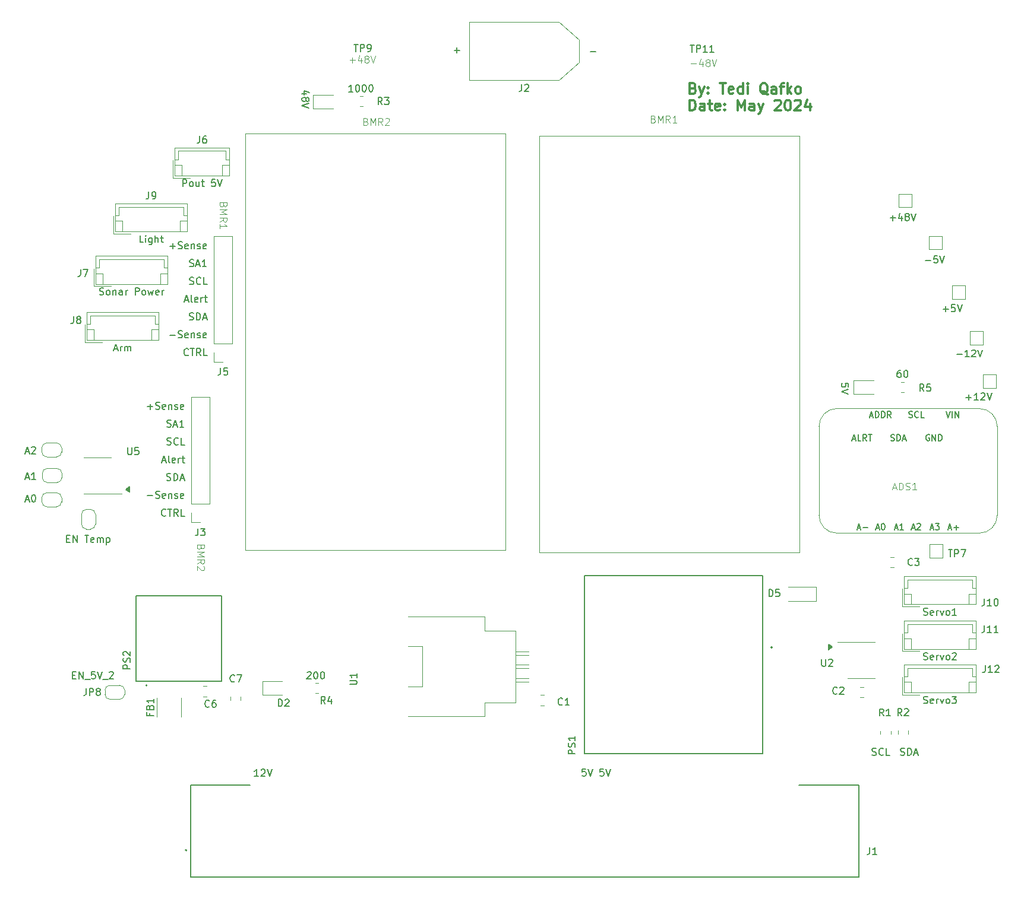
<source format=gbr>
%TF.GenerationSoftware,KiCad,Pcbnew,7.0.8*%
%TF.CreationDate,2024-05-08T13:20:20-04:00*%
%TF.ProjectId,PowerBoard_2024,506f7765-7242-46f6-9172-645f32303234,rev?*%
%TF.SameCoordinates,Original*%
%TF.FileFunction,Legend,Top*%
%TF.FilePolarity,Positive*%
%FSLAX46Y46*%
G04 Gerber Fmt 4.6, Leading zero omitted, Abs format (unit mm)*
G04 Created by KiCad (PCBNEW 7.0.8) date 2024-05-08 13:20:20*
%MOMM*%
%LPD*%
G01*
G04 APERTURE LIST*
%ADD10C,0.150000*%
%ADD11C,0.100000*%
%ADD12C,0.300000*%
%ADD13C,0.142240*%
%ADD14C,0.120000*%
%ADD15C,0.050000*%
%ADD16C,0.200000*%
%ADD17C,0.127000*%
G04 APERTURE END LIST*
D10*
X82677000Y-97155000D02*
X82169000Y-96774000D01*
X82677000Y-96393000D01*
X82677000Y-97155000D01*
G36*
X82677000Y-97155000D02*
G01*
X82169000Y-96774000D01*
X82677000Y-96393000D01*
X82677000Y-97155000D01*
G37*
X182880000Y-119253000D02*
X182372000Y-119634000D01*
X182372000Y-118872000D01*
X182880000Y-119253000D01*
G36*
X182880000Y-119253000D02*
G01*
X182372000Y-119634000D01*
X182372000Y-118872000D01*
X182880000Y-119253000D01*
G37*
X88455999Y-74749866D02*
X89217904Y-74749866D01*
X89646475Y-75083200D02*
X89789332Y-75130819D01*
X89789332Y-75130819D02*
X90027427Y-75130819D01*
X90027427Y-75130819D02*
X90122665Y-75083200D01*
X90122665Y-75083200D02*
X90170284Y-75035580D01*
X90170284Y-75035580D02*
X90217903Y-74940342D01*
X90217903Y-74940342D02*
X90217903Y-74845104D01*
X90217903Y-74845104D02*
X90170284Y-74749866D01*
X90170284Y-74749866D02*
X90122665Y-74702247D01*
X90122665Y-74702247D02*
X90027427Y-74654628D01*
X90027427Y-74654628D02*
X89836951Y-74607009D01*
X89836951Y-74607009D02*
X89741713Y-74559390D01*
X89741713Y-74559390D02*
X89694094Y-74511771D01*
X89694094Y-74511771D02*
X89646475Y-74416533D01*
X89646475Y-74416533D02*
X89646475Y-74321295D01*
X89646475Y-74321295D02*
X89694094Y-74226057D01*
X89694094Y-74226057D02*
X89741713Y-74178438D01*
X89741713Y-74178438D02*
X89836951Y-74130819D01*
X89836951Y-74130819D02*
X90075046Y-74130819D01*
X90075046Y-74130819D02*
X90217903Y-74178438D01*
X91027427Y-75083200D02*
X90932189Y-75130819D01*
X90932189Y-75130819D02*
X90741713Y-75130819D01*
X90741713Y-75130819D02*
X90646475Y-75083200D01*
X90646475Y-75083200D02*
X90598856Y-74987961D01*
X90598856Y-74987961D02*
X90598856Y-74607009D01*
X90598856Y-74607009D02*
X90646475Y-74511771D01*
X90646475Y-74511771D02*
X90741713Y-74464152D01*
X90741713Y-74464152D02*
X90932189Y-74464152D01*
X90932189Y-74464152D02*
X91027427Y-74511771D01*
X91027427Y-74511771D02*
X91075046Y-74607009D01*
X91075046Y-74607009D02*
X91075046Y-74702247D01*
X91075046Y-74702247D02*
X90598856Y-74797485D01*
X91503618Y-74464152D02*
X91503618Y-75130819D01*
X91503618Y-74559390D02*
X91551237Y-74511771D01*
X91551237Y-74511771D02*
X91646475Y-74464152D01*
X91646475Y-74464152D02*
X91789332Y-74464152D01*
X91789332Y-74464152D02*
X91884570Y-74511771D01*
X91884570Y-74511771D02*
X91932189Y-74607009D01*
X91932189Y-74607009D02*
X91932189Y-75130819D01*
X92360761Y-75083200D02*
X92455999Y-75130819D01*
X92455999Y-75130819D02*
X92646475Y-75130819D01*
X92646475Y-75130819D02*
X92741713Y-75083200D01*
X92741713Y-75083200D02*
X92789332Y-74987961D01*
X92789332Y-74987961D02*
X92789332Y-74940342D01*
X92789332Y-74940342D02*
X92741713Y-74845104D01*
X92741713Y-74845104D02*
X92646475Y-74797485D01*
X92646475Y-74797485D02*
X92503618Y-74797485D01*
X92503618Y-74797485D02*
X92408380Y-74749866D01*
X92408380Y-74749866D02*
X92360761Y-74654628D01*
X92360761Y-74654628D02*
X92360761Y-74607009D01*
X92360761Y-74607009D02*
X92408380Y-74511771D01*
X92408380Y-74511771D02*
X92503618Y-74464152D01*
X92503618Y-74464152D02*
X92646475Y-74464152D01*
X92646475Y-74464152D02*
X92741713Y-74511771D01*
X93598856Y-75083200D02*
X93503618Y-75130819D01*
X93503618Y-75130819D02*
X93313142Y-75130819D01*
X93313142Y-75130819D02*
X93217904Y-75083200D01*
X93217904Y-75083200D02*
X93170285Y-74987961D01*
X93170285Y-74987961D02*
X93170285Y-74607009D01*
X93170285Y-74607009D02*
X93217904Y-74511771D01*
X93217904Y-74511771D02*
X93313142Y-74464152D01*
X93313142Y-74464152D02*
X93503618Y-74464152D01*
X93503618Y-74464152D02*
X93598856Y-74511771D01*
X93598856Y-74511771D02*
X93646475Y-74607009D01*
X93646475Y-74607009D02*
X93646475Y-74702247D01*
X93646475Y-74702247D02*
X93170285Y-74797485D01*
X188547524Y-134646200D02*
X188690381Y-134693819D01*
X188690381Y-134693819D02*
X188928476Y-134693819D01*
X188928476Y-134693819D02*
X189023714Y-134646200D01*
X189023714Y-134646200D02*
X189071333Y-134598580D01*
X189071333Y-134598580D02*
X189118952Y-134503342D01*
X189118952Y-134503342D02*
X189118952Y-134408104D01*
X189118952Y-134408104D02*
X189071333Y-134312866D01*
X189071333Y-134312866D02*
X189023714Y-134265247D01*
X189023714Y-134265247D02*
X188928476Y-134217628D01*
X188928476Y-134217628D02*
X188738000Y-134170009D01*
X188738000Y-134170009D02*
X188642762Y-134122390D01*
X188642762Y-134122390D02*
X188595143Y-134074771D01*
X188595143Y-134074771D02*
X188547524Y-133979533D01*
X188547524Y-133979533D02*
X188547524Y-133884295D01*
X188547524Y-133884295D02*
X188595143Y-133789057D01*
X188595143Y-133789057D02*
X188642762Y-133741438D01*
X188642762Y-133741438D02*
X188738000Y-133693819D01*
X188738000Y-133693819D02*
X188976095Y-133693819D01*
X188976095Y-133693819D02*
X189118952Y-133741438D01*
X190118952Y-134598580D02*
X190071333Y-134646200D01*
X190071333Y-134646200D02*
X189928476Y-134693819D01*
X189928476Y-134693819D02*
X189833238Y-134693819D01*
X189833238Y-134693819D02*
X189690381Y-134646200D01*
X189690381Y-134646200D02*
X189595143Y-134550961D01*
X189595143Y-134550961D02*
X189547524Y-134455723D01*
X189547524Y-134455723D02*
X189499905Y-134265247D01*
X189499905Y-134265247D02*
X189499905Y-134122390D01*
X189499905Y-134122390D02*
X189547524Y-133931914D01*
X189547524Y-133931914D02*
X189595143Y-133836676D01*
X189595143Y-133836676D02*
X189690381Y-133741438D01*
X189690381Y-133741438D02*
X189833238Y-133693819D01*
X189833238Y-133693819D02*
X189928476Y-133693819D01*
X189928476Y-133693819D02*
X190071333Y-133741438D01*
X190071333Y-133741438D02*
X190118952Y-133789057D01*
X191023714Y-134693819D02*
X190547524Y-134693819D01*
X190547524Y-134693819D02*
X190547524Y-133693819D01*
X91075047Y-77575580D02*
X91027428Y-77623200D01*
X91027428Y-77623200D02*
X90884571Y-77670819D01*
X90884571Y-77670819D02*
X90789333Y-77670819D01*
X90789333Y-77670819D02*
X90646476Y-77623200D01*
X90646476Y-77623200D02*
X90551238Y-77527961D01*
X90551238Y-77527961D02*
X90503619Y-77432723D01*
X90503619Y-77432723D02*
X90456000Y-77242247D01*
X90456000Y-77242247D02*
X90456000Y-77099390D01*
X90456000Y-77099390D02*
X90503619Y-76908914D01*
X90503619Y-76908914D02*
X90551238Y-76813676D01*
X90551238Y-76813676D02*
X90646476Y-76718438D01*
X90646476Y-76718438D02*
X90789333Y-76670819D01*
X90789333Y-76670819D02*
X90884571Y-76670819D01*
X90884571Y-76670819D02*
X91027428Y-76718438D01*
X91027428Y-76718438D02*
X91075047Y-76766057D01*
X91360762Y-76670819D02*
X91932190Y-76670819D01*
X91646476Y-77670819D02*
X91646476Y-76670819D01*
X92836952Y-77670819D02*
X92503619Y-77194628D01*
X92265524Y-77670819D02*
X92265524Y-76670819D01*
X92265524Y-76670819D02*
X92646476Y-76670819D01*
X92646476Y-76670819D02*
X92741714Y-76718438D01*
X92741714Y-76718438D02*
X92789333Y-76766057D01*
X92789333Y-76766057D02*
X92836952Y-76861295D01*
X92836952Y-76861295D02*
X92836952Y-77004152D01*
X92836952Y-77004152D02*
X92789333Y-77099390D01*
X92789333Y-77099390D02*
X92741714Y-77147009D01*
X92741714Y-77147009D02*
X92646476Y-77194628D01*
X92646476Y-77194628D02*
X92265524Y-77194628D01*
X93741714Y-77670819D02*
X93265524Y-77670819D01*
X93265524Y-77670819D02*
X93265524Y-76670819D01*
X88039724Y-87819800D02*
X88182581Y-87867419D01*
X88182581Y-87867419D02*
X88420676Y-87867419D01*
X88420676Y-87867419D02*
X88515914Y-87819800D01*
X88515914Y-87819800D02*
X88563533Y-87772180D01*
X88563533Y-87772180D02*
X88611152Y-87676942D01*
X88611152Y-87676942D02*
X88611152Y-87581704D01*
X88611152Y-87581704D02*
X88563533Y-87486466D01*
X88563533Y-87486466D02*
X88515914Y-87438847D01*
X88515914Y-87438847D02*
X88420676Y-87391228D01*
X88420676Y-87391228D02*
X88230200Y-87343609D01*
X88230200Y-87343609D02*
X88134962Y-87295990D01*
X88134962Y-87295990D02*
X88087343Y-87248371D01*
X88087343Y-87248371D02*
X88039724Y-87153133D01*
X88039724Y-87153133D02*
X88039724Y-87057895D01*
X88039724Y-87057895D02*
X88087343Y-86962657D01*
X88087343Y-86962657D02*
X88134962Y-86915038D01*
X88134962Y-86915038D02*
X88230200Y-86867419D01*
X88230200Y-86867419D02*
X88468295Y-86867419D01*
X88468295Y-86867419D02*
X88611152Y-86915038D01*
X88992105Y-87581704D02*
X89468295Y-87581704D01*
X88896867Y-87867419D02*
X89230200Y-86867419D01*
X89230200Y-86867419D02*
X89563533Y-87867419D01*
X90420676Y-87867419D02*
X89849248Y-87867419D01*
X90134962Y-87867419D02*
X90134962Y-86867419D01*
X90134962Y-86867419D02*
X90039724Y-87010276D01*
X90039724Y-87010276D02*
X89944486Y-87105514D01*
X89944486Y-87105514D02*
X89849248Y-87153133D01*
X192587714Y-134646200D02*
X192730571Y-134693819D01*
X192730571Y-134693819D02*
X192968666Y-134693819D01*
X192968666Y-134693819D02*
X193063904Y-134646200D01*
X193063904Y-134646200D02*
X193111523Y-134598580D01*
X193111523Y-134598580D02*
X193159142Y-134503342D01*
X193159142Y-134503342D02*
X193159142Y-134408104D01*
X193159142Y-134408104D02*
X193111523Y-134312866D01*
X193111523Y-134312866D02*
X193063904Y-134265247D01*
X193063904Y-134265247D02*
X192968666Y-134217628D01*
X192968666Y-134217628D02*
X192778190Y-134170009D01*
X192778190Y-134170009D02*
X192682952Y-134122390D01*
X192682952Y-134122390D02*
X192635333Y-134074771D01*
X192635333Y-134074771D02*
X192587714Y-133979533D01*
X192587714Y-133979533D02*
X192587714Y-133884295D01*
X192587714Y-133884295D02*
X192635333Y-133789057D01*
X192635333Y-133789057D02*
X192682952Y-133741438D01*
X192682952Y-133741438D02*
X192778190Y-133693819D01*
X192778190Y-133693819D02*
X193016285Y-133693819D01*
X193016285Y-133693819D02*
X193159142Y-133741438D01*
X193587714Y-134693819D02*
X193587714Y-133693819D01*
X193587714Y-133693819D02*
X193825809Y-133693819D01*
X193825809Y-133693819D02*
X193968666Y-133741438D01*
X193968666Y-133741438D02*
X194063904Y-133836676D01*
X194063904Y-133836676D02*
X194111523Y-133931914D01*
X194111523Y-133931914D02*
X194159142Y-134122390D01*
X194159142Y-134122390D02*
X194159142Y-134265247D01*
X194159142Y-134265247D02*
X194111523Y-134455723D01*
X194111523Y-134455723D02*
X194063904Y-134550961D01*
X194063904Y-134550961D02*
X193968666Y-134646200D01*
X193968666Y-134646200D02*
X193825809Y-134693819D01*
X193825809Y-134693819D02*
X193587714Y-134693819D01*
X194540095Y-134408104D02*
X195016285Y-134408104D01*
X194444857Y-134693819D02*
X194778190Y-133693819D01*
X194778190Y-133693819D02*
X195111523Y-134693819D01*
X85230199Y-97646466D02*
X85992104Y-97646466D01*
X86420675Y-97979800D02*
X86563532Y-98027419D01*
X86563532Y-98027419D02*
X86801627Y-98027419D01*
X86801627Y-98027419D02*
X86896865Y-97979800D01*
X86896865Y-97979800D02*
X86944484Y-97932180D01*
X86944484Y-97932180D02*
X86992103Y-97836942D01*
X86992103Y-97836942D02*
X86992103Y-97741704D01*
X86992103Y-97741704D02*
X86944484Y-97646466D01*
X86944484Y-97646466D02*
X86896865Y-97598847D01*
X86896865Y-97598847D02*
X86801627Y-97551228D01*
X86801627Y-97551228D02*
X86611151Y-97503609D01*
X86611151Y-97503609D02*
X86515913Y-97455990D01*
X86515913Y-97455990D02*
X86468294Y-97408371D01*
X86468294Y-97408371D02*
X86420675Y-97313133D01*
X86420675Y-97313133D02*
X86420675Y-97217895D01*
X86420675Y-97217895D02*
X86468294Y-97122657D01*
X86468294Y-97122657D02*
X86515913Y-97075038D01*
X86515913Y-97075038D02*
X86611151Y-97027419D01*
X86611151Y-97027419D02*
X86849246Y-97027419D01*
X86849246Y-97027419D02*
X86992103Y-97075038D01*
X87801627Y-97979800D02*
X87706389Y-98027419D01*
X87706389Y-98027419D02*
X87515913Y-98027419D01*
X87515913Y-98027419D02*
X87420675Y-97979800D01*
X87420675Y-97979800D02*
X87373056Y-97884561D01*
X87373056Y-97884561D02*
X87373056Y-97503609D01*
X87373056Y-97503609D02*
X87420675Y-97408371D01*
X87420675Y-97408371D02*
X87515913Y-97360752D01*
X87515913Y-97360752D02*
X87706389Y-97360752D01*
X87706389Y-97360752D02*
X87801627Y-97408371D01*
X87801627Y-97408371D02*
X87849246Y-97503609D01*
X87849246Y-97503609D02*
X87849246Y-97598847D01*
X87849246Y-97598847D02*
X87373056Y-97694085D01*
X88277818Y-97360752D02*
X88277818Y-98027419D01*
X88277818Y-97455990D02*
X88325437Y-97408371D01*
X88325437Y-97408371D02*
X88420675Y-97360752D01*
X88420675Y-97360752D02*
X88563532Y-97360752D01*
X88563532Y-97360752D02*
X88658770Y-97408371D01*
X88658770Y-97408371D02*
X88706389Y-97503609D01*
X88706389Y-97503609D02*
X88706389Y-98027419D01*
X89134961Y-97979800D02*
X89230199Y-98027419D01*
X89230199Y-98027419D02*
X89420675Y-98027419D01*
X89420675Y-98027419D02*
X89515913Y-97979800D01*
X89515913Y-97979800D02*
X89563532Y-97884561D01*
X89563532Y-97884561D02*
X89563532Y-97836942D01*
X89563532Y-97836942D02*
X89515913Y-97741704D01*
X89515913Y-97741704D02*
X89420675Y-97694085D01*
X89420675Y-97694085D02*
X89277818Y-97694085D01*
X89277818Y-97694085D02*
X89182580Y-97646466D01*
X89182580Y-97646466D02*
X89134961Y-97551228D01*
X89134961Y-97551228D02*
X89134961Y-97503609D01*
X89134961Y-97503609D02*
X89182580Y-97408371D01*
X89182580Y-97408371D02*
X89277818Y-97360752D01*
X89277818Y-97360752D02*
X89420675Y-97360752D01*
X89420675Y-97360752D02*
X89515913Y-97408371D01*
X90373056Y-97979800D02*
X90277818Y-98027419D01*
X90277818Y-98027419D02*
X90087342Y-98027419D01*
X90087342Y-98027419D02*
X89992104Y-97979800D01*
X89992104Y-97979800D02*
X89944485Y-97884561D01*
X89944485Y-97884561D02*
X89944485Y-97503609D01*
X89944485Y-97503609D02*
X89992104Y-97408371D01*
X89992104Y-97408371D02*
X90087342Y-97360752D01*
X90087342Y-97360752D02*
X90277818Y-97360752D01*
X90277818Y-97360752D02*
X90373056Y-97408371D01*
X90373056Y-97408371D02*
X90420675Y-97503609D01*
X90420675Y-97503609D02*
X90420675Y-97598847D01*
X90420675Y-97598847D02*
X89944485Y-97694085D01*
D11*
X92852590Y-104986409D02*
X92804971Y-105129266D01*
X92804971Y-105129266D02*
X92757352Y-105176885D01*
X92757352Y-105176885D02*
X92662114Y-105224504D01*
X92662114Y-105224504D02*
X92519257Y-105224504D01*
X92519257Y-105224504D02*
X92424019Y-105176885D01*
X92424019Y-105176885D02*
X92376400Y-105129266D01*
X92376400Y-105129266D02*
X92328780Y-105034028D01*
X92328780Y-105034028D02*
X92328780Y-104653076D01*
X92328780Y-104653076D02*
X93328780Y-104653076D01*
X93328780Y-104653076D02*
X93328780Y-104986409D01*
X93328780Y-104986409D02*
X93281161Y-105081647D01*
X93281161Y-105081647D02*
X93233542Y-105129266D01*
X93233542Y-105129266D02*
X93138304Y-105176885D01*
X93138304Y-105176885D02*
X93043066Y-105176885D01*
X93043066Y-105176885D02*
X92947828Y-105129266D01*
X92947828Y-105129266D02*
X92900209Y-105081647D01*
X92900209Y-105081647D02*
X92852590Y-104986409D01*
X92852590Y-104986409D02*
X92852590Y-104653076D01*
X92328780Y-105653076D02*
X93328780Y-105653076D01*
X93328780Y-105653076D02*
X92614495Y-105986409D01*
X92614495Y-105986409D02*
X93328780Y-106319742D01*
X93328780Y-106319742D02*
X92328780Y-106319742D01*
X92328780Y-107367361D02*
X92804971Y-107034028D01*
X92328780Y-106795933D02*
X93328780Y-106795933D01*
X93328780Y-106795933D02*
X93328780Y-107176885D01*
X93328780Y-107176885D02*
X93281161Y-107272123D01*
X93281161Y-107272123D02*
X93233542Y-107319742D01*
X93233542Y-107319742D02*
X93138304Y-107367361D01*
X93138304Y-107367361D02*
X92995447Y-107367361D01*
X92995447Y-107367361D02*
X92900209Y-107319742D01*
X92900209Y-107319742D02*
X92852590Y-107272123D01*
X92852590Y-107272123D02*
X92804971Y-107176885D01*
X92804971Y-107176885D02*
X92804971Y-106795933D01*
X93233542Y-107748314D02*
X93281161Y-107795933D01*
X93281161Y-107795933D02*
X93328780Y-107891171D01*
X93328780Y-107891171D02*
X93328780Y-108129266D01*
X93328780Y-108129266D02*
X93281161Y-108224504D01*
X93281161Y-108224504D02*
X93233542Y-108272123D01*
X93233542Y-108272123D02*
X93138304Y-108319742D01*
X93138304Y-108319742D02*
X93043066Y-108319742D01*
X93043066Y-108319742D02*
X92900209Y-108272123D01*
X92900209Y-108272123D02*
X92328780Y-107700695D01*
X92328780Y-107700695D02*
X92328780Y-108319742D01*
D12*
X163030310Y-39511914D02*
X163244596Y-39583342D01*
X163244596Y-39583342D02*
X163316025Y-39654771D01*
X163316025Y-39654771D02*
X163387453Y-39797628D01*
X163387453Y-39797628D02*
X163387453Y-40011914D01*
X163387453Y-40011914D02*
X163316025Y-40154771D01*
X163316025Y-40154771D02*
X163244596Y-40226200D01*
X163244596Y-40226200D02*
X163101739Y-40297628D01*
X163101739Y-40297628D02*
X162530310Y-40297628D01*
X162530310Y-40297628D02*
X162530310Y-38797628D01*
X162530310Y-38797628D02*
X163030310Y-38797628D01*
X163030310Y-38797628D02*
X163173168Y-38869057D01*
X163173168Y-38869057D02*
X163244596Y-38940485D01*
X163244596Y-38940485D02*
X163316025Y-39083342D01*
X163316025Y-39083342D02*
X163316025Y-39226200D01*
X163316025Y-39226200D02*
X163244596Y-39369057D01*
X163244596Y-39369057D02*
X163173168Y-39440485D01*
X163173168Y-39440485D02*
X163030310Y-39511914D01*
X163030310Y-39511914D02*
X162530310Y-39511914D01*
X163887453Y-39297628D02*
X164244596Y-40297628D01*
X164601739Y-39297628D02*
X164244596Y-40297628D01*
X164244596Y-40297628D02*
X164101739Y-40654771D01*
X164101739Y-40654771D02*
X164030310Y-40726200D01*
X164030310Y-40726200D02*
X163887453Y-40797628D01*
X165173167Y-40154771D02*
X165244596Y-40226200D01*
X165244596Y-40226200D02*
X165173167Y-40297628D01*
X165173167Y-40297628D02*
X165101739Y-40226200D01*
X165101739Y-40226200D02*
X165173167Y-40154771D01*
X165173167Y-40154771D02*
X165173167Y-40297628D01*
X165173167Y-39369057D02*
X165244596Y-39440485D01*
X165244596Y-39440485D02*
X165173167Y-39511914D01*
X165173167Y-39511914D02*
X165101739Y-39440485D01*
X165101739Y-39440485D02*
X165173167Y-39369057D01*
X165173167Y-39369057D02*
X165173167Y-39511914D01*
X166816025Y-38797628D02*
X167673168Y-38797628D01*
X167244596Y-40297628D02*
X167244596Y-38797628D01*
X168744596Y-40226200D02*
X168601739Y-40297628D01*
X168601739Y-40297628D02*
X168316025Y-40297628D01*
X168316025Y-40297628D02*
X168173167Y-40226200D01*
X168173167Y-40226200D02*
X168101739Y-40083342D01*
X168101739Y-40083342D02*
X168101739Y-39511914D01*
X168101739Y-39511914D02*
X168173167Y-39369057D01*
X168173167Y-39369057D02*
X168316025Y-39297628D01*
X168316025Y-39297628D02*
X168601739Y-39297628D01*
X168601739Y-39297628D02*
X168744596Y-39369057D01*
X168744596Y-39369057D02*
X168816025Y-39511914D01*
X168816025Y-39511914D02*
X168816025Y-39654771D01*
X168816025Y-39654771D02*
X168101739Y-39797628D01*
X170101739Y-40297628D02*
X170101739Y-38797628D01*
X170101739Y-40226200D02*
X169958881Y-40297628D01*
X169958881Y-40297628D02*
X169673167Y-40297628D01*
X169673167Y-40297628D02*
X169530310Y-40226200D01*
X169530310Y-40226200D02*
X169458881Y-40154771D01*
X169458881Y-40154771D02*
X169387453Y-40011914D01*
X169387453Y-40011914D02*
X169387453Y-39583342D01*
X169387453Y-39583342D02*
X169458881Y-39440485D01*
X169458881Y-39440485D02*
X169530310Y-39369057D01*
X169530310Y-39369057D02*
X169673167Y-39297628D01*
X169673167Y-39297628D02*
X169958881Y-39297628D01*
X169958881Y-39297628D02*
X170101739Y-39369057D01*
X170816024Y-40297628D02*
X170816024Y-39297628D01*
X170816024Y-38797628D02*
X170744596Y-38869057D01*
X170744596Y-38869057D02*
X170816024Y-38940485D01*
X170816024Y-38940485D02*
X170887453Y-38869057D01*
X170887453Y-38869057D02*
X170816024Y-38797628D01*
X170816024Y-38797628D02*
X170816024Y-38940485D01*
X173673167Y-40440485D02*
X173530310Y-40369057D01*
X173530310Y-40369057D02*
X173387453Y-40226200D01*
X173387453Y-40226200D02*
X173173167Y-40011914D01*
X173173167Y-40011914D02*
X173030310Y-39940485D01*
X173030310Y-39940485D02*
X172887453Y-39940485D01*
X172958882Y-40297628D02*
X172816025Y-40226200D01*
X172816025Y-40226200D02*
X172673167Y-40083342D01*
X172673167Y-40083342D02*
X172601739Y-39797628D01*
X172601739Y-39797628D02*
X172601739Y-39297628D01*
X172601739Y-39297628D02*
X172673167Y-39011914D01*
X172673167Y-39011914D02*
X172816025Y-38869057D01*
X172816025Y-38869057D02*
X172958882Y-38797628D01*
X172958882Y-38797628D02*
X173244596Y-38797628D01*
X173244596Y-38797628D02*
X173387453Y-38869057D01*
X173387453Y-38869057D02*
X173530310Y-39011914D01*
X173530310Y-39011914D02*
X173601739Y-39297628D01*
X173601739Y-39297628D02*
X173601739Y-39797628D01*
X173601739Y-39797628D02*
X173530310Y-40083342D01*
X173530310Y-40083342D02*
X173387453Y-40226200D01*
X173387453Y-40226200D02*
X173244596Y-40297628D01*
X173244596Y-40297628D02*
X172958882Y-40297628D01*
X174887454Y-40297628D02*
X174887454Y-39511914D01*
X174887454Y-39511914D02*
X174816025Y-39369057D01*
X174816025Y-39369057D02*
X174673168Y-39297628D01*
X174673168Y-39297628D02*
X174387454Y-39297628D01*
X174387454Y-39297628D02*
X174244596Y-39369057D01*
X174887454Y-40226200D02*
X174744596Y-40297628D01*
X174744596Y-40297628D02*
X174387454Y-40297628D01*
X174387454Y-40297628D02*
X174244596Y-40226200D01*
X174244596Y-40226200D02*
X174173168Y-40083342D01*
X174173168Y-40083342D02*
X174173168Y-39940485D01*
X174173168Y-39940485D02*
X174244596Y-39797628D01*
X174244596Y-39797628D02*
X174387454Y-39726200D01*
X174387454Y-39726200D02*
X174744596Y-39726200D01*
X174744596Y-39726200D02*
X174887454Y-39654771D01*
X175387454Y-39297628D02*
X175958882Y-39297628D01*
X175601739Y-40297628D02*
X175601739Y-39011914D01*
X175601739Y-39011914D02*
X175673168Y-38869057D01*
X175673168Y-38869057D02*
X175816025Y-38797628D01*
X175816025Y-38797628D02*
X175958882Y-38797628D01*
X176458882Y-40297628D02*
X176458882Y-38797628D01*
X176601740Y-39726200D02*
X177030311Y-40297628D01*
X177030311Y-39297628D02*
X176458882Y-39869057D01*
X177887454Y-40297628D02*
X177744597Y-40226200D01*
X177744597Y-40226200D02*
X177673168Y-40154771D01*
X177673168Y-40154771D02*
X177601740Y-40011914D01*
X177601740Y-40011914D02*
X177601740Y-39583342D01*
X177601740Y-39583342D02*
X177673168Y-39440485D01*
X177673168Y-39440485D02*
X177744597Y-39369057D01*
X177744597Y-39369057D02*
X177887454Y-39297628D01*
X177887454Y-39297628D02*
X178101740Y-39297628D01*
X178101740Y-39297628D02*
X178244597Y-39369057D01*
X178244597Y-39369057D02*
X178316026Y-39440485D01*
X178316026Y-39440485D02*
X178387454Y-39583342D01*
X178387454Y-39583342D02*
X178387454Y-40011914D01*
X178387454Y-40011914D02*
X178316026Y-40154771D01*
X178316026Y-40154771D02*
X178244597Y-40226200D01*
X178244597Y-40226200D02*
X178101740Y-40297628D01*
X178101740Y-40297628D02*
X177887454Y-40297628D01*
X162530310Y-42712628D02*
X162530310Y-41212628D01*
X162530310Y-41212628D02*
X162887453Y-41212628D01*
X162887453Y-41212628D02*
X163101739Y-41284057D01*
X163101739Y-41284057D02*
X163244596Y-41426914D01*
X163244596Y-41426914D02*
X163316025Y-41569771D01*
X163316025Y-41569771D02*
X163387453Y-41855485D01*
X163387453Y-41855485D02*
X163387453Y-42069771D01*
X163387453Y-42069771D02*
X163316025Y-42355485D01*
X163316025Y-42355485D02*
X163244596Y-42498342D01*
X163244596Y-42498342D02*
X163101739Y-42641200D01*
X163101739Y-42641200D02*
X162887453Y-42712628D01*
X162887453Y-42712628D02*
X162530310Y-42712628D01*
X164673168Y-42712628D02*
X164673168Y-41926914D01*
X164673168Y-41926914D02*
X164601739Y-41784057D01*
X164601739Y-41784057D02*
X164458882Y-41712628D01*
X164458882Y-41712628D02*
X164173168Y-41712628D01*
X164173168Y-41712628D02*
X164030310Y-41784057D01*
X164673168Y-42641200D02*
X164530310Y-42712628D01*
X164530310Y-42712628D02*
X164173168Y-42712628D01*
X164173168Y-42712628D02*
X164030310Y-42641200D01*
X164030310Y-42641200D02*
X163958882Y-42498342D01*
X163958882Y-42498342D02*
X163958882Y-42355485D01*
X163958882Y-42355485D02*
X164030310Y-42212628D01*
X164030310Y-42212628D02*
X164173168Y-42141200D01*
X164173168Y-42141200D02*
X164530310Y-42141200D01*
X164530310Y-42141200D02*
X164673168Y-42069771D01*
X165173168Y-41712628D02*
X165744596Y-41712628D01*
X165387453Y-41212628D02*
X165387453Y-42498342D01*
X165387453Y-42498342D02*
X165458882Y-42641200D01*
X165458882Y-42641200D02*
X165601739Y-42712628D01*
X165601739Y-42712628D02*
X165744596Y-42712628D01*
X166816025Y-42641200D02*
X166673168Y-42712628D01*
X166673168Y-42712628D02*
X166387454Y-42712628D01*
X166387454Y-42712628D02*
X166244596Y-42641200D01*
X166244596Y-42641200D02*
X166173168Y-42498342D01*
X166173168Y-42498342D02*
X166173168Y-41926914D01*
X166173168Y-41926914D02*
X166244596Y-41784057D01*
X166244596Y-41784057D02*
X166387454Y-41712628D01*
X166387454Y-41712628D02*
X166673168Y-41712628D01*
X166673168Y-41712628D02*
X166816025Y-41784057D01*
X166816025Y-41784057D02*
X166887454Y-41926914D01*
X166887454Y-41926914D02*
X166887454Y-42069771D01*
X166887454Y-42069771D02*
X166173168Y-42212628D01*
X167530310Y-42569771D02*
X167601739Y-42641200D01*
X167601739Y-42641200D02*
X167530310Y-42712628D01*
X167530310Y-42712628D02*
X167458882Y-42641200D01*
X167458882Y-42641200D02*
X167530310Y-42569771D01*
X167530310Y-42569771D02*
X167530310Y-42712628D01*
X167530310Y-41784057D02*
X167601739Y-41855485D01*
X167601739Y-41855485D02*
X167530310Y-41926914D01*
X167530310Y-41926914D02*
X167458882Y-41855485D01*
X167458882Y-41855485D02*
X167530310Y-41784057D01*
X167530310Y-41784057D02*
X167530310Y-41926914D01*
X169387453Y-42712628D02*
X169387453Y-41212628D01*
X169387453Y-41212628D02*
X169887453Y-42284057D01*
X169887453Y-42284057D02*
X170387453Y-41212628D01*
X170387453Y-41212628D02*
X170387453Y-42712628D01*
X171744597Y-42712628D02*
X171744597Y-41926914D01*
X171744597Y-41926914D02*
X171673168Y-41784057D01*
X171673168Y-41784057D02*
X171530311Y-41712628D01*
X171530311Y-41712628D02*
X171244597Y-41712628D01*
X171244597Y-41712628D02*
X171101739Y-41784057D01*
X171744597Y-42641200D02*
X171601739Y-42712628D01*
X171601739Y-42712628D02*
X171244597Y-42712628D01*
X171244597Y-42712628D02*
X171101739Y-42641200D01*
X171101739Y-42641200D02*
X171030311Y-42498342D01*
X171030311Y-42498342D02*
X171030311Y-42355485D01*
X171030311Y-42355485D02*
X171101739Y-42212628D01*
X171101739Y-42212628D02*
X171244597Y-42141200D01*
X171244597Y-42141200D02*
X171601739Y-42141200D01*
X171601739Y-42141200D02*
X171744597Y-42069771D01*
X172316025Y-41712628D02*
X172673168Y-42712628D01*
X173030311Y-41712628D02*
X172673168Y-42712628D01*
X172673168Y-42712628D02*
X172530311Y-43069771D01*
X172530311Y-43069771D02*
X172458882Y-43141200D01*
X172458882Y-43141200D02*
X172316025Y-43212628D01*
X174673168Y-41355485D02*
X174744596Y-41284057D01*
X174744596Y-41284057D02*
X174887454Y-41212628D01*
X174887454Y-41212628D02*
X175244596Y-41212628D01*
X175244596Y-41212628D02*
X175387454Y-41284057D01*
X175387454Y-41284057D02*
X175458882Y-41355485D01*
X175458882Y-41355485D02*
X175530311Y-41498342D01*
X175530311Y-41498342D02*
X175530311Y-41641200D01*
X175530311Y-41641200D02*
X175458882Y-41855485D01*
X175458882Y-41855485D02*
X174601739Y-42712628D01*
X174601739Y-42712628D02*
X175530311Y-42712628D01*
X176458882Y-41212628D02*
X176601739Y-41212628D01*
X176601739Y-41212628D02*
X176744596Y-41284057D01*
X176744596Y-41284057D02*
X176816025Y-41355485D01*
X176816025Y-41355485D02*
X176887453Y-41498342D01*
X176887453Y-41498342D02*
X176958882Y-41784057D01*
X176958882Y-41784057D02*
X176958882Y-42141200D01*
X176958882Y-42141200D02*
X176887453Y-42426914D01*
X176887453Y-42426914D02*
X176816025Y-42569771D01*
X176816025Y-42569771D02*
X176744596Y-42641200D01*
X176744596Y-42641200D02*
X176601739Y-42712628D01*
X176601739Y-42712628D02*
X176458882Y-42712628D01*
X176458882Y-42712628D02*
X176316025Y-42641200D01*
X176316025Y-42641200D02*
X176244596Y-42569771D01*
X176244596Y-42569771D02*
X176173167Y-42426914D01*
X176173167Y-42426914D02*
X176101739Y-42141200D01*
X176101739Y-42141200D02*
X176101739Y-41784057D01*
X176101739Y-41784057D02*
X176173167Y-41498342D01*
X176173167Y-41498342D02*
X176244596Y-41355485D01*
X176244596Y-41355485D02*
X176316025Y-41284057D01*
X176316025Y-41284057D02*
X176458882Y-41212628D01*
X177530310Y-41355485D02*
X177601738Y-41284057D01*
X177601738Y-41284057D02*
X177744596Y-41212628D01*
X177744596Y-41212628D02*
X178101738Y-41212628D01*
X178101738Y-41212628D02*
X178244596Y-41284057D01*
X178244596Y-41284057D02*
X178316024Y-41355485D01*
X178316024Y-41355485D02*
X178387453Y-41498342D01*
X178387453Y-41498342D02*
X178387453Y-41641200D01*
X178387453Y-41641200D02*
X178316024Y-41855485D01*
X178316024Y-41855485D02*
X177458881Y-42712628D01*
X177458881Y-42712628D02*
X178387453Y-42712628D01*
X179673167Y-41712628D02*
X179673167Y-42712628D01*
X179316024Y-41141200D02*
X178958881Y-42212628D01*
X178958881Y-42212628D02*
X179887452Y-42212628D01*
D10*
X88455999Y-62049866D02*
X89217904Y-62049866D01*
X88836951Y-62430819D02*
X88836951Y-61668914D01*
X89646475Y-62383200D02*
X89789332Y-62430819D01*
X89789332Y-62430819D02*
X90027427Y-62430819D01*
X90027427Y-62430819D02*
X90122665Y-62383200D01*
X90122665Y-62383200D02*
X90170284Y-62335580D01*
X90170284Y-62335580D02*
X90217903Y-62240342D01*
X90217903Y-62240342D02*
X90217903Y-62145104D01*
X90217903Y-62145104D02*
X90170284Y-62049866D01*
X90170284Y-62049866D02*
X90122665Y-62002247D01*
X90122665Y-62002247D02*
X90027427Y-61954628D01*
X90027427Y-61954628D02*
X89836951Y-61907009D01*
X89836951Y-61907009D02*
X89741713Y-61859390D01*
X89741713Y-61859390D02*
X89694094Y-61811771D01*
X89694094Y-61811771D02*
X89646475Y-61716533D01*
X89646475Y-61716533D02*
X89646475Y-61621295D01*
X89646475Y-61621295D02*
X89694094Y-61526057D01*
X89694094Y-61526057D02*
X89741713Y-61478438D01*
X89741713Y-61478438D02*
X89836951Y-61430819D01*
X89836951Y-61430819D02*
X90075046Y-61430819D01*
X90075046Y-61430819D02*
X90217903Y-61478438D01*
X91027427Y-62383200D02*
X90932189Y-62430819D01*
X90932189Y-62430819D02*
X90741713Y-62430819D01*
X90741713Y-62430819D02*
X90646475Y-62383200D01*
X90646475Y-62383200D02*
X90598856Y-62287961D01*
X90598856Y-62287961D02*
X90598856Y-61907009D01*
X90598856Y-61907009D02*
X90646475Y-61811771D01*
X90646475Y-61811771D02*
X90741713Y-61764152D01*
X90741713Y-61764152D02*
X90932189Y-61764152D01*
X90932189Y-61764152D02*
X91027427Y-61811771D01*
X91027427Y-61811771D02*
X91075046Y-61907009D01*
X91075046Y-61907009D02*
X91075046Y-62002247D01*
X91075046Y-62002247D02*
X90598856Y-62097485D01*
X91503618Y-61764152D02*
X91503618Y-62430819D01*
X91503618Y-61859390D02*
X91551237Y-61811771D01*
X91551237Y-61811771D02*
X91646475Y-61764152D01*
X91646475Y-61764152D02*
X91789332Y-61764152D01*
X91789332Y-61764152D02*
X91884570Y-61811771D01*
X91884570Y-61811771D02*
X91932189Y-61907009D01*
X91932189Y-61907009D02*
X91932189Y-62430819D01*
X92360761Y-62383200D02*
X92455999Y-62430819D01*
X92455999Y-62430819D02*
X92646475Y-62430819D01*
X92646475Y-62430819D02*
X92741713Y-62383200D01*
X92741713Y-62383200D02*
X92789332Y-62287961D01*
X92789332Y-62287961D02*
X92789332Y-62240342D01*
X92789332Y-62240342D02*
X92741713Y-62145104D01*
X92741713Y-62145104D02*
X92646475Y-62097485D01*
X92646475Y-62097485D02*
X92503618Y-62097485D01*
X92503618Y-62097485D02*
X92408380Y-62049866D01*
X92408380Y-62049866D02*
X92360761Y-61954628D01*
X92360761Y-61954628D02*
X92360761Y-61907009D01*
X92360761Y-61907009D02*
X92408380Y-61811771D01*
X92408380Y-61811771D02*
X92503618Y-61764152D01*
X92503618Y-61764152D02*
X92646475Y-61764152D01*
X92646475Y-61764152D02*
X92741713Y-61811771D01*
X93598856Y-62383200D02*
X93503618Y-62430819D01*
X93503618Y-62430819D02*
X93313142Y-62430819D01*
X93313142Y-62430819D02*
X93217904Y-62383200D01*
X93217904Y-62383200D02*
X93170285Y-62287961D01*
X93170285Y-62287961D02*
X93170285Y-61907009D01*
X93170285Y-61907009D02*
X93217904Y-61811771D01*
X93217904Y-61811771D02*
X93313142Y-61764152D01*
X93313142Y-61764152D02*
X93503618Y-61764152D01*
X93503618Y-61764152D02*
X93598856Y-61811771D01*
X93598856Y-61811771D02*
X93646475Y-61907009D01*
X93646475Y-61907009D02*
X93646475Y-62002247D01*
X93646475Y-62002247D02*
X93170285Y-62097485D01*
X67871914Y-91391704D02*
X68348104Y-91391704D01*
X67776676Y-91677419D02*
X68110009Y-90677419D01*
X68110009Y-90677419D02*
X68443342Y-91677419D01*
X68729057Y-90772657D02*
X68776676Y-90725038D01*
X68776676Y-90725038D02*
X68871914Y-90677419D01*
X68871914Y-90677419D02*
X69110009Y-90677419D01*
X69110009Y-90677419D02*
X69205247Y-90725038D01*
X69205247Y-90725038D02*
X69252866Y-90772657D01*
X69252866Y-90772657D02*
X69300485Y-90867895D01*
X69300485Y-90867895D02*
X69300485Y-90963133D01*
X69300485Y-90963133D02*
X69252866Y-91105990D01*
X69252866Y-91105990D02*
X68681438Y-91677419D01*
X68681438Y-91677419D02*
X69300485Y-91677419D01*
X196148486Y-64067666D02*
X196910391Y-64067666D01*
X197862771Y-63448619D02*
X197386581Y-63448619D01*
X197386581Y-63448619D02*
X197338962Y-63924809D01*
X197338962Y-63924809D02*
X197386581Y-63877190D01*
X197386581Y-63877190D02*
X197481819Y-63829571D01*
X197481819Y-63829571D02*
X197719914Y-63829571D01*
X197719914Y-63829571D02*
X197815152Y-63877190D01*
X197815152Y-63877190D02*
X197862771Y-63924809D01*
X197862771Y-63924809D02*
X197910390Y-64020047D01*
X197910390Y-64020047D02*
X197910390Y-64258142D01*
X197910390Y-64258142D02*
X197862771Y-64353380D01*
X197862771Y-64353380D02*
X197815152Y-64401000D01*
X197815152Y-64401000D02*
X197719914Y-64448619D01*
X197719914Y-64448619D02*
X197481819Y-64448619D01*
X197481819Y-64448619D02*
X197386581Y-64401000D01*
X197386581Y-64401000D02*
X197338962Y-64353380D01*
X198196105Y-63448619D02*
X198529438Y-64448619D01*
X198529438Y-64448619D02*
X198862771Y-63448619D01*
X67871914Y-95074704D02*
X68348104Y-95074704D01*
X67776676Y-95360419D02*
X68110009Y-94360419D01*
X68110009Y-94360419D02*
X68443342Y-95360419D01*
X69300485Y-95360419D02*
X68729057Y-95360419D01*
X69014771Y-95360419D02*
X69014771Y-94360419D01*
X69014771Y-94360419D02*
X68919533Y-94503276D01*
X68919533Y-94503276D02*
X68824295Y-94598514D01*
X68824295Y-94598514D02*
X68729057Y-94646133D01*
D11*
X114062095Y-35509466D02*
X114824000Y-35509466D01*
X114443047Y-35890419D02*
X114443047Y-35128514D01*
X115728761Y-35223752D02*
X115728761Y-35890419D01*
X115490666Y-34842800D02*
X115252571Y-35557085D01*
X115252571Y-35557085D02*
X115871618Y-35557085D01*
X116395428Y-35318990D02*
X116300190Y-35271371D01*
X116300190Y-35271371D02*
X116252571Y-35223752D01*
X116252571Y-35223752D02*
X116204952Y-35128514D01*
X116204952Y-35128514D02*
X116204952Y-35080895D01*
X116204952Y-35080895D02*
X116252571Y-34985657D01*
X116252571Y-34985657D02*
X116300190Y-34938038D01*
X116300190Y-34938038D02*
X116395428Y-34890419D01*
X116395428Y-34890419D02*
X116585904Y-34890419D01*
X116585904Y-34890419D02*
X116681142Y-34938038D01*
X116681142Y-34938038D02*
X116728761Y-34985657D01*
X116728761Y-34985657D02*
X116776380Y-35080895D01*
X116776380Y-35080895D02*
X116776380Y-35128514D01*
X116776380Y-35128514D02*
X116728761Y-35223752D01*
X116728761Y-35223752D02*
X116681142Y-35271371D01*
X116681142Y-35271371D02*
X116585904Y-35318990D01*
X116585904Y-35318990D02*
X116395428Y-35318990D01*
X116395428Y-35318990D02*
X116300190Y-35366609D01*
X116300190Y-35366609D02*
X116252571Y-35414228D01*
X116252571Y-35414228D02*
X116204952Y-35509466D01*
X116204952Y-35509466D02*
X116204952Y-35699942D01*
X116204952Y-35699942D02*
X116252571Y-35795180D01*
X116252571Y-35795180D02*
X116300190Y-35842800D01*
X116300190Y-35842800D02*
X116395428Y-35890419D01*
X116395428Y-35890419D02*
X116585904Y-35890419D01*
X116585904Y-35890419D02*
X116681142Y-35842800D01*
X116681142Y-35842800D02*
X116728761Y-35795180D01*
X116728761Y-35795180D02*
X116776380Y-35699942D01*
X116776380Y-35699942D02*
X116776380Y-35509466D01*
X116776380Y-35509466D02*
X116728761Y-35414228D01*
X116728761Y-35414228D02*
X116681142Y-35366609D01*
X116681142Y-35366609D02*
X116585904Y-35318990D01*
X117062095Y-34890419D02*
X117395428Y-35890419D01*
X117395428Y-35890419D02*
X117728761Y-34890419D01*
D10*
X101057152Y-137702219D02*
X100485724Y-137702219D01*
X100771438Y-137702219D02*
X100771438Y-136702219D01*
X100771438Y-136702219D02*
X100676200Y-136845076D01*
X100676200Y-136845076D02*
X100580962Y-136940314D01*
X100580962Y-136940314D02*
X100485724Y-136987933D01*
X101438105Y-136797457D02*
X101485724Y-136749838D01*
X101485724Y-136749838D02*
X101580962Y-136702219D01*
X101580962Y-136702219D02*
X101819057Y-136702219D01*
X101819057Y-136702219D02*
X101914295Y-136749838D01*
X101914295Y-136749838D02*
X101961914Y-136797457D01*
X101961914Y-136797457D02*
X102009533Y-136892695D01*
X102009533Y-136892695D02*
X102009533Y-136987933D01*
X102009533Y-136987933D02*
X101961914Y-137130790D01*
X101961914Y-137130790D02*
X101390486Y-137702219D01*
X101390486Y-137702219D02*
X102009533Y-137702219D01*
X102295248Y-136702219D02*
X102628581Y-137702219D01*
X102628581Y-137702219D02*
X102961914Y-136702219D01*
X88039724Y-90359800D02*
X88182581Y-90407419D01*
X88182581Y-90407419D02*
X88420676Y-90407419D01*
X88420676Y-90407419D02*
X88515914Y-90359800D01*
X88515914Y-90359800D02*
X88563533Y-90312180D01*
X88563533Y-90312180D02*
X88611152Y-90216942D01*
X88611152Y-90216942D02*
X88611152Y-90121704D01*
X88611152Y-90121704D02*
X88563533Y-90026466D01*
X88563533Y-90026466D02*
X88515914Y-89978847D01*
X88515914Y-89978847D02*
X88420676Y-89931228D01*
X88420676Y-89931228D02*
X88230200Y-89883609D01*
X88230200Y-89883609D02*
X88134962Y-89835990D01*
X88134962Y-89835990D02*
X88087343Y-89788371D01*
X88087343Y-89788371D02*
X88039724Y-89693133D01*
X88039724Y-89693133D02*
X88039724Y-89597895D01*
X88039724Y-89597895D02*
X88087343Y-89502657D01*
X88087343Y-89502657D02*
X88134962Y-89455038D01*
X88134962Y-89455038D02*
X88230200Y-89407419D01*
X88230200Y-89407419D02*
X88468295Y-89407419D01*
X88468295Y-89407419D02*
X88611152Y-89455038D01*
X89611152Y-90312180D02*
X89563533Y-90359800D01*
X89563533Y-90359800D02*
X89420676Y-90407419D01*
X89420676Y-90407419D02*
X89325438Y-90407419D01*
X89325438Y-90407419D02*
X89182581Y-90359800D01*
X89182581Y-90359800D02*
X89087343Y-90264561D01*
X89087343Y-90264561D02*
X89039724Y-90169323D01*
X89039724Y-90169323D02*
X88992105Y-89978847D01*
X88992105Y-89978847D02*
X88992105Y-89835990D01*
X88992105Y-89835990D02*
X89039724Y-89645514D01*
X89039724Y-89645514D02*
X89087343Y-89550276D01*
X89087343Y-89550276D02*
X89182581Y-89455038D01*
X89182581Y-89455038D02*
X89325438Y-89407419D01*
X89325438Y-89407419D02*
X89420676Y-89407419D01*
X89420676Y-89407419D02*
X89563533Y-89455038D01*
X89563533Y-89455038D02*
X89611152Y-89502657D01*
X90515914Y-90407419D02*
X90039724Y-90407419D01*
X90039724Y-90407419D02*
X90039724Y-89407419D01*
X87849247Y-100472180D02*
X87801628Y-100519800D01*
X87801628Y-100519800D02*
X87658771Y-100567419D01*
X87658771Y-100567419D02*
X87563533Y-100567419D01*
X87563533Y-100567419D02*
X87420676Y-100519800D01*
X87420676Y-100519800D02*
X87325438Y-100424561D01*
X87325438Y-100424561D02*
X87277819Y-100329323D01*
X87277819Y-100329323D02*
X87230200Y-100138847D01*
X87230200Y-100138847D02*
X87230200Y-99995990D01*
X87230200Y-99995990D02*
X87277819Y-99805514D01*
X87277819Y-99805514D02*
X87325438Y-99710276D01*
X87325438Y-99710276D02*
X87420676Y-99615038D01*
X87420676Y-99615038D02*
X87563533Y-99567419D01*
X87563533Y-99567419D02*
X87658771Y-99567419D01*
X87658771Y-99567419D02*
X87801628Y-99615038D01*
X87801628Y-99615038D02*
X87849247Y-99662657D01*
X88134962Y-99567419D02*
X88706390Y-99567419D01*
X88420676Y-100567419D02*
X88420676Y-99567419D01*
X89611152Y-100567419D02*
X89277819Y-100091228D01*
X89039724Y-100567419D02*
X89039724Y-99567419D01*
X89039724Y-99567419D02*
X89420676Y-99567419D01*
X89420676Y-99567419D02*
X89515914Y-99615038D01*
X89515914Y-99615038D02*
X89563533Y-99662657D01*
X89563533Y-99662657D02*
X89611152Y-99757895D01*
X89611152Y-99757895D02*
X89611152Y-99900752D01*
X89611152Y-99900752D02*
X89563533Y-99995990D01*
X89563533Y-99995990D02*
X89515914Y-100043609D01*
X89515914Y-100043609D02*
X89420676Y-100091228D01*
X89420676Y-100091228D02*
X89039724Y-100091228D01*
X90515914Y-100567419D02*
X90039724Y-100567419D01*
X90039724Y-100567419D02*
X90039724Y-99567419D01*
X198637686Y-71027266D02*
X199399591Y-71027266D01*
X199018638Y-71408219D02*
X199018638Y-70646314D01*
X200351971Y-70408219D02*
X199875781Y-70408219D01*
X199875781Y-70408219D02*
X199828162Y-70884409D01*
X199828162Y-70884409D02*
X199875781Y-70836790D01*
X199875781Y-70836790D02*
X199971019Y-70789171D01*
X199971019Y-70789171D02*
X200209114Y-70789171D01*
X200209114Y-70789171D02*
X200304352Y-70836790D01*
X200304352Y-70836790D02*
X200351971Y-70884409D01*
X200351971Y-70884409D02*
X200399590Y-70979647D01*
X200399590Y-70979647D02*
X200399590Y-71217742D01*
X200399590Y-71217742D02*
X200351971Y-71312980D01*
X200351971Y-71312980D02*
X200304352Y-71360600D01*
X200304352Y-71360600D02*
X200209114Y-71408219D01*
X200209114Y-71408219D02*
X199971019Y-71408219D01*
X199971019Y-71408219D02*
X199875781Y-71360600D01*
X199875781Y-71360600D02*
X199828162Y-71312980D01*
X200685305Y-70408219D02*
X201018638Y-71408219D01*
X201018638Y-71408219D02*
X201351971Y-70408219D01*
X191100295Y-58022466D02*
X191862200Y-58022466D01*
X191481247Y-58403419D02*
X191481247Y-57641514D01*
X192766961Y-57736752D02*
X192766961Y-58403419D01*
X192528866Y-57355800D02*
X192290771Y-58070085D01*
X192290771Y-58070085D02*
X192909818Y-58070085D01*
X193433628Y-57831990D02*
X193338390Y-57784371D01*
X193338390Y-57784371D02*
X193290771Y-57736752D01*
X193290771Y-57736752D02*
X193243152Y-57641514D01*
X193243152Y-57641514D02*
X193243152Y-57593895D01*
X193243152Y-57593895D02*
X193290771Y-57498657D01*
X193290771Y-57498657D02*
X193338390Y-57451038D01*
X193338390Y-57451038D02*
X193433628Y-57403419D01*
X193433628Y-57403419D02*
X193624104Y-57403419D01*
X193624104Y-57403419D02*
X193719342Y-57451038D01*
X193719342Y-57451038D02*
X193766961Y-57498657D01*
X193766961Y-57498657D02*
X193814580Y-57593895D01*
X193814580Y-57593895D02*
X193814580Y-57641514D01*
X193814580Y-57641514D02*
X193766961Y-57736752D01*
X193766961Y-57736752D02*
X193719342Y-57784371D01*
X193719342Y-57784371D02*
X193624104Y-57831990D01*
X193624104Y-57831990D02*
X193433628Y-57831990D01*
X193433628Y-57831990D02*
X193338390Y-57879609D01*
X193338390Y-57879609D02*
X193290771Y-57927228D01*
X193290771Y-57927228D02*
X193243152Y-58022466D01*
X193243152Y-58022466D02*
X193243152Y-58212942D01*
X193243152Y-58212942D02*
X193290771Y-58308180D01*
X193290771Y-58308180D02*
X193338390Y-58355800D01*
X193338390Y-58355800D02*
X193433628Y-58403419D01*
X193433628Y-58403419D02*
X193624104Y-58403419D01*
X193624104Y-58403419D02*
X193719342Y-58355800D01*
X193719342Y-58355800D02*
X193766961Y-58308180D01*
X193766961Y-58308180D02*
X193814580Y-58212942D01*
X193814580Y-58212942D02*
X193814580Y-58022466D01*
X193814580Y-58022466D02*
X193766961Y-57927228D01*
X193766961Y-57927228D02*
X193719342Y-57879609D01*
X193719342Y-57879609D02*
X193624104Y-57831990D01*
X194100295Y-57403419D02*
X194433628Y-58403419D01*
X194433628Y-58403419D02*
X194766961Y-57403419D01*
X107944447Y-40343314D02*
X107277780Y-40343314D01*
X108325400Y-40105219D02*
X107611114Y-39867124D01*
X107611114Y-39867124D02*
X107611114Y-40486171D01*
X107849209Y-41009981D02*
X107896828Y-40914743D01*
X107896828Y-40914743D02*
X107944447Y-40867124D01*
X107944447Y-40867124D02*
X108039685Y-40819505D01*
X108039685Y-40819505D02*
X108087304Y-40819505D01*
X108087304Y-40819505D02*
X108182542Y-40867124D01*
X108182542Y-40867124D02*
X108230161Y-40914743D01*
X108230161Y-40914743D02*
X108277780Y-41009981D01*
X108277780Y-41009981D02*
X108277780Y-41200457D01*
X108277780Y-41200457D02*
X108230161Y-41295695D01*
X108230161Y-41295695D02*
X108182542Y-41343314D01*
X108182542Y-41343314D02*
X108087304Y-41390933D01*
X108087304Y-41390933D02*
X108039685Y-41390933D01*
X108039685Y-41390933D02*
X107944447Y-41343314D01*
X107944447Y-41343314D02*
X107896828Y-41295695D01*
X107896828Y-41295695D02*
X107849209Y-41200457D01*
X107849209Y-41200457D02*
X107849209Y-41009981D01*
X107849209Y-41009981D02*
X107801590Y-40914743D01*
X107801590Y-40914743D02*
X107753971Y-40867124D01*
X107753971Y-40867124D02*
X107658733Y-40819505D01*
X107658733Y-40819505D02*
X107468257Y-40819505D01*
X107468257Y-40819505D02*
X107373019Y-40867124D01*
X107373019Y-40867124D02*
X107325400Y-40914743D01*
X107325400Y-40914743D02*
X107277780Y-41009981D01*
X107277780Y-41009981D02*
X107277780Y-41200457D01*
X107277780Y-41200457D02*
X107325400Y-41295695D01*
X107325400Y-41295695D02*
X107373019Y-41343314D01*
X107373019Y-41343314D02*
X107468257Y-41390933D01*
X107468257Y-41390933D02*
X107658733Y-41390933D01*
X107658733Y-41390933D02*
X107753971Y-41343314D01*
X107753971Y-41343314D02*
X107801590Y-41295695D01*
X107801590Y-41295695D02*
X107849209Y-41200457D01*
X108277780Y-41676648D02*
X107277780Y-42009981D01*
X107277780Y-42009981D02*
X108277780Y-42343314D01*
X74589047Y-123248009D02*
X74922380Y-123248009D01*
X75065237Y-123771819D02*
X74589047Y-123771819D01*
X74589047Y-123771819D02*
X74589047Y-122771819D01*
X74589047Y-122771819D02*
X75065237Y-122771819D01*
X75493809Y-123771819D02*
X75493809Y-122771819D01*
X75493809Y-122771819D02*
X76065237Y-123771819D01*
X76065237Y-123771819D02*
X76065237Y-122771819D01*
X76303333Y-123867057D02*
X77065237Y-123867057D01*
X77779523Y-122771819D02*
X77303333Y-122771819D01*
X77303333Y-122771819D02*
X77255714Y-123248009D01*
X77255714Y-123248009D02*
X77303333Y-123200390D01*
X77303333Y-123200390D02*
X77398571Y-123152771D01*
X77398571Y-123152771D02*
X77636666Y-123152771D01*
X77636666Y-123152771D02*
X77731904Y-123200390D01*
X77731904Y-123200390D02*
X77779523Y-123248009D01*
X77779523Y-123248009D02*
X77827142Y-123343247D01*
X77827142Y-123343247D02*
X77827142Y-123581342D01*
X77827142Y-123581342D02*
X77779523Y-123676580D01*
X77779523Y-123676580D02*
X77731904Y-123724200D01*
X77731904Y-123724200D02*
X77636666Y-123771819D01*
X77636666Y-123771819D02*
X77398571Y-123771819D01*
X77398571Y-123771819D02*
X77303333Y-123724200D01*
X77303333Y-123724200D02*
X77255714Y-123676580D01*
X78112857Y-122771819D02*
X78446190Y-123771819D01*
X78446190Y-123771819D02*
X78779523Y-122771819D01*
X78874762Y-123867057D02*
X79636666Y-123867057D01*
X79827143Y-122867057D02*
X79874762Y-122819438D01*
X79874762Y-122819438D02*
X79970000Y-122771819D01*
X79970000Y-122771819D02*
X80208095Y-122771819D01*
X80208095Y-122771819D02*
X80303333Y-122819438D01*
X80303333Y-122819438D02*
X80350952Y-122867057D01*
X80350952Y-122867057D02*
X80398571Y-122962295D01*
X80398571Y-122962295D02*
X80398571Y-123057533D01*
X80398571Y-123057533D02*
X80350952Y-123200390D01*
X80350952Y-123200390D02*
X79779524Y-123771819D01*
X79779524Y-123771819D02*
X80398571Y-123771819D01*
X90598856Y-69765104D02*
X91075046Y-69765104D01*
X90503618Y-70050819D02*
X90836951Y-69050819D01*
X90836951Y-69050819D02*
X91170284Y-70050819D01*
X91646475Y-70050819D02*
X91551237Y-70003200D01*
X91551237Y-70003200D02*
X91503618Y-69907961D01*
X91503618Y-69907961D02*
X91503618Y-69050819D01*
X92408380Y-70003200D02*
X92313142Y-70050819D01*
X92313142Y-70050819D02*
X92122666Y-70050819D01*
X92122666Y-70050819D02*
X92027428Y-70003200D01*
X92027428Y-70003200D02*
X91979809Y-69907961D01*
X91979809Y-69907961D02*
X91979809Y-69527009D01*
X91979809Y-69527009D02*
X92027428Y-69431771D01*
X92027428Y-69431771D02*
X92122666Y-69384152D01*
X92122666Y-69384152D02*
X92313142Y-69384152D01*
X92313142Y-69384152D02*
X92408380Y-69431771D01*
X92408380Y-69431771D02*
X92455999Y-69527009D01*
X92455999Y-69527009D02*
X92455999Y-69622247D01*
X92455999Y-69622247D02*
X91979809Y-69717485D01*
X92884571Y-70050819D02*
X92884571Y-69384152D01*
X92884571Y-69574628D02*
X92932190Y-69479390D01*
X92932190Y-69479390D02*
X92979809Y-69431771D01*
X92979809Y-69431771D02*
X93075047Y-69384152D01*
X93075047Y-69384152D02*
X93170285Y-69384152D01*
X93360762Y-69384152D02*
X93741714Y-69384152D01*
X93503619Y-69050819D02*
X93503619Y-69907961D01*
X93503619Y-69907961D02*
X93551238Y-70003200D01*
X93551238Y-70003200D02*
X93646476Y-70050819D01*
X93646476Y-70050819D02*
X93741714Y-70050819D01*
X87992104Y-95439800D02*
X88134961Y-95487419D01*
X88134961Y-95487419D02*
X88373056Y-95487419D01*
X88373056Y-95487419D02*
X88468294Y-95439800D01*
X88468294Y-95439800D02*
X88515913Y-95392180D01*
X88515913Y-95392180D02*
X88563532Y-95296942D01*
X88563532Y-95296942D02*
X88563532Y-95201704D01*
X88563532Y-95201704D02*
X88515913Y-95106466D01*
X88515913Y-95106466D02*
X88468294Y-95058847D01*
X88468294Y-95058847D02*
X88373056Y-95011228D01*
X88373056Y-95011228D02*
X88182580Y-94963609D01*
X88182580Y-94963609D02*
X88087342Y-94915990D01*
X88087342Y-94915990D02*
X88039723Y-94868371D01*
X88039723Y-94868371D02*
X87992104Y-94773133D01*
X87992104Y-94773133D02*
X87992104Y-94677895D01*
X87992104Y-94677895D02*
X88039723Y-94582657D01*
X88039723Y-94582657D02*
X88087342Y-94535038D01*
X88087342Y-94535038D02*
X88182580Y-94487419D01*
X88182580Y-94487419D02*
X88420675Y-94487419D01*
X88420675Y-94487419D02*
X88563532Y-94535038D01*
X88992104Y-95487419D02*
X88992104Y-94487419D01*
X88992104Y-94487419D02*
X89230199Y-94487419D01*
X89230199Y-94487419D02*
X89373056Y-94535038D01*
X89373056Y-94535038D02*
X89468294Y-94630276D01*
X89468294Y-94630276D02*
X89515913Y-94725514D01*
X89515913Y-94725514D02*
X89563532Y-94915990D01*
X89563532Y-94915990D02*
X89563532Y-95058847D01*
X89563532Y-95058847D02*
X89515913Y-95249323D01*
X89515913Y-95249323D02*
X89468294Y-95344561D01*
X89468294Y-95344561D02*
X89373056Y-95439800D01*
X89373056Y-95439800D02*
X89230199Y-95487419D01*
X89230199Y-95487419D02*
X88992104Y-95487419D01*
X89944485Y-95201704D02*
X90420675Y-95201704D01*
X89849247Y-95487419D02*
X90182580Y-94487419D01*
X90182580Y-94487419D02*
X90515913Y-95487419D01*
X150253723Y-136651419D02*
X149777533Y-136651419D01*
X149777533Y-136651419D02*
X149729914Y-137127609D01*
X149729914Y-137127609D02*
X149777533Y-137079990D01*
X149777533Y-137079990D02*
X149872771Y-137032371D01*
X149872771Y-137032371D02*
X150110866Y-137032371D01*
X150110866Y-137032371D02*
X150206104Y-137079990D01*
X150206104Y-137079990D02*
X150253723Y-137127609D01*
X150253723Y-137127609D02*
X150301342Y-137222847D01*
X150301342Y-137222847D02*
X150301342Y-137460942D01*
X150301342Y-137460942D02*
X150253723Y-137556180D01*
X150253723Y-137556180D02*
X150206104Y-137603800D01*
X150206104Y-137603800D02*
X150110866Y-137651419D01*
X150110866Y-137651419D02*
X149872771Y-137651419D01*
X149872771Y-137651419D02*
X149777533Y-137603800D01*
X149777533Y-137603800D02*
X149729914Y-137556180D01*
X150587057Y-136651419D02*
X150920390Y-137651419D01*
X150920390Y-137651419D02*
X151253723Y-136651419D01*
X91265524Y-67463200D02*
X91408381Y-67510819D01*
X91408381Y-67510819D02*
X91646476Y-67510819D01*
X91646476Y-67510819D02*
X91741714Y-67463200D01*
X91741714Y-67463200D02*
X91789333Y-67415580D01*
X91789333Y-67415580D02*
X91836952Y-67320342D01*
X91836952Y-67320342D02*
X91836952Y-67225104D01*
X91836952Y-67225104D02*
X91789333Y-67129866D01*
X91789333Y-67129866D02*
X91741714Y-67082247D01*
X91741714Y-67082247D02*
X91646476Y-67034628D01*
X91646476Y-67034628D02*
X91456000Y-66987009D01*
X91456000Y-66987009D02*
X91360762Y-66939390D01*
X91360762Y-66939390D02*
X91313143Y-66891771D01*
X91313143Y-66891771D02*
X91265524Y-66796533D01*
X91265524Y-66796533D02*
X91265524Y-66701295D01*
X91265524Y-66701295D02*
X91313143Y-66606057D01*
X91313143Y-66606057D02*
X91360762Y-66558438D01*
X91360762Y-66558438D02*
X91456000Y-66510819D01*
X91456000Y-66510819D02*
X91694095Y-66510819D01*
X91694095Y-66510819D02*
X91836952Y-66558438D01*
X92836952Y-67415580D02*
X92789333Y-67463200D01*
X92789333Y-67463200D02*
X92646476Y-67510819D01*
X92646476Y-67510819D02*
X92551238Y-67510819D01*
X92551238Y-67510819D02*
X92408381Y-67463200D01*
X92408381Y-67463200D02*
X92313143Y-67367961D01*
X92313143Y-67367961D02*
X92265524Y-67272723D01*
X92265524Y-67272723D02*
X92217905Y-67082247D01*
X92217905Y-67082247D02*
X92217905Y-66939390D01*
X92217905Y-66939390D02*
X92265524Y-66748914D01*
X92265524Y-66748914D02*
X92313143Y-66653676D01*
X92313143Y-66653676D02*
X92408381Y-66558438D01*
X92408381Y-66558438D02*
X92551238Y-66510819D01*
X92551238Y-66510819D02*
X92646476Y-66510819D01*
X92646476Y-66510819D02*
X92789333Y-66558438D01*
X92789333Y-66558438D02*
X92836952Y-66606057D01*
X93741714Y-67510819D02*
X93265524Y-67510819D01*
X93265524Y-67510819D02*
X93265524Y-66510819D01*
D11*
X162703095Y-36017466D02*
X163465000Y-36017466D01*
X164369761Y-35731752D02*
X164369761Y-36398419D01*
X164131666Y-35350800D02*
X163893571Y-36065085D01*
X163893571Y-36065085D02*
X164512618Y-36065085D01*
X165036428Y-35826990D02*
X164941190Y-35779371D01*
X164941190Y-35779371D02*
X164893571Y-35731752D01*
X164893571Y-35731752D02*
X164845952Y-35636514D01*
X164845952Y-35636514D02*
X164845952Y-35588895D01*
X164845952Y-35588895D02*
X164893571Y-35493657D01*
X164893571Y-35493657D02*
X164941190Y-35446038D01*
X164941190Y-35446038D02*
X165036428Y-35398419D01*
X165036428Y-35398419D02*
X165226904Y-35398419D01*
X165226904Y-35398419D02*
X165322142Y-35446038D01*
X165322142Y-35446038D02*
X165369761Y-35493657D01*
X165369761Y-35493657D02*
X165417380Y-35588895D01*
X165417380Y-35588895D02*
X165417380Y-35636514D01*
X165417380Y-35636514D02*
X165369761Y-35731752D01*
X165369761Y-35731752D02*
X165322142Y-35779371D01*
X165322142Y-35779371D02*
X165226904Y-35826990D01*
X165226904Y-35826990D02*
X165036428Y-35826990D01*
X165036428Y-35826990D02*
X164941190Y-35874609D01*
X164941190Y-35874609D02*
X164893571Y-35922228D01*
X164893571Y-35922228D02*
X164845952Y-36017466D01*
X164845952Y-36017466D02*
X164845952Y-36207942D01*
X164845952Y-36207942D02*
X164893571Y-36303180D01*
X164893571Y-36303180D02*
X164941190Y-36350800D01*
X164941190Y-36350800D02*
X165036428Y-36398419D01*
X165036428Y-36398419D02*
X165226904Y-36398419D01*
X165226904Y-36398419D02*
X165322142Y-36350800D01*
X165322142Y-36350800D02*
X165369761Y-36303180D01*
X165369761Y-36303180D02*
X165417380Y-36207942D01*
X165417380Y-36207942D02*
X165417380Y-36017466D01*
X165417380Y-36017466D02*
X165369761Y-35922228D01*
X165369761Y-35922228D02*
X165322142Y-35874609D01*
X165322142Y-35874609D02*
X165226904Y-35826990D01*
X165703095Y-35398419D02*
X166036428Y-36398419D01*
X166036428Y-36398419D02*
X166369761Y-35398419D01*
D10*
X87373056Y-92661704D02*
X87849246Y-92661704D01*
X87277818Y-92947419D02*
X87611151Y-91947419D01*
X87611151Y-91947419D02*
X87944484Y-92947419D01*
X88420675Y-92947419D02*
X88325437Y-92899800D01*
X88325437Y-92899800D02*
X88277818Y-92804561D01*
X88277818Y-92804561D02*
X88277818Y-91947419D01*
X89182580Y-92899800D02*
X89087342Y-92947419D01*
X89087342Y-92947419D02*
X88896866Y-92947419D01*
X88896866Y-92947419D02*
X88801628Y-92899800D01*
X88801628Y-92899800D02*
X88754009Y-92804561D01*
X88754009Y-92804561D02*
X88754009Y-92423609D01*
X88754009Y-92423609D02*
X88801628Y-92328371D01*
X88801628Y-92328371D02*
X88896866Y-92280752D01*
X88896866Y-92280752D02*
X89087342Y-92280752D01*
X89087342Y-92280752D02*
X89182580Y-92328371D01*
X89182580Y-92328371D02*
X89230199Y-92423609D01*
X89230199Y-92423609D02*
X89230199Y-92518847D01*
X89230199Y-92518847D02*
X88754009Y-92614085D01*
X89658771Y-92947419D02*
X89658771Y-92280752D01*
X89658771Y-92471228D02*
X89706390Y-92375990D01*
X89706390Y-92375990D02*
X89754009Y-92328371D01*
X89754009Y-92328371D02*
X89849247Y-92280752D01*
X89849247Y-92280752D02*
X89944485Y-92280752D01*
X90134962Y-92280752D02*
X90515914Y-92280752D01*
X90277819Y-91947419D02*
X90277819Y-92804561D01*
X90277819Y-92804561D02*
X90325438Y-92899800D01*
X90325438Y-92899800D02*
X90420676Y-92947419D01*
X90420676Y-92947419D02*
X90515914Y-92947419D01*
X91265524Y-64923200D02*
X91408381Y-64970819D01*
X91408381Y-64970819D02*
X91646476Y-64970819D01*
X91646476Y-64970819D02*
X91741714Y-64923200D01*
X91741714Y-64923200D02*
X91789333Y-64875580D01*
X91789333Y-64875580D02*
X91836952Y-64780342D01*
X91836952Y-64780342D02*
X91836952Y-64685104D01*
X91836952Y-64685104D02*
X91789333Y-64589866D01*
X91789333Y-64589866D02*
X91741714Y-64542247D01*
X91741714Y-64542247D02*
X91646476Y-64494628D01*
X91646476Y-64494628D02*
X91456000Y-64447009D01*
X91456000Y-64447009D02*
X91360762Y-64399390D01*
X91360762Y-64399390D02*
X91313143Y-64351771D01*
X91313143Y-64351771D02*
X91265524Y-64256533D01*
X91265524Y-64256533D02*
X91265524Y-64161295D01*
X91265524Y-64161295D02*
X91313143Y-64066057D01*
X91313143Y-64066057D02*
X91360762Y-64018438D01*
X91360762Y-64018438D02*
X91456000Y-63970819D01*
X91456000Y-63970819D02*
X91694095Y-63970819D01*
X91694095Y-63970819D02*
X91836952Y-64018438D01*
X92217905Y-64685104D02*
X92694095Y-64685104D01*
X92122667Y-64970819D02*
X92456000Y-63970819D01*
X92456000Y-63970819D02*
X92789333Y-64970819D01*
X93646476Y-64970819D02*
X93075048Y-64970819D01*
X93360762Y-64970819D02*
X93360762Y-63970819D01*
X93360762Y-63970819D02*
X93265524Y-64113676D01*
X93265524Y-64113676D02*
X93170286Y-64208914D01*
X93170286Y-64208914D02*
X93075048Y-64256533D01*
X185163580Y-82132723D02*
X185163580Y-81656533D01*
X185163580Y-81656533D02*
X184687390Y-81608914D01*
X184687390Y-81608914D02*
X184735009Y-81656533D01*
X184735009Y-81656533D02*
X184782628Y-81751771D01*
X184782628Y-81751771D02*
X184782628Y-81989866D01*
X184782628Y-81989866D02*
X184735009Y-82085104D01*
X184735009Y-82085104D02*
X184687390Y-82132723D01*
X184687390Y-82132723D02*
X184592152Y-82180342D01*
X184592152Y-82180342D02*
X184354057Y-82180342D01*
X184354057Y-82180342D02*
X184258819Y-82132723D01*
X184258819Y-82132723D02*
X184211200Y-82085104D01*
X184211200Y-82085104D02*
X184163580Y-81989866D01*
X184163580Y-81989866D02*
X184163580Y-81751771D01*
X184163580Y-81751771D02*
X184211200Y-81656533D01*
X184211200Y-81656533D02*
X184258819Y-81608914D01*
X185163580Y-82466057D02*
X184163580Y-82799390D01*
X184163580Y-82799390D02*
X185163580Y-83132723D01*
D11*
X96078390Y-56181809D02*
X96030771Y-56324666D01*
X96030771Y-56324666D02*
X95983152Y-56372285D01*
X95983152Y-56372285D02*
X95887914Y-56419904D01*
X95887914Y-56419904D02*
X95745057Y-56419904D01*
X95745057Y-56419904D02*
X95649819Y-56372285D01*
X95649819Y-56372285D02*
X95602200Y-56324666D01*
X95602200Y-56324666D02*
X95554580Y-56229428D01*
X95554580Y-56229428D02*
X95554580Y-55848476D01*
X95554580Y-55848476D02*
X96554580Y-55848476D01*
X96554580Y-55848476D02*
X96554580Y-56181809D01*
X96554580Y-56181809D02*
X96506961Y-56277047D01*
X96506961Y-56277047D02*
X96459342Y-56324666D01*
X96459342Y-56324666D02*
X96364104Y-56372285D01*
X96364104Y-56372285D02*
X96268866Y-56372285D01*
X96268866Y-56372285D02*
X96173628Y-56324666D01*
X96173628Y-56324666D02*
X96126009Y-56277047D01*
X96126009Y-56277047D02*
X96078390Y-56181809D01*
X96078390Y-56181809D02*
X96078390Y-55848476D01*
X95554580Y-56848476D02*
X96554580Y-56848476D01*
X96554580Y-56848476D02*
X95840295Y-57181809D01*
X95840295Y-57181809D02*
X96554580Y-57515142D01*
X96554580Y-57515142D02*
X95554580Y-57515142D01*
X95554580Y-58562761D02*
X96030771Y-58229428D01*
X95554580Y-57991333D02*
X96554580Y-57991333D01*
X96554580Y-57991333D02*
X96554580Y-58372285D01*
X96554580Y-58372285D02*
X96506961Y-58467523D01*
X96506961Y-58467523D02*
X96459342Y-58515142D01*
X96459342Y-58515142D02*
X96364104Y-58562761D01*
X96364104Y-58562761D02*
X96221247Y-58562761D01*
X96221247Y-58562761D02*
X96126009Y-58515142D01*
X96126009Y-58515142D02*
X96078390Y-58467523D01*
X96078390Y-58467523D02*
X96030771Y-58372285D01*
X96030771Y-58372285D02*
X96030771Y-57991333D01*
X95554580Y-59515142D02*
X95554580Y-58943714D01*
X95554580Y-59229428D02*
X96554580Y-59229428D01*
X96554580Y-59229428D02*
X96411723Y-59134190D01*
X96411723Y-59134190D02*
X96316485Y-59038952D01*
X96316485Y-59038952D02*
X96268866Y-58943714D01*
D10*
X129743151Y-34100333D02*
X128981247Y-34100333D01*
X129362199Y-33719380D02*
X129362199Y-34481285D01*
X67871914Y-98249704D02*
X68348104Y-98249704D01*
X67776676Y-98535419D02*
X68110009Y-97535419D01*
X68110009Y-97535419D02*
X68443342Y-98535419D01*
X68967152Y-97535419D02*
X69062390Y-97535419D01*
X69062390Y-97535419D02*
X69157628Y-97583038D01*
X69157628Y-97583038D02*
X69205247Y-97630657D01*
X69205247Y-97630657D02*
X69252866Y-97725895D01*
X69252866Y-97725895D02*
X69300485Y-97916371D01*
X69300485Y-97916371D02*
X69300485Y-98154466D01*
X69300485Y-98154466D02*
X69252866Y-98344942D01*
X69252866Y-98344942D02*
X69205247Y-98440180D01*
X69205247Y-98440180D02*
X69157628Y-98487800D01*
X69157628Y-98487800D02*
X69062390Y-98535419D01*
X69062390Y-98535419D02*
X68967152Y-98535419D01*
X68967152Y-98535419D02*
X68871914Y-98487800D01*
X68871914Y-98487800D02*
X68824295Y-98440180D01*
X68824295Y-98440180D02*
X68776676Y-98344942D01*
X68776676Y-98344942D02*
X68729057Y-98154466D01*
X68729057Y-98154466D02*
X68729057Y-97916371D01*
X68729057Y-97916371D02*
X68776676Y-97725895D01*
X68776676Y-97725895D02*
X68824295Y-97630657D01*
X68824295Y-97630657D02*
X68871914Y-97583038D01*
X68871914Y-97583038D02*
X68967152Y-97535419D01*
X73736581Y-103802809D02*
X74069914Y-103802809D01*
X74212771Y-104326619D02*
X73736581Y-104326619D01*
X73736581Y-104326619D02*
X73736581Y-103326619D01*
X73736581Y-103326619D02*
X74212771Y-103326619D01*
X74641343Y-104326619D02*
X74641343Y-103326619D01*
X74641343Y-103326619D02*
X75212771Y-104326619D01*
X75212771Y-104326619D02*
X75212771Y-103326619D01*
X76308010Y-103326619D02*
X76879438Y-103326619D01*
X76593724Y-104326619D02*
X76593724Y-103326619D01*
X77593724Y-104279000D02*
X77498486Y-104326619D01*
X77498486Y-104326619D02*
X77308010Y-104326619D01*
X77308010Y-104326619D02*
X77212772Y-104279000D01*
X77212772Y-104279000D02*
X77165153Y-104183761D01*
X77165153Y-104183761D02*
X77165153Y-103802809D01*
X77165153Y-103802809D02*
X77212772Y-103707571D01*
X77212772Y-103707571D02*
X77308010Y-103659952D01*
X77308010Y-103659952D02*
X77498486Y-103659952D01*
X77498486Y-103659952D02*
X77593724Y-103707571D01*
X77593724Y-103707571D02*
X77641343Y-103802809D01*
X77641343Y-103802809D02*
X77641343Y-103898047D01*
X77641343Y-103898047D02*
X77165153Y-103993285D01*
X78069915Y-104326619D02*
X78069915Y-103659952D01*
X78069915Y-103755190D02*
X78117534Y-103707571D01*
X78117534Y-103707571D02*
X78212772Y-103659952D01*
X78212772Y-103659952D02*
X78355629Y-103659952D01*
X78355629Y-103659952D02*
X78450867Y-103707571D01*
X78450867Y-103707571D02*
X78498486Y-103802809D01*
X78498486Y-103802809D02*
X78498486Y-104326619D01*
X78498486Y-103802809D02*
X78546105Y-103707571D01*
X78546105Y-103707571D02*
X78641343Y-103659952D01*
X78641343Y-103659952D02*
X78784200Y-103659952D01*
X78784200Y-103659952D02*
X78879439Y-103707571D01*
X78879439Y-103707571D02*
X78927058Y-103802809D01*
X78927058Y-103802809D02*
X78927058Y-104326619D01*
X79403248Y-103659952D02*
X79403248Y-104659952D01*
X79403248Y-103707571D02*
X79498486Y-103659952D01*
X79498486Y-103659952D02*
X79688962Y-103659952D01*
X79688962Y-103659952D02*
X79784200Y-103707571D01*
X79784200Y-103707571D02*
X79831819Y-103755190D01*
X79831819Y-103755190D02*
X79879438Y-103850428D01*
X79879438Y-103850428D02*
X79879438Y-104136142D01*
X79879438Y-104136142D02*
X79831819Y-104231380D01*
X79831819Y-104231380D02*
X79784200Y-104279000D01*
X79784200Y-104279000D02*
X79688962Y-104326619D01*
X79688962Y-104326619D02*
X79498486Y-104326619D01*
X79498486Y-104326619D02*
X79403248Y-104279000D01*
X91217904Y-72543200D02*
X91360761Y-72590819D01*
X91360761Y-72590819D02*
X91598856Y-72590819D01*
X91598856Y-72590819D02*
X91694094Y-72543200D01*
X91694094Y-72543200D02*
X91741713Y-72495580D01*
X91741713Y-72495580D02*
X91789332Y-72400342D01*
X91789332Y-72400342D02*
X91789332Y-72305104D01*
X91789332Y-72305104D02*
X91741713Y-72209866D01*
X91741713Y-72209866D02*
X91694094Y-72162247D01*
X91694094Y-72162247D02*
X91598856Y-72114628D01*
X91598856Y-72114628D02*
X91408380Y-72067009D01*
X91408380Y-72067009D02*
X91313142Y-72019390D01*
X91313142Y-72019390D02*
X91265523Y-71971771D01*
X91265523Y-71971771D02*
X91217904Y-71876533D01*
X91217904Y-71876533D02*
X91217904Y-71781295D01*
X91217904Y-71781295D02*
X91265523Y-71686057D01*
X91265523Y-71686057D02*
X91313142Y-71638438D01*
X91313142Y-71638438D02*
X91408380Y-71590819D01*
X91408380Y-71590819D02*
X91646475Y-71590819D01*
X91646475Y-71590819D02*
X91789332Y-71638438D01*
X92217904Y-72590819D02*
X92217904Y-71590819D01*
X92217904Y-71590819D02*
X92455999Y-71590819D01*
X92455999Y-71590819D02*
X92598856Y-71638438D01*
X92598856Y-71638438D02*
X92694094Y-71733676D01*
X92694094Y-71733676D02*
X92741713Y-71828914D01*
X92741713Y-71828914D02*
X92789332Y-72019390D01*
X92789332Y-72019390D02*
X92789332Y-72162247D01*
X92789332Y-72162247D02*
X92741713Y-72352723D01*
X92741713Y-72352723D02*
X92694094Y-72447961D01*
X92694094Y-72447961D02*
X92598856Y-72543200D01*
X92598856Y-72543200D02*
X92455999Y-72590819D01*
X92455999Y-72590819D02*
X92217904Y-72590819D01*
X93170285Y-72305104D02*
X93646475Y-72305104D01*
X93075047Y-72590819D02*
X93408380Y-71590819D01*
X93408380Y-71590819D02*
X93741713Y-72590819D01*
X147713723Y-136651419D02*
X147237533Y-136651419D01*
X147237533Y-136651419D02*
X147189914Y-137127609D01*
X147189914Y-137127609D02*
X147237533Y-137079990D01*
X147237533Y-137079990D02*
X147332771Y-137032371D01*
X147332771Y-137032371D02*
X147570866Y-137032371D01*
X147570866Y-137032371D02*
X147666104Y-137079990D01*
X147666104Y-137079990D02*
X147713723Y-137127609D01*
X147713723Y-137127609D02*
X147761342Y-137222847D01*
X147761342Y-137222847D02*
X147761342Y-137460942D01*
X147761342Y-137460942D02*
X147713723Y-137556180D01*
X147713723Y-137556180D02*
X147666104Y-137603800D01*
X147666104Y-137603800D02*
X147570866Y-137651419D01*
X147570866Y-137651419D02*
X147332771Y-137651419D01*
X147332771Y-137651419D02*
X147237533Y-137603800D01*
X147237533Y-137603800D02*
X147189914Y-137556180D01*
X148047057Y-136651419D02*
X148380390Y-137651419D01*
X148380390Y-137651419D02*
X148713723Y-136651419D01*
X200599895Y-77478866D02*
X201361800Y-77478866D01*
X202361799Y-77859819D02*
X201790371Y-77859819D01*
X202076085Y-77859819D02*
X202076085Y-76859819D01*
X202076085Y-76859819D02*
X201980847Y-77002676D01*
X201980847Y-77002676D02*
X201885609Y-77097914D01*
X201885609Y-77097914D02*
X201790371Y-77145533D01*
X202742752Y-76955057D02*
X202790371Y-76907438D01*
X202790371Y-76907438D02*
X202885609Y-76859819D01*
X202885609Y-76859819D02*
X203123704Y-76859819D01*
X203123704Y-76859819D02*
X203218942Y-76907438D01*
X203218942Y-76907438D02*
X203266561Y-76955057D01*
X203266561Y-76955057D02*
X203314180Y-77050295D01*
X203314180Y-77050295D02*
X203314180Y-77145533D01*
X203314180Y-77145533D02*
X203266561Y-77288390D01*
X203266561Y-77288390D02*
X202695133Y-77859819D01*
X202695133Y-77859819D02*
X203314180Y-77859819D01*
X203599895Y-76859819D02*
X203933228Y-77859819D01*
X203933228Y-77859819D02*
X204266561Y-76859819D01*
X85230199Y-84946466D02*
X85992104Y-84946466D01*
X85611151Y-85327419D02*
X85611151Y-84565514D01*
X86420675Y-85279800D02*
X86563532Y-85327419D01*
X86563532Y-85327419D02*
X86801627Y-85327419D01*
X86801627Y-85327419D02*
X86896865Y-85279800D01*
X86896865Y-85279800D02*
X86944484Y-85232180D01*
X86944484Y-85232180D02*
X86992103Y-85136942D01*
X86992103Y-85136942D02*
X86992103Y-85041704D01*
X86992103Y-85041704D02*
X86944484Y-84946466D01*
X86944484Y-84946466D02*
X86896865Y-84898847D01*
X86896865Y-84898847D02*
X86801627Y-84851228D01*
X86801627Y-84851228D02*
X86611151Y-84803609D01*
X86611151Y-84803609D02*
X86515913Y-84755990D01*
X86515913Y-84755990D02*
X86468294Y-84708371D01*
X86468294Y-84708371D02*
X86420675Y-84613133D01*
X86420675Y-84613133D02*
X86420675Y-84517895D01*
X86420675Y-84517895D02*
X86468294Y-84422657D01*
X86468294Y-84422657D02*
X86515913Y-84375038D01*
X86515913Y-84375038D02*
X86611151Y-84327419D01*
X86611151Y-84327419D02*
X86849246Y-84327419D01*
X86849246Y-84327419D02*
X86992103Y-84375038D01*
X87801627Y-85279800D02*
X87706389Y-85327419D01*
X87706389Y-85327419D02*
X87515913Y-85327419D01*
X87515913Y-85327419D02*
X87420675Y-85279800D01*
X87420675Y-85279800D02*
X87373056Y-85184561D01*
X87373056Y-85184561D02*
X87373056Y-84803609D01*
X87373056Y-84803609D02*
X87420675Y-84708371D01*
X87420675Y-84708371D02*
X87515913Y-84660752D01*
X87515913Y-84660752D02*
X87706389Y-84660752D01*
X87706389Y-84660752D02*
X87801627Y-84708371D01*
X87801627Y-84708371D02*
X87849246Y-84803609D01*
X87849246Y-84803609D02*
X87849246Y-84898847D01*
X87849246Y-84898847D02*
X87373056Y-84994085D01*
X88277818Y-84660752D02*
X88277818Y-85327419D01*
X88277818Y-84755990D02*
X88325437Y-84708371D01*
X88325437Y-84708371D02*
X88420675Y-84660752D01*
X88420675Y-84660752D02*
X88563532Y-84660752D01*
X88563532Y-84660752D02*
X88658770Y-84708371D01*
X88658770Y-84708371D02*
X88706389Y-84803609D01*
X88706389Y-84803609D02*
X88706389Y-85327419D01*
X89134961Y-85279800D02*
X89230199Y-85327419D01*
X89230199Y-85327419D02*
X89420675Y-85327419D01*
X89420675Y-85327419D02*
X89515913Y-85279800D01*
X89515913Y-85279800D02*
X89563532Y-85184561D01*
X89563532Y-85184561D02*
X89563532Y-85136942D01*
X89563532Y-85136942D02*
X89515913Y-85041704D01*
X89515913Y-85041704D02*
X89420675Y-84994085D01*
X89420675Y-84994085D02*
X89277818Y-84994085D01*
X89277818Y-84994085D02*
X89182580Y-84946466D01*
X89182580Y-84946466D02*
X89134961Y-84851228D01*
X89134961Y-84851228D02*
X89134961Y-84803609D01*
X89134961Y-84803609D02*
X89182580Y-84708371D01*
X89182580Y-84708371D02*
X89277818Y-84660752D01*
X89277818Y-84660752D02*
X89420675Y-84660752D01*
X89420675Y-84660752D02*
X89515913Y-84708371D01*
X90373056Y-85279800D02*
X90277818Y-85327419D01*
X90277818Y-85327419D02*
X90087342Y-85327419D01*
X90087342Y-85327419D02*
X89992104Y-85279800D01*
X89992104Y-85279800D02*
X89944485Y-85184561D01*
X89944485Y-85184561D02*
X89944485Y-84803609D01*
X89944485Y-84803609D02*
X89992104Y-84708371D01*
X89992104Y-84708371D02*
X90087342Y-84660752D01*
X90087342Y-84660752D02*
X90277818Y-84660752D01*
X90277818Y-84660752D02*
X90373056Y-84708371D01*
X90373056Y-84708371D02*
X90420675Y-84803609D01*
X90420675Y-84803609D02*
X90420675Y-84898847D01*
X90420675Y-84898847D02*
X89944485Y-84994085D01*
X201920695Y-83625666D02*
X202682600Y-83625666D01*
X202301647Y-84006619D02*
X202301647Y-83244714D01*
X203682599Y-84006619D02*
X203111171Y-84006619D01*
X203396885Y-84006619D02*
X203396885Y-83006619D01*
X203396885Y-83006619D02*
X203301647Y-83149476D01*
X203301647Y-83149476D02*
X203206409Y-83244714D01*
X203206409Y-83244714D02*
X203111171Y-83292333D01*
X204063552Y-83101857D02*
X204111171Y-83054238D01*
X204111171Y-83054238D02*
X204206409Y-83006619D01*
X204206409Y-83006619D02*
X204444504Y-83006619D01*
X204444504Y-83006619D02*
X204539742Y-83054238D01*
X204539742Y-83054238D02*
X204587361Y-83101857D01*
X204587361Y-83101857D02*
X204634980Y-83197095D01*
X204634980Y-83197095D02*
X204634980Y-83292333D01*
X204634980Y-83292333D02*
X204587361Y-83435190D01*
X204587361Y-83435190D02*
X204015933Y-84006619D01*
X204015933Y-84006619D02*
X204634980Y-84006619D01*
X204920695Y-83006619D02*
X205254028Y-84006619D01*
X205254028Y-84006619D02*
X205587361Y-83006619D01*
X149148751Y-34303533D02*
X148386847Y-34303533D01*
X204676476Y-121882819D02*
X204676476Y-122597104D01*
X204676476Y-122597104D02*
X204628857Y-122739961D01*
X204628857Y-122739961D02*
X204533619Y-122835200D01*
X204533619Y-122835200D02*
X204390762Y-122882819D01*
X204390762Y-122882819D02*
X204295524Y-122882819D01*
X205676476Y-122882819D02*
X205105048Y-122882819D01*
X205390762Y-122882819D02*
X205390762Y-121882819D01*
X205390762Y-121882819D02*
X205295524Y-122025676D01*
X205295524Y-122025676D02*
X205200286Y-122120914D01*
X205200286Y-122120914D02*
X205105048Y-122168533D01*
X206057429Y-121978057D02*
X206105048Y-121930438D01*
X206105048Y-121930438D02*
X206200286Y-121882819D01*
X206200286Y-121882819D02*
X206438381Y-121882819D01*
X206438381Y-121882819D02*
X206533619Y-121930438D01*
X206533619Y-121930438D02*
X206581238Y-121978057D01*
X206581238Y-121978057D02*
X206628857Y-122073295D01*
X206628857Y-122073295D02*
X206628857Y-122168533D01*
X206628857Y-122168533D02*
X206581238Y-122311390D01*
X206581238Y-122311390D02*
X206009810Y-122882819D01*
X206009810Y-122882819D02*
X206628857Y-122882819D01*
X195873666Y-127251200D02*
X196016523Y-127298819D01*
X196016523Y-127298819D02*
X196254618Y-127298819D01*
X196254618Y-127298819D02*
X196349856Y-127251200D01*
X196349856Y-127251200D02*
X196397475Y-127203580D01*
X196397475Y-127203580D02*
X196445094Y-127108342D01*
X196445094Y-127108342D02*
X196445094Y-127013104D01*
X196445094Y-127013104D02*
X196397475Y-126917866D01*
X196397475Y-126917866D02*
X196349856Y-126870247D01*
X196349856Y-126870247D02*
X196254618Y-126822628D01*
X196254618Y-126822628D02*
X196064142Y-126775009D01*
X196064142Y-126775009D02*
X195968904Y-126727390D01*
X195968904Y-126727390D02*
X195921285Y-126679771D01*
X195921285Y-126679771D02*
X195873666Y-126584533D01*
X195873666Y-126584533D02*
X195873666Y-126489295D01*
X195873666Y-126489295D02*
X195921285Y-126394057D01*
X195921285Y-126394057D02*
X195968904Y-126346438D01*
X195968904Y-126346438D02*
X196064142Y-126298819D01*
X196064142Y-126298819D02*
X196302237Y-126298819D01*
X196302237Y-126298819D02*
X196445094Y-126346438D01*
X197254618Y-127251200D02*
X197159380Y-127298819D01*
X197159380Y-127298819D02*
X196968904Y-127298819D01*
X196968904Y-127298819D02*
X196873666Y-127251200D01*
X196873666Y-127251200D02*
X196826047Y-127155961D01*
X196826047Y-127155961D02*
X196826047Y-126775009D01*
X196826047Y-126775009D02*
X196873666Y-126679771D01*
X196873666Y-126679771D02*
X196968904Y-126632152D01*
X196968904Y-126632152D02*
X197159380Y-126632152D01*
X197159380Y-126632152D02*
X197254618Y-126679771D01*
X197254618Y-126679771D02*
X197302237Y-126775009D01*
X197302237Y-126775009D02*
X197302237Y-126870247D01*
X197302237Y-126870247D02*
X196826047Y-126965485D01*
X197730809Y-127298819D02*
X197730809Y-126632152D01*
X197730809Y-126822628D02*
X197778428Y-126727390D01*
X197778428Y-126727390D02*
X197826047Y-126679771D01*
X197826047Y-126679771D02*
X197921285Y-126632152D01*
X197921285Y-126632152D02*
X198016523Y-126632152D01*
X198254619Y-126632152D02*
X198492714Y-127298819D01*
X198492714Y-127298819D02*
X198730809Y-126632152D01*
X199254619Y-127298819D02*
X199159381Y-127251200D01*
X199159381Y-127251200D02*
X199111762Y-127203580D01*
X199111762Y-127203580D02*
X199064143Y-127108342D01*
X199064143Y-127108342D02*
X199064143Y-126822628D01*
X199064143Y-126822628D02*
X199111762Y-126727390D01*
X199111762Y-126727390D02*
X199159381Y-126679771D01*
X199159381Y-126679771D02*
X199254619Y-126632152D01*
X199254619Y-126632152D02*
X199397476Y-126632152D01*
X199397476Y-126632152D02*
X199492714Y-126679771D01*
X199492714Y-126679771D02*
X199540333Y-126727390D01*
X199540333Y-126727390D02*
X199587952Y-126822628D01*
X199587952Y-126822628D02*
X199587952Y-127108342D01*
X199587952Y-127108342D02*
X199540333Y-127203580D01*
X199540333Y-127203580D02*
X199492714Y-127251200D01*
X199492714Y-127251200D02*
X199397476Y-127298819D01*
X199397476Y-127298819D02*
X199254619Y-127298819D01*
X199921286Y-126298819D02*
X200540333Y-126298819D01*
X200540333Y-126298819D02*
X200207000Y-126679771D01*
X200207000Y-126679771D02*
X200349857Y-126679771D01*
X200349857Y-126679771D02*
X200445095Y-126727390D01*
X200445095Y-126727390D02*
X200492714Y-126775009D01*
X200492714Y-126775009D02*
X200540333Y-126870247D01*
X200540333Y-126870247D02*
X200540333Y-127108342D01*
X200540333Y-127108342D02*
X200492714Y-127203580D01*
X200492714Y-127203580D02*
X200445095Y-127251200D01*
X200445095Y-127251200D02*
X200349857Y-127298819D01*
X200349857Y-127298819D02*
X200064143Y-127298819D01*
X200064143Y-127298819D02*
X199968905Y-127251200D01*
X199968905Y-127251200D02*
X199921286Y-127203580D01*
X204549476Y-116167819D02*
X204549476Y-116882104D01*
X204549476Y-116882104D02*
X204501857Y-117024961D01*
X204501857Y-117024961D02*
X204406619Y-117120200D01*
X204406619Y-117120200D02*
X204263762Y-117167819D01*
X204263762Y-117167819D02*
X204168524Y-117167819D01*
X205549476Y-117167819D02*
X204978048Y-117167819D01*
X205263762Y-117167819D02*
X205263762Y-116167819D01*
X205263762Y-116167819D02*
X205168524Y-116310676D01*
X205168524Y-116310676D02*
X205073286Y-116405914D01*
X205073286Y-116405914D02*
X204978048Y-116453533D01*
X206501857Y-117167819D02*
X205930429Y-117167819D01*
X206216143Y-117167819D02*
X206216143Y-116167819D01*
X206216143Y-116167819D02*
X206120905Y-116310676D01*
X206120905Y-116310676D02*
X206025667Y-116405914D01*
X206025667Y-116405914D02*
X205930429Y-116453533D01*
X195873666Y-121028200D02*
X196016523Y-121075819D01*
X196016523Y-121075819D02*
X196254618Y-121075819D01*
X196254618Y-121075819D02*
X196349856Y-121028200D01*
X196349856Y-121028200D02*
X196397475Y-120980580D01*
X196397475Y-120980580D02*
X196445094Y-120885342D01*
X196445094Y-120885342D02*
X196445094Y-120790104D01*
X196445094Y-120790104D02*
X196397475Y-120694866D01*
X196397475Y-120694866D02*
X196349856Y-120647247D01*
X196349856Y-120647247D02*
X196254618Y-120599628D01*
X196254618Y-120599628D02*
X196064142Y-120552009D01*
X196064142Y-120552009D02*
X195968904Y-120504390D01*
X195968904Y-120504390D02*
X195921285Y-120456771D01*
X195921285Y-120456771D02*
X195873666Y-120361533D01*
X195873666Y-120361533D02*
X195873666Y-120266295D01*
X195873666Y-120266295D02*
X195921285Y-120171057D01*
X195921285Y-120171057D02*
X195968904Y-120123438D01*
X195968904Y-120123438D02*
X196064142Y-120075819D01*
X196064142Y-120075819D02*
X196302237Y-120075819D01*
X196302237Y-120075819D02*
X196445094Y-120123438D01*
X197254618Y-121028200D02*
X197159380Y-121075819D01*
X197159380Y-121075819D02*
X196968904Y-121075819D01*
X196968904Y-121075819D02*
X196873666Y-121028200D01*
X196873666Y-121028200D02*
X196826047Y-120932961D01*
X196826047Y-120932961D02*
X196826047Y-120552009D01*
X196826047Y-120552009D02*
X196873666Y-120456771D01*
X196873666Y-120456771D02*
X196968904Y-120409152D01*
X196968904Y-120409152D02*
X197159380Y-120409152D01*
X197159380Y-120409152D02*
X197254618Y-120456771D01*
X197254618Y-120456771D02*
X197302237Y-120552009D01*
X197302237Y-120552009D02*
X197302237Y-120647247D01*
X197302237Y-120647247D02*
X196826047Y-120742485D01*
X197730809Y-121075819D02*
X197730809Y-120409152D01*
X197730809Y-120599628D02*
X197778428Y-120504390D01*
X197778428Y-120504390D02*
X197826047Y-120456771D01*
X197826047Y-120456771D02*
X197921285Y-120409152D01*
X197921285Y-120409152D02*
X198016523Y-120409152D01*
X198254619Y-120409152D02*
X198492714Y-121075819D01*
X198492714Y-121075819D02*
X198730809Y-120409152D01*
X199254619Y-121075819D02*
X199159381Y-121028200D01*
X199159381Y-121028200D02*
X199111762Y-120980580D01*
X199111762Y-120980580D02*
X199064143Y-120885342D01*
X199064143Y-120885342D02*
X199064143Y-120599628D01*
X199064143Y-120599628D02*
X199111762Y-120504390D01*
X199111762Y-120504390D02*
X199159381Y-120456771D01*
X199159381Y-120456771D02*
X199254619Y-120409152D01*
X199254619Y-120409152D02*
X199397476Y-120409152D01*
X199397476Y-120409152D02*
X199492714Y-120456771D01*
X199492714Y-120456771D02*
X199540333Y-120504390D01*
X199540333Y-120504390D02*
X199587952Y-120599628D01*
X199587952Y-120599628D02*
X199587952Y-120885342D01*
X199587952Y-120885342D02*
X199540333Y-120980580D01*
X199540333Y-120980580D02*
X199492714Y-121028200D01*
X199492714Y-121028200D02*
X199397476Y-121075819D01*
X199397476Y-121075819D02*
X199254619Y-121075819D01*
X199968905Y-120171057D02*
X200016524Y-120123438D01*
X200016524Y-120123438D02*
X200111762Y-120075819D01*
X200111762Y-120075819D02*
X200349857Y-120075819D01*
X200349857Y-120075819D02*
X200445095Y-120123438D01*
X200445095Y-120123438D02*
X200492714Y-120171057D01*
X200492714Y-120171057D02*
X200540333Y-120266295D01*
X200540333Y-120266295D02*
X200540333Y-120361533D01*
X200540333Y-120361533D02*
X200492714Y-120504390D01*
X200492714Y-120504390D02*
X199921286Y-121075819D01*
X199921286Y-121075819D02*
X200540333Y-121075819D01*
X204549476Y-112357819D02*
X204549476Y-113072104D01*
X204549476Y-113072104D02*
X204501857Y-113214961D01*
X204501857Y-113214961D02*
X204406619Y-113310200D01*
X204406619Y-113310200D02*
X204263762Y-113357819D01*
X204263762Y-113357819D02*
X204168524Y-113357819D01*
X205549476Y-113357819D02*
X204978048Y-113357819D01*
X205263762Y-113357819D02*
X205263762Y-112357819D01*
X205263762Y-112357819D02*
X205168524Y-112500676D01*
X205168524Y-112500676D02*
X205073286Y-112595914D01*
X205073286Y-112595914D02*
X204978048Y-112643533D01*
X206168524Y-112357819D02*
X206263762Y-112357819D01*
X206263762Y-112357819D02*
X206359000Y-112405438D01*
X206359000Y-112405438D02*
X206406619Y-112453057D01*
X206406619Y-112453057D02*
X206454238Y-112548295D01*
X206454238Y-112548295D02*
X206501857Y-112738771D01*
X206501857Y-112738771D02*
X206501857Y-112976866D01*
X206501857Y-112976866D02*
X206454238Y-113167342D01*
X206454238Y-113167342D02*
X206406619Y-113262580D01*
X206406619Y-113262580D02*
X206359000Y-113310200D01*
X206359000Y-113310200D02*
X206263762Y-113357819D01*
X206263762Y-113357819D02*
X206168524Y-113357819D01*
X206168524Y-113357819D02*
X206073286Y-113310200D01*
X206073286Y-113310200D02*
X206025667Y-113262580D01*
X206025667Y-113262580D02*
X205978048Y-113167342D01*
X205978048Y-113167342D02*
X205930429Y-112976866D01*
X205930429Y-112976866D02*
X205930429Y-112738771D01*
X205930429Y-112738771D02*
X205978048Y-112548295D01*
X205978048Y-112548295D02*
X206025667Y-112453057D01*
X206025667Y-112453057D02*
X206073286Y-112405438D01*
X206073286Y-112405438D02*
X206168524Y-112357819D01*
X195873666Y-114662200D02*
X196016523Y-114709819D01*
X196016523Y-114709819D02*
X196254618Y-114709819D01*
X196254618Y-114709819D02*
X196349856Y-114662200D01*
X196349856Y-114662200D02*
X196397475Y-114614580D01*
X196397475Y-114614580D02*
X196445094Y-114519342D01*
X196445094Y-114519342D02*
X196445094Y-114424104D01*
X196445094Y-114424104D02*
X196397475Y-114328866D01*
X196397475Y-114328866D02*
X196349856Y-114281247D01*
X196349856Y-114281247D02*
X196254618Y-114233628D01*
X196254618Y-114233628D02*
X196064142Y-114186009D01*
X196064142Y-114186009D02*
X195968904Y-114138390D01*
X195968904Y-114138390D02*
X195921285Y-114090771D01*
X195921285Y-114090771D02*
X195873666Y-113995533D01*
X195873666Y-113995533D02*
X195873666Y-113900295D01*
X195873666Y-113900295D02*
X195921285Y-113805057D01*
X195921285Y-113805057D02*
X195968904Y-113757438D01*
X195968904Y-113757438D02*
X196064142Y-113709819D01*
X196064142Y-113709819D02*
X196302237Y-113709819D01*
X196302237Y-113709819D02*
X196445094Y-113757438D01*
X197254618Y-114662200D02*
X197159380Y-114709819D01*
X197159380Y-114709819D02*
X196968904Y-114709819D01*
X196968904Y-114709819D02*
X196873666Y-114662200D01*
X196873666Y-114662200D02*
X196826047Y-114566961D01*
X196826047Y-114566961D02*
X196826047Y-114186009D01*
X196826047Y-114186009D02*
X196873666Y-114090771D01*
X196873666Y-114090771D02*
X196968904Y-114043152D01*
X196968904Y-114043152D02*
X197159380Y-114043152D01*
X197159380Y-114043152D02*
X197254618Y-114090771D01*
X197254618Y-114090771D02*
X197302237Y-114186009D01*
X197302237Y-114186009D02*
X197302237Y-114281247D01*
X197302237Y-114281247D02*
X196826047Y-114376485D01*
X197730809Y-114709819D02*
X197730809Y-114043152D01*
X197730809Y-114233628D02*
X197778428Y-114138390D01*
X197778428Y-114138390D02*
X197826047Y-114090771D01*
X197826047Y-114090771D02*
X197921285Y-114043152D01*
X197921285Y-114043152D02*
X198016523Y-114043152D01*
X198254619Y-114043152D02*
X198492714Y-114709819D01*
X198492714Y-114709819D02*
X198730809Y-114043152D01*
X199254619Y-114709819D02*
X199159381Y-114662200D01*
X199159381Y-114662200D02*
X199111762Y-114614580D01*
X199111762Y-114614580D02*
X199064143Y-114519342D01*
X199064143Y-114519342D02*
X199064143Y-114233628D01*
X199064143Y-114233628D02*
X199111762Y-114138390D01*
X199111762Y-114138390D02*
X199159381Y-114090771D01*
X199159381Y-114090771D02*
X199254619Y-114043152D01*
X199254619Y-114043152D02*
X199397476Y-114043152D01*
X199397476Y-114043152D02*
X199492714Y-114090771D01*
X199492714Y-114090771D02*
X199540333Y-114138390D01*
X199540333Y-114138390D02*
X199587952Y-114233628D01*
X199587952Y-114233628D02*
X199587952Y-114519342D01*
X199587952Y-114519342D02*
X199540333Y-114614580D01*
X199540333Y-114614580D02*
X199492714Y-114662200D01*
X199492714Y-114662200D02*
X199397476Y-114709819D01*
X199397476Y-114709819D02*
X199254619Y-114709819D01*
X200540333Y-114709819D02*
X199968905Y-114709819D01*
X200254619Y-114709819D02*
X200254619Y-113709819D01*
X200254619Y-113709819D02*
X200159381Y-113852676D01*
X200159381Y-113852676D02*
X200064143Y-113947914D01*
X200064143Y-113947914D02*
X199968905Y-113995533D01*
X85431666Y-54312819D02*
X85431666Y-55027104D01*
X85431666Y-55027104D02*
X85384047Y-55169961D01*
X85384047Y-55169961D02*
X85288809Y-55265200D01*
X85288809Y-55265200D02*
X85145952Y-55312819D01*
X85145952Y-55312819D02*
X85050714Y-55312819D01*
X85955476Y-55312819D02*
X86145952Y-55312819D01*
X86145952Y-55312819D02*
X86241190Y-55265200D01*
X86241190Y-55265200D02*
X86288809Y-55217580D01*
X86288809Y-55217580D02*
X86384047Y-55074723D01*
X86384047Y-55074723D02*
X86431666Y-54884247D01*
X86431666Y-54884247D02*
X86431666Y-54503295D01*
X86431666Y-54503295D02*
X86384047Y-54408057D01*
X86384047Y-54408057D02*
X86336428Y-54360438D01*
X86336428Y-54360438D02*
X86241190Y-54312819D01*
X86241190Y-54312819D02*
X86050714Y-54312819D01*
X86050714Y-54312819D02*
X85955476Y-54360438D01*
X85955476Y-54360438D02*
X85907857Y-54408057D01*
X85907857Y-54408057D02*
X85860238Y-54503295D01*
X85860238Y-54503295D02*
X85860238Y-54741390D01*
X85860238Y-54741390D02*
X85907857Y-54836628D01*
X85907857Y-54836628D02*
X85955476Y-54884247D01*
X85955476Y-54884247D02*
X86050714Y-54931866D01*
X86050714Y-54931866D02*
X86241190Y-54931866D01*
X86241190Y-54931866D02*
X86336428Y-54884247D01*
X86336428Y-54884247D02*
X86384047Y-54836628D01*
X86384047Y-54836628D02*
X86431666Y-54741390D01*
X84645952Y-61512819D02*
X84169762Y-61512819D01*
X84169762Y-61512819D02*
X84169762Y-60512819D01*
X84979286Y-61512819D02*
X84979286Y-60846152D01*
X84979286Y-60512819D02*
X84931667Y-60560438D01*
X84931667Y-60560438D02*
X84979286Y-60608057D01*
X84979286Y-60608057D02*
X85026905Y-60560438D01*
X85026905Y-60560438D02*
X84979286Y-60512819D01*
X84979286Y-60512819D02*
X84979286Y-60608057D01*
X85884047Y-60846152D02*
X85884047Y-61655676D01*
X85884047Y-61655676D02*
X85836428Y-61750914D01*
X85836428Y-61750914D02*
X85788809Y-61798533D01*
X85788809Y-61798533D02*
X85693571Y-61846152D01*
X85693571Y-61846152D02*
X85550714Y-61846152D01*
X85550714Y-61846152D02*
X85455476Y-61798533D01*
X85884047Y-61465200D02*
X85788809Y-61512819D01*
X85788809Y-61512819D02*
X85598333Y-61512819D01*
X85598333Y-61512819D02*
X85503095Y-61465200D01*
X85503095Y-61465200D02*
X85455476Y-61417580D01*
X85455476Y-61417580D02*
X85407857Y-61322342D01*
X85407857Y-61322342D02*
X85407857Y-61036628D01*
X85407857Y-61036628D02*
X85455476Y-60941390D01*
X85455476Y-60941390D02*
X85503095Y-60893771D01*
X85503095Y-60893771D02*
X85598333Y-60846152D01*
X85598333Y-60846152D02*
X85788809Y-60846152D01*
X85788809Y-60846152D02*
X85884047Y-60893771D01*
X86360238Y-61512819D02*
X86360238Y-60512819D01*
X86788809Y-61512819D02*
X86788809Y-60989009D01*
X86788809Y-60989009D02*
X86741190Y-60893771D01*
X86741190Y-60893771D02*
X86645952Y-60846152D01*
X86645952Y-60846152D02*
X86503095Y-60846152D01*
X86503095Y-60846152D02*
X86407857Y-60893771D01*
X86407857Y-60893771D02*
X86360238Y-60941390D01*
X87122143Y-60846152D02*
X87503095Y-60846152D01*
X87265000Y-60512819D02*
X87265000Y-61369961D01*
X87265000Y-61369961D02*
X87312619Y-61465200D01*
X87312619Y-61465200D02*
X87407857Y-61512819D01*
X87407857Y-61512819D02*
X87503095Y-61512819D01*
X74723666Y-72098819D02*
X74723666Y-72813104D01*
X74723666Y-72813104D02*
X74676047Y-72955961D01*
X74676047Y-72955961D02*
X74580809Y-73051200D01*
X74580809Y-73051200D02*
X74437952Y-73098819D01*
X74437952Y-73098819D02*
X74342714Y-73098819D01*
X75342714Y-72527390D02*
X75247476Y-72479771D01*
X75247476Y-72479771D02*
X75199857Y-72432152D01*
X75199857Y-72432152D02*
X75152238Y-72336914D01*
X75152238Y-72336914D02*
X75152238Y-72289295D01*
X75152238Y-72289295D02*
X75199857Y-72194057D01*
X75199857Y-72194057D02*
X75247476Y-72146438D01*
X75247476Y-72146438D02*
X75342714Y-72098819D01*
X75342714Y-72098819D02*
X75533190Y-72098819D01*
X75533190Y-72098819D02*
X75628428Y-72146438D01*
X75628428Y-72146438D02*
X75676047Y-72194057D01*
X75676047Y-72194057D02*
X75723666Y-72289295D01*
X75723666Y-72289295D02*
X75723666Y-72336914D01*
X75723666Y-72336914D02*
X75676047Y-72432152D01*
X75676047Y-72432152D02*
X75628428Y-72479771D01*
X75628428Y-72479771D02*
X75533190Y-72527390D01*
X75533190Y-72527390D02*
X75342714Y-72527390D01*
X75342714Y-72527390D02*
X75247476Y-72575009D01*
X75247476Y-72575009D02*
X75199857Y-72622628D01*
X75199857Y-72622628D02*
X75152238Y-72717866D01*
X75152238Y-72717866D02*
X75152238Y-72908342D01*
X75152238Y-72908342D02*
X75199857Y-73003580D01*
X75199857Y-73003580D02*
X75247476Y-73051200D01*
X75247476Y-73051200D02*
X75342714Y-73098819D01*
X75342714Y-73098819D02*
X75533190Y-73098819D01*
X75533190Y-73098819D02*
X75628428Y-73051200D01*
X75628428Y-73051200D02*
X75676047Y-73003580D01*
X75676047Y-73003580D02*
X75723666Y-72908342D01*
X75723666Y-72908342D02*
X75723666Y-72717866D01*
X75723666Y-72717866D02*
X75676047Y-72622628D01*
X75676047Y-72622628D02*
X75628428Y-72575009D01*
X75628428Y-72575009D02*
X75533190Y-72527390D01*
X80486714Y-76721104D02*
X80962904Y-76721104D01*
X80391476Y-77006819D02*
X80724809Y-76006819D01*
X80724809Y-76006819D02*
X81058142Y-77006819D01*
X81391476Y-77006819D02*
X81391476Y-76340152D01*
X81391476Y-76530628D02*
X81439095Y-76435390D01*
X81439095Y-76435390D02*
X81486714Y-76387771D01*
X81486714Y-76387771D02*
X81581952Y-76340152D01*
X81581952Y-76340152D02*
X81677190Y-76340152D01*
X82010524Y-77006819D02*
X82010524Y-76340152D01*
X82010524Y-76435390D02*
X82058143Y-76387771D01*
X82058143Y-76387771D02*
X82153381Y-76340152D01*
X82153381Y-76340152D02*
X82296238Y-76340152D01*
X82296238Y-76340152D02*
X82391476Y-76387771D01*
X82391476Y-76387771D02*
X82439095Y-76483009D01*
X82439095Y-76483009D02*
X82439095Y-77006819D01*
X82439095Y-76483009D02*
X82486714Y-76387771D01*
X82486714Y-76387771D02*
X82581952Y-76340152D01*
X82581952Y-76340152D02*
X82724809Y-76340152D01*
X82724809Y-76340152D02*
X82820048Y-76387771D01*
X82820048Y-76387771D02*
X82867667Y-76483009D01*
X82867667Y-76483009D02*
X82867667Y-77006819D01*
X75739666Y-65367819D02*
X75739666Y-66082104D01*
X75739666Y-66082104D02*
X75692047Y-66224961D01*
X75692047Y-66224961D02*
X75596809Y-66320200D01*
X75596809Y-66320200D02*
X75453952Y-66367819D01*
X75453952Y-66367819D02*
X75358714Y-66367819D01*
X76120619Y-65367819D02*
X76787285Y-65367819D01*
X76787285Y-65367819D02*
X76358714Y-66367819D01*
X78423380Y-68958200D02*
X78566237Y-69005819D01*
X78566237Y-69005819D02*
X78804332Y-69005819D01*
X78804332Y-69005819D02*
X78899570Y-68958200D01*
X78899570Y-68958200D02*
X78947189Y-68910580D01*
X78947189Y-68910580D02*
X78994808Y-68815342D01*
X78994808Y-68815342D02*
X78994808Y-68720104D01*
X78994808Y-68720104D02*
X78947189Y-68624866D01*
X78947189Y-68624866D02*
X78899570Y-68577247D01*
X78899570Y-68577247D02*
X78804332Y-68529628D01*
X78804332Y-68529628D02*
X78613856Y-68482009D01*
X78613856Y-68482009D02*
X78518618Y-68434390D01*
X78518618Y-68434390D02*
X78470999Y-68386771D01*
X78470999Y-68386771D02*
X78423380Y-68291533D01*
X78423380Y-68291533D02*
X78423380Y-68196295D01*
X78423380Y-68196295D02*
X78470999Y-68101057D01*
X78470999Y-68101057D02*
X78518618Y-68053438D01*
X78518618Y-68053438D02*
X78613856Y-68005819D01*
X78613856Y-68005819D02*
X78851951Y-68005819D01*
X78851951Y-68005819D02*
X78994808Y-68053438D01*
X79566237Y-69005819D02*
X79470999Y-68958200D01*
X79470999Y-68958200D02*
X79423380Y-68910580D01*
X79423380Y-68910580D02*
X79375761Y-68815342D01*
X79375761Y-68815342D02*
X79375761Y-68529628D01*
X79375761Y-68529628D02*
X79423380Y-68434390D01*
X79423380Y-68434390D02*
X79470999Y-68386771D01*
X79470999Y-68386771D02*
X79566237Y-68339152D01*
X79566237Y-68339152D02*
X79709094Y-68339152D01*
X79709094Y-68339152D02*
X79804332Y-68386771D01*
X79804332Y-68386771D02*
X79851951Y-68434390D01*
X79851951Y-68434390D02*
X79899570Y-68529628D01*
X79899570Y-68529628D02*
X79899570Y-68815342D01*
X79899570Y-68815342D02*
X79851951Y-68910580D01*
X79851951Y-68910580D02*
X79804332Y-68958200D01*
X79804332Y-68958200D02*
X79709094Y-69005819D01*
X79709094Y-69005819D02*
X79566237Y-69005819D01*
X80328142Y-68339152D02*
X80328142Y-69005819D01*
X80328142Y-68434390D02*
X80375761Y-68386771D01*
X80375761Y-68386771D02*
X80470999Y-68339152D01*
X80470999Y-68339152D02*
X80613856Y-68339152D01*
X80613856Y-68339152D02*
X80709094Y-68386771D01*
X80709094Y-68386771D02*
X80756713Y-68482009D01*
X80756713Y-68482009D02*
X80756713Y-69005819D01*
X81661475Y-69005819D02*
X81661475Y-68482009D01*
X81661475Y-68482009D02*
X81613856Y-68386771D01*
X81613856Y-68386771D02*
X81518618Y-68339152D01*
X81518618Y-68339152D02*
X81328142Y-68339152D01*
X81328142Y-68339152D02*
X81232904Y-68386771D01*
X81661475Y-68958200D02*
X81566237Y-69005819D01*
X81566237Y-69005819D02*
X81328142Y-69005819D01*
X81328142Y-69005819D02*
X81232904Y-68958200D01*
X81232904Y-68958200D02*
X81185285Y-68862961D01*
X81185285Y-68862961D02*
X81185285Y-68767723D01*
X81185285Y-68767723D02*
X81232904Y-68672485D01*
X81232904Y-68672485D02*
X81328142Y-68624866D01*
X81328142Y-68624866D02*
X81566237Y-68624866D01*
X81566237Y-68624866D02*
X81661475Y-68577247D01*
X82137666Y-69005819D02*
X82137666Y-68339152D01*
X82137666Y-68529628D02*
X82185285Y-68434390D01*
X82185285Y-68434390D02*
X82232904Y-68386771D01*
X82232904Y-68386771D02*
X82328142Y-68339152D01*
X82328142Y-68339152D02*
X82423380Y-68339152D01*
X83518619Y-69005819D02*
X83518619Y-68005819D01*
X83518619Y-68005819D02*
X83899571Y-68005819D01*
X83899571Y-68005819D02*
X83994809Y-68053438D01*
X83994809Y-68053438D02*
X84042428Y-68101057D01*
X84042428Y-68101057D02*
X84090047Y-68196295D01*
X84090047Y-68196295D02*
X84090047Y-68339152D01*
X84090047Y-68339152D02*
X84042428Y-68434390D01*
X84042428Y-68434390D02*
X83994809Y-68482009D01*
X83994809Y-68482009D02*
X83899571Y-68529628D01*
X83899571Y-68529628D02*
X83518619Y-68529628D01*
X84661476Y-69005819D02*
X84566238Y-68958200D01*
X84566238Y-68958200D02*
X84518619Y-68910580D01*
X84518619Y-68910580D02*
X84471000Y-68815342D01*
X84471000Y-68815342D02*
X84471000Y-68529628D01*
X84471000Y-68529628D02*
X84518619Y-68434390D01*
X84518619Y-68434390D02*
X84566238Y-68386771D01*
X84566238Y-68386771D02*
X84661476Y-68339152D01*
X84661476Y-68339152D02*
X84804333Y-68339152D01*
X84804333Y-68339152D02*
X84899571Y-68386771D01*
X84899571Y-68386771D02*
X84947190Y-68434390D01*
X84947190Y-68434390D02*
X84994809Y-68529628D01*
X84994809Y-68529628D02*
X84994809Y-68815342D01*
X84994809Y-68815342D02*
X84947190Y-68910580D01*
X84947190Y-68910580D02*
X84899571Y-68958200D01*
X84899571Y-68958200D02*
X84804333Y-69005819D01*
X84804333Y-69005819D02*
X84661476Y-69005819D01*
X85328143Y-68339152D02*
X85518619Y-69005819D01*
X85518619Y-69005819D02*
X85709095Y-68529628D01*
X85709095Y-68529628D02*
X85899571Y-69005819D01*
X85899571Y-69005819D02*
X86090047Y-68339152D01*
X86851952Y-68958200D02*
X86756714Y-69005819D01*
X86756714Y-69005819D02*
X86566238Y-69005819D01*
X86566238Y-69005819D02*
X86471000Y-68958200D01*
X86471000Y-68958200D02*
X86423381Y-68862961D01*
X86423381Y-68862961D02*
X86423381Y-68482009D01*
X86423381Y-68482009D02*
X86471000Y-68386771D01*
X86471000Y-68386771D02*
X86566238Y-68339152D01*
X86566238Y-68339152D02*
X86756714Y-68339152D01*
X86756714Y-68339152D02*
X86851952Y-68386771D01*
X86851952Y-68386771D02*
X86899571Y-68482009D01*
X86899571Y-68482009D02*
X86899571Y-68577247D01*
X86899571Y-68577247D02*
X86423381Y-68672485D01*
X87328143Y-69005819D02*
X87328143Y-68339152D01*
X87328143Y-68529628D02*
X87375762Y-68434390D01*
X87375762Y-68434390D02*
X87423381Y-68386771D01*
X87423381Y-68386771D02*
X87518619Y-68339152D01*
X87518619Y-68339152D02*
X87613857Y-68339152D01*
X95678666Y-79440819D02*
X95678666Y-80155104D01*
X95678666Y-80155104D02*
X95631047Y-80297961D01*
X95631047Y-80297961D02*
X95535809Y-80393200D01*
X95535809Y-80393200D02*
X95392952Y-80440819D01*
X95392952Y-80440819D02*
X95297714Y-80440819D01*
X96631047Y-79440819D02*
X96154857Y-79440819D01*
X96154857Y-79440819D02*
X96107238Y-79917009D01*
X96107238Y-79917009D02*
X96154857Y-79869390D01*
X96154857Y-79869390D02*
X96250095Y-79821771D01*
X96250095Y-79821771D02*
X96488190Y-79821771D01*
X96488190Y-79821771D02*
X96583428Y-79869390D01*
X96583428Y-79869390D02*
X96631047Y-79917009D01*
X96631047Y-79917009D02*
X96678666Y-80012247D01*
X96678666Y-80012247D02*
X96678666Y-80250342D01*
X96678666Y-80250342D02*
X96631047Y-80345580D01*
X96631047Y-80345580D02*
X96583428Y-80393200D01*
X96583428Y-80393200D02*
X96488190Y-80440819D01*
X96488190Y-80440819D02*
X96250095Y-80440819D01*
X96250095Y-80440819D02*
X96154857Y-80393200D01*
X96154857Y-80393200D02*
X96107238Y-80345580D01*
X76509666Y-125170619D02*
X76509666Y-125884904D01*
X76509666Y-125884904D02*
X76462047Y-126027761D01*
X76462047Y-126027761D02*
X76366809Y-126123000D01*
X76366809Y-126123000D02*
X76223952Y-126170619D01*
X76223952Y-126170619D02*
X76128714Y-126170619D01*
X76985857Y-126170619D02*
X76985857Y-125170619D01*
X76985857Y-125170619D02*
X77366809Y-125170619D01*
X77366809Y-125170619D02*
X77462047Y-125218238D01*
X77462047Y-125218238D02*
X77509666Y-125265857D01*
X77509666Y-125265857D02*
X77557285Y-125361095D01*
X77557285Y-125361095D02*
X77557285Y-125503952D01*
X77557285Y-125503952D02*
X77509666Y-125599190D01*
X77509666Y-125599190D02*
X77462047Y-125646809D01*
X77462047Y-125646809D02*
X77366809Y-125694428D01*
X77366809Y-125694428D02*
X76985857Y-125694428D01*
X78128714Y-125599190D02*
X78033476Y-125551571D01*
X78033476Y-125551571D02*
X77985857Y-125503952D01*
X77985857Y-125503952D02*
X77938238Y-125408714D01*
X77938238Y-125408714D02*
X77938238Y-125361095D01*
X77938238Y-125361095D02*
X77985857Y-125265857D01*
X77985857Y-125265857D02*
X78033476Y-125218238D01*
X78033476Y-125218238D02*
X78128714Y-125170619D01*
X78128714Y-125170619D02*
X78319190Y-125170619D01*
X78319190Y-125170619D02*
X78414428Y-125218238D01*
X78414428Y-125218238D02*
X78462047Y-125265857D01*
X78462047Y-125265857D02*
X78509666Y-125361095D01*
X78509666Y-125361095D02*
X78509666Y-125408714D01*
X78509666Y-125408714D02*
X78462047Y-125503952D01*
X78462047Y-125503952D02*
X78414428Y-125551571D01*
X78414428Y-125551571D02*
X78319190Y-125599190D01*
X78319190Y-125599190D02*
X78128714Y-125599190D01*
X78128714Y-125599190D02*
X78033476Y-125646809D01*
X78033476Y-125646809D02*
X77985857Y-125694428D01*
X77985857Y-125694428D02*
X77938238Y-125789666D01*
X77938238Y-125789666D02*
X77938238Y-125980142D01*
X77938238Y-125980142D02*
X77985857Y-126075380D01*
X77985857Y-126075380D02*
X78033476Y-126123000D01*
X78033476Y-126123000D02*
X78128714Y-126170619D01*
X78128714Y-126170619D02*
X78319190Y-126170619D01*
X78319190Y-126170619D02*
X78414428Y-126123000D01*
X78414428Y-126123000D02*
X78462047Y-126075380D01*
X78462047Y-126075380D02*
X78509666Y-125980142D01*
X78509666Y-125980142D02*
X78509666Y-125789666D01*
X78509666Y-125789666D02*
X78462047Y-125694428D01*
X78462047Y-125694428D02*
X78414428Y-125646809D01*
X78414428Y-125646809D02*
X78319190Y-125599190D01*
X97648733Y-124144980D02*
X97601114Y-124192600D01*
X97601114Y-124192600D02*
X97458257Y-124240219D01*
X97458257Y-124240219D02*
X97363019Y-124240219D01*
X97363019Y-124240219D02*
X97220162Y-124192600D01*
X97220162Y-124192600D02*
X97124924Y-124097361D01*
X97124924Y-124097361D02*
X97077305Y-124002123D01*
X97077305Y-124002123D02*
X97029686Y-123811647D01*
X97029686Y-123811647D02*
X97029686Y-123668790D01*
X97029686Y-123668790D02*
X97077305Y-123478314D01*
X97077305Y-123478314D02*
X97124924Y-123383076D01*
X97124924Y-123383076D02*
X97220162Y-123287838D01*
X97220162Y-123287838D02*
X97363019Y-123240219D01*
X97363019Y-123240219D02*
X97458257Y-123240219D01*
X97458257Y-123240219D02*
X97601114Y-123287838D01*
X97601114Y-123287838D02*
X97648733Y-123335457D01*
X97982067Y-123240219D02*
X98648733Y-123240219D01*
X98648733Y-123240219D02*
X98220162Y-124240219D01*
X162599905Y-33363819D02*
X163171333Y-33363819D01*
X162885619Y-34363819D02*
X162885619Y-33363819D01*
X163504667Y-34363819D02*
X163504667Y-33363819D01*
X163504667Y-33363819D02*
X163885619Y-33363819D01*
X163885619Y-33363819D02*
X163980857Y-33411438D01*
X163980857Y-33411438D02*
X164028476Y-33459057D01*
X164028476Y-33459057D02*
X164076095Y-33554295D01*
X164076095Y-33554295D02*
X164076095Y-33697152D01*
X164076095Y-33697152D02*
X164028476Y-33792390D01*
X164028476Y-33792390D02*
X163980857Y-33840009D01*
X163980857Y-33840009D02*
X163885619Y-33887628D01*
X163885619Y-33887628D02*
X163504667Y-33887628D01*
X165028476Y-34363819D02*
X164457048Y-34363819D01*
X164742762Y-34363819D02*
X164742762Y-33363819D01*
X164742762Y-33363819D02*
X164647524Y-33506676D01*
X164647524Y-33506676D02*
X164552286Y-33601914D01*
X164552286Y-33601914D02*
X164457048Y-33649533D01*
X165980857Y-34363819D02*
X165409429Y-34363819D01*
X165695143Y-34363819D02*
X165695143Y-33363819D01*
X165695143Y-33363819D02*
X165599905Y-33506676D01*
X165599905Y-33506676D02*
X165504667Y-33601914D01*
X165504667Y-33601914D02*
X165409429Y-33649533D01*
D11*
X157350009Y-43912209D02*
X157492866Y-43959828D01*
X157492866Y-43959828D02*
X157540485Y-44007447D01*
X157540485Y-44007447D02*
X157588104Y-44102685D01*
X157588104Y-44102685D02*
X157588104Y-44245542D01*
X157588104Y-44245542D02*
X157540485Y-44340780D01*
X157540485Y-44340780D02*
X157492866Y-44388400D01*
X157492866Y-44388400D02*
X157397628Y-44436019D01*
X157397628Y-44436019D02*
X157016676Y-44436019D01*
X157016676Y-44436019D02*
X157016676Y-43436019D01*
X157016676Y-43436019D02*
X157350009Y-43436019D01*
X157350009Y-43436019D02*
X157445247Y-43483638D01*
X157445247Y-43483638D02*
X157492866Y-43531257D01*
X157492866Y-43531257D02*
X157540485Y-43626495D01*
X157540485Y-43626495D02*
X157540485Y-43721733D01*
X157540485Y-43721733D02*
X157492866Y-43816971D01*
X157492866Y-43816971D02*
X157445247Y-43864590D01*
X157445247Y-43864590D02*
X157350009Y-43912209D01*
X157350009Y-43912209D02*
X157016676Y-43912209D01*
X158016676Y-44436019D02*
X158016676Y-43436019D01*
X158016676Y-43436019D02*
X158350009Y-44150304D01*
X158350009Y-44150304D02*
X158683342Y-43436019D01*
X158683342Y-43436019D02*
X158683342Y-44436019D01*
X159730961Y-44436019D02*
X159397628Y-43959828D01*
X159159533Y-44436019D02*
X159159533Y-43436019D01*
X159159533Y-43436019D02*
X159540485Y-43436019D01*
X159540485Y-43436019D02*
X159635723Y-43483638D01*
X159635723Y-43483638D02*
X159683342Y-43531257D01*
X159683342Y-43531257D02*
X159730961Y-43626495D01*
X159730961Y-43626495D02*
X159730961Y-43769352D01*
X159730961Y-43769352D02*
X159683342Y-43864590D01*
X159683342Y-43864590D02*
X159635723Y-43912209D01*
X159635723Y-43912209D02*
X159540485Y-43959828D01*
X159540485Y-43959828D02*
X159159533Y-43959828D01*
X160683342Y-44436019D02*
X160111914Y-44436019D01*
X160397628Y-44436019D02*
X160397628Y-43436019D01*
X160397628Y-43436019D02*
X160302390Y-43578876D01*
X160302390Y-43578876D02*
X160207152Y-43674114D01*
X160207152Y-43674114D02*
X160111914Y-43721733D01*
X116379809Y-44256609D02*
X116522666Y-44304228D01*
X116522666Y-44304228D02*
X116570285Y-44351847D01*
X116570285Y-44351847D02*
X116617904Y-44447085D01*
X116617904Y-44447085D02*
X116617904Y-44589942D01*
X116617904Y-44589942D02*
X116570285Y-44685180D01*
X116570285Y-44685180D02*
X116522666Y-44732800D01*
X116522666Y-44732800D02*
X116427428Y-44780419D01*
X116427428Y-44780419D02*
X116046476Y-44780419D01*
X116046476Y-44780419D02*
X116046476Y-43780419D01*
X116046476Y-43780419D02*
X116379809Y-43780419D01*
X116379809Y-43780419D02*
X116475047Y-43828038D01*
X116475047Y-43828038D02*
X116522666Y-43875657D01*
X116522666Y-43875657D02*
X116570285Y-43970895D01*
X116570285Y-43970895D02*
X116570285Y-44066133D01*
X116570285Y-44066133D02*
X116522666Y-44161371D01*
X116522666Y-44161371D02*
X116475047Y-44208990D01*
X116475047Y-44208990D02*
X116379809Y-44256609D01*
X116379809Y-44256609D02*
X116046476Y-44256609D01*
X117046476Y-44780419D02*
X117046476Y-43780419D01*
X117046476Y-43780419D02*
X117379809Y-44494704D01*
X117379809Y-44494704D02*
X117713142Y-43780419D01*
X117713142Y-43780419D02*
X117713142Y-44780419D01*
X118760761Y-44780419D02*
X118427428Y-44304228D01*
X118189333Y-44780419D02*
X118189333Y-43780419D01*
X118189333Y-43780419D02*
X118570285Y-43780419D01*
X118570285Y-43780419D02*
X118665523Y-43828038D01*
X118665523Y-43828038D02*
X118713142Y-43875657D01*
X118713142Y-43875657D02*
X118760761Y-43970895D01*
X118760761Y-43970895D02*
X118760761Y-44113752D01*
X118760761Y-44113752D02*
X118713142Y-44208990D01*
X118713142Y-44208990D02*
X118665523Y-44256609D01*
X118665523Y-44256609D02*
X118570285Y-44304228D01*
X118570285Y-44304228D02*
X118189333Y-44304228D01*
X119141714Y-43875657D02*
X119189333Y-43828038D01*
X119189333Y-43828038D02*
X119284571Y-43780419D01*
X119284571Y-43780419D02*
X119522666Y-43780419D01*
X119522666Y-43780419D02*
X119617904Y-43828038D01*
X119617904Y-43828038D02*
X119665523Y-43875657D01*
X119665523Y-43875657D02*
X119713142Y-43970895D01*
X119713142Y-43970895D02*
X119713142Y-44066133D01*
X119713142Y-44066133D02*
X119665523Y-44208990D01*
X119665523Y-44208990D02*
X119094095Y-44780419D01*
X119094095Y-44780419D02*
X119713142Y-44780419D01*
D10*
X138597866Y-38954419D02*
X138597866Y-39668704D01*
X138597866Y-39668704D02*
X138550247Y-39811561D01*
X138550247Y-39811561D02*
X138455009Y-39906800D01*
X138455009Y-39906800D02*
X138312152Y-39954419D01*
X138312152Y-39954419D02*
X138216914Y-39954419D01*
X139026438Y-39049657D02*
X139074057Y-39002038D01*
X139074057Y-39002038D02*
X139169295Y-38954419D01*
X139169295Y-38954419D02*
X139407390Y-38954419D01*
X139407390Y-38954419D02*
X139502628Y-39002038D01*
X139502628Y-39002038D02*
X139550247Y-39049657D01*
X139550247Y-39049657D02*
X139597866Y-39144895D01*
X139597866Y-39144895D02*
X139597866Y-39240133D01*
X139597866Y-39240133D02*
X139550247Y-39382990D01*
X139550247Y-39382990D02*
X138978819Y-39954419D01*
X138978819Y-39954419D02*
X139597866Y-39954419D01*
X110577333Y-127327819D02*
X110244000Y-126851628D01*
X110005905Y-127327819D02*
X110005905Y-126327819D01*
X110005905Y-126327819D02*
X110386857Y-126327819D01*
X110386857Y-126327819D02*
X110482095Y-126375438D01*
X110482095Y-126375438D02*
X110529714Y-126423057D01*
X110529714Y-126423057D02*
X110577333Y-126518295D01*
X110577333Y-126518295D02*
X110577333Y-126661152D01*
X110577333Y-126661152D02*
X110529714Y-126756390D01*
X110529714Y-126756390D02*
X110482095Y-126804009D01*
X110482095Y-126804009D02*
X110386857Y-126851628D01*
X110386857Y-126851628D02*
X110005905Y-126851628D01*
X111434476Y-126661152D02*
X111434476Y-127327819D01*
X111196381Y-126280200D02*
X110958286Y-126994485D01*
X110958286Y-126994485D02*
X111577333Y-126994485D01*
X108000705Y-122878257D02*
X108048324Y-122830638D01*
X108048324Y-122830638D02*
X108143562Y-122783019D01*
X108143562Y-122783019D02*
X108381657Y-122783019D01*
X108381657Y-122783019D02*
X108476895Y-122830638D01*
X108476895Y-122830638D02*
X108524514Y-122878257D01*
X108524514Y-122878257D02*
X108572133Y-122973495D01*
X108572133Y-122973495D02*
X108572133Y-123068733D01*
X108572133Y-123068733D02*
X108524514Y-123211590D01*
X108524514Y-123211590D02*
X107953086Y-123783019D01*
X107953086Y-123783019D02*
X108572133Y-123783019D01*
X109191181Y-122783019D02*
X109286419Y-122783019D01*
X109286419Y-122783019D02*
X109381657Y-122830638D01*
X109381657Y-122830638D02*
X109429276Y-122878257D01*
X109429276Y-122878257D02*
X109476895Y-122973495D01*
X109476895Y-122973495D02*
X109524514Y-123163971D01*
X109524514Y-123163971D02*
X109524514Y-123402066D01*
X109524514Y-123402066D02*
X109476895Y-123592542D01*
X109476895Y-123592542D02*
X109429276Y-123687780D01*
X109429276Y-123687780D02*
X109381657Y-123735400D01*
X109381657Y-123735400D02*
X109286419Y-123783019D01*
X109286419Y-123783019D02*
X109191181Y-123783019D01*
X109191181Y-123783019D02*
X109095943Y-123735400D01*
X109095943Y-123735400D02*
X109048324Y-123687780D01*
X109048324Y-123687780D02*
X109000705Y-123592542D01*
X109000705Y-123592542D02*
X108953086Y-123402066D01*
X108953086Y-123402066D02*
X108953086Y-123163971D01*
X108953086Y-123163971D02*
X109000705Y-122973495D01*
X109000705Y-122973495D02*
X109048324Y-122878257D01*
X109048324Y-122878257D02*
X109095943Y-122830638D01*
X109095943Y-122830638D02*
X109191181Y-122783019D01*
X110143562Y-122783019D02*
X110238800Y-122783019D01*
X110238800Y-122783019D02*
X110334038Y-122830638D01*
X110334038Y-122830638D02*
X110381657Y-122878257D01*
X110381657Y-122878257D02*
X110429276Y-122973495D01*
X110429276Y-122973495D02*
X110476895Y-123163971D01*
X110476895Y-123163971D02*
X110476895Y-123402066D01*
X110476895Y-123402066D02*
X110429276Y-123592542D01*
X110429276Y-123592542D02*
X110381657Y-123687780D01*
X110381657Y-123687780D02*
X110334038Y-123735400D01*
X110334038Y-123735400D02*
X110238800Y-123783019D01*
X110238800Y-123783019D02*
X110143562Y-123783019D01*
X110143562Y-123783019D02*
X110048324Y-123735400D01*
X110048324Y-123735400D02*
X110000705Y-123687780D01*
X110000705Y-123687780D02*
X109953086Y-123592542D01*
X109953086Y-123592542D02*
X109905467Y-123402066D01*
X109905467Y-123402066D02*
X109905467Y-123163971D01*
X109905467Y-123163971D02*
X109953086Y-122973495D01*
X109953086Y-122973495D02*
X110000705Y-122878257D01*
X110000705Y-122878257D02*
X110048324Y-122830638D01*
X110048324Y-122830638D02*
X110143562Y-122783019D01*
X190180933Y-129075619D02*
X189847600Y-128599428D01*
X189609505Y-129075619D02*
X189609505Y-128075619D01*
X189609505Y-128075619D02*
X189990457Y-128075619D01*
X189990457Y-128075619D02*
X190085695Y-128123238D01*
X190085695Y-128123238D02*
X190133314Y-128170857D01*
X190133314Y-128170857D02*
X190180933Y-128266095D01*
X190180933Y-128266095D02*
X190180933Y-128408952D01*
X190180933Y-128408952D02*
X190133314Y-128504190D01*
X190133314Y-128504190D02*
X190085695Y-128551809D01*
X190085695Y-128551809D02*
X189990457Y-128599428D01*
X189990457Y-128599428D02*
X189609505Y-128599428D01*
X191133314Y-129075619D02*
X190561886Y-129075619D01*
X190847600Y-129075619D02*
X190847600Y-128075619D01*
X190847600Y-128075619D02*
X190752362Y-128218476D01*
X190752362Y-128218476D02*
X190657124Y-128313714D01*
X190657124Y-128313714D02*
X190561886Y-128361333D01*
X85596809Y-128682733D02*
X85596809Y-129016066D01*
X86120619Y-129016066D02*
X85120619Y-129016066D01*
X85120619Y-129016066D02*
X85120619Y-128539876D01*
X85596809Y-127825590D02*
X85644428Y-127682733D01*
X85644428Y-127682733D02*
X85692047Y-127635114D01*
X85692047Y-127635114D02*
X85787285Y-127587495D01*
X85787285Y-127587495D02*
X85930142Y-127587495D01*
X85930142Y-127587495D02*
X86025380Y-127635114D01*
X86025380Y-127635114D02*
X86073000Y-127682733D01*
X86073000Y-127682733D02*
X86120619Y-127777971D01*
X86120619Y-127777971D02*
X86120619Y-128158923D01*
X86120619Y-128158923D02*
X85120619Y-128158923D01*
X85120619Y-128158923D02*
X85120619Y-127825590D01*
X85120619Y-127825590D02*
X85168238Y-127730352D01*
X85168238Y-127730352D02*
X85215857Y-127682733D01*
X85215857Y-127682733D02*
X85311095Y-127635114D01*
X85311095Y-127635114D02*
X85406333Y-127635114D01*
X85406333Y-127635114D02*
X85501571Y-127682733D01*
X85501571Y-127682733D02*
X85549190Y-127730352D01*
X85549190Y-127730352D02*
X85596809Y-127825590D01*
X85596809Y-127825590D02*
X85596809Y-128158923D01*
X86120619Y-126635114D02*
X86120619Y-127206542D01*
X86120619Y-126920828D02*
X85120619Y-126920828D01*
X85120619Y-126920828D02*
X85263476Y-127016066D01*
X85263476Y-127016066D02*
X85358714Y-127111304D01*
X85358714Y-127111304D02*
X85406333Y-127206542D01*
X92452866Y-102337419D02*
X92452866Y-103051704D01*
X92452866Y-103051704D02*
X92405247Y-103194561D01*
X92405247Y-103194561D02*
X92310009Y-103289800D01*
X92310009Y-103289800D02*
X92167152Y-103337419D01*
X92167152Y-103337419D02*
X92071914Y-103337419D01*
X92833819Y-102337419D02*
X93452866Y-102337419D01*
X93452866Y-102337419D02*
X93119533Y-102718371D01*
X93119533Y-102718371D02*
X93262390Y-102718371D01*
X93262390Y-102718371D02*
X93357628Y-102765990D01*
X93357628Y-102765990D02*
X93405247Y-102813609D01*
X93405247Y-102813609D02*
X93452866Y-102908847D01*
X93452866Y-102908847D02*
X93452866Y-103146942D01*
X93452866Y-103146942D02*
X93405247Y-103242180D01*
X93405247Y-103242180D02*
X93357628Y-103289800D01*
X93357628Y-103289800D02*
X93262390Y-103337419D01*
X93262390Y-103337419D02*
X92976676Y-103337419D01*
X92976676Y-103337419D02*
X92881438Y-103289800D01*
X92881438Y-103289800D02*
X92833819Y-103242180D01*
X183551533Y-125872180D02*
X183503914Y-125919800D01*
X183503914Y-125919800D02*
X183361057Y-125967419D01*
X183361057Y-125967419D02*
X183265819Y-125967419D01*
X183265819Y-125967419D02*
X183122962Y-125919800D01*
X183122962Y-125919800D02*
X183027724Y-125824561D01*
X183027724Y-125824561D02*
X182980105Y-125729323D01*
X182980105Y-125729323D02*
X182932486Y-125538847D01*
X182932486Y-125538847D02*
X182932486Y-125395990D01*
X182932486Y-125395990D02*
X182980105Y-125205514D01*
X182980105Y-125205514D02*
X183027724Y-125110276D01*
X183027724Y-125110276D02*
X183122962Y-125015038D01*
X183122962Y-125015038D02*
X183265819Y-124967419D01*
X183265819Y-124967419D02*
X183361057Y-124967419D01*
X183361057Y-124967419D02*
X183503914Y-125015038D01*
X183503914Y-125015038D02*
X183551533Y-125062657D01*
X183932486Y-125062657D02*
X183980105Y-125015038D01*
X183980105Y-125015038D02*
X184075343Y-124967419D01*
X184075343Y-124967419D02*
X184313438Y-124967419D01*
X184313438Y-124967419D02*
X184408676Y-125015038D01*
X184408676Y-125015038D02*
X184456295Y-125062657D01*
X184456295Y-125062657D02*
X184503914Y-125157895D01*
X184503914Y-125157895D02*
X184503914Y-125253133D01*
X184503914Y-125253133D02*
X184456295Y-125395990D01*
X184456295Y-125395990D02*
X183884867Y-125967419D01*
X183884867Y-125967419D02*
X184503914Y-125967419D01*
X195921333Y-82750819D02*
X195588000Y-82274628D01*
X195349905Y-82750819D02*
X195349905Y-81750819D01*
X195349905Y-81750819D02*
X195730857Y-81750819D01*
X195730857Y-81750819D02*
X195826095Y-81798438D01*
X195826095Y-81798438D02*
X195873714Y-81846057D01*
X195873714Y-81846057D02*
X195921333Y-81941295D01*
X195921333Y-81941295D02*
X195921333Y-82084152D01*
X195921333Y-82084152D02*
X195873714Y-82179390D01*
X195873714Y-82179390D02*
X195826095Y-82227009D01*
X195826095Y-82227009D02*
X195730857Y-82274628D01*
X195730857Y-82274628D02*
X195349905Y-82274628D01*
X196826095Y-81750819D02*
X196349905Y-81750819D01*
X196349905Y-81750819D02*
X196302286Y-82227009D01*
X196302286Y-82227009D02*
X196349905Y-82179390D01*
X196349905Y-82179390D02*
X196445143Y-82131771D01*
X196445143Y-82131771D02*
X196683238Y-82131771D01*
X196683238Y-82131771D02*
X196778476Y-82179390D01*
X196778476Y-82179390D02*
X196826095Y-82227009D01*
X196826095Y-82227009D02*
X196873714Y-82322247D01*
X196873714Y-82322247D02*
X196873714Y-82560342D01*
X196873714Y-82560342D02*
X196826095Y-82655580D01*
X196826095Y-82655580D02*
X196778476Y-82703200D01*
X196778476Y-82703200D02*
X196683238Y-82750819D01*
X196683238Y-82750819D02*
X196445143Y-82750819D01*
X196445143Y-82750819D02*
X196349905Y-82703200D01*
X196349905Y-82703200D02*
X196302286Y-82655580D01*
X192587685Y-79768419D02*
X192397209Y-79768419D01*
X192397209Y-79768419D02*
X192301971Y-79816038D01*
X192301971Y-79816038D02*
X192254352Y-79863657D01*
X192254352Y-79863657D02*
X192159114Y-80006514D01*
X192159114Y-80006514D02*
X192111495Y-80196990D01*
X192111495Y-80196990D02*
X192111495Y-80577942D01*
X192111495Y-80577942D02*
X192159114Y-80673180D01*
X192159114Y-80673180D02*
X192206733Y-80720800D01*
X192206733Y-80720800D02*
X192301971Y-80768419D01*
X192301971Y-80768419D02*
X192492447Y-80768419D01*
X192492447Y-80768419D02*
X192587685Y-80720800D01*
X192587685Y-80720800D02*
X192635304Y-80673180D01*
X192635304Y-80673180D02*
X192682923Y-80577942D01*
X192682923Y-80577942D02*
X192682923Y-80339847D01*
X192682923Y-80339847D02*
X192635304Y-80244609D01*
X192635304Y-80244609D02*
X192587685Y-80196990D01*
X192587685Y-80196990D02*
X192492447Y-80149371D01*
X192492447Y-80149371D02*
X192301971Y-80149371D01*
X192301971Y-80149371D02*
X192206733Y-80196990D01*
X192206733Y-80196990D02*
X192159114Y-80244609D01*
X192159114Y-80244609D02*
X192111495Y-80339847D01*
X193301971Y-79768419D02*
X193397209Y-79768419D01*
X193397209Y-79768419D02*
X193492447Y-79816038D01*
X193492447Y-79816038D02*
X193540066Y-79863657D01*
X193540066Y-79863657D02*
X193587685Y-79958895D01*
X193587685Y-79958895D02*
X193635304Y-80149371D01*
X193635304Y-80149371D02*
X193635304Y-80387466D01*
X193635304Y-80387466D02*
X193587685Y-80577942D01*
X193587685Y-80577942D02*
X193540066Y-80673180D01*
X193540066Y-80673180D02*
X193492447Y-80720800D01*
X193492447Y-80720800D02*
X193397209Y-80768419D01*
X193397209Y-80768419D02*
X193301971Y-80768419D01*
X193301971Y-80768419D02*
X193206733Y-80720800D01*
X193206733Y-80720800D02*
X193159114Y-80673180D01*
X193159114Y-80673180D02*
X193111495Y-80577942D01*
X193111495Y-80577942D02*
X193063876Y-80387466D01*
X193063876Y-80387466D02*
X193063876Y-80149371D01*
X193063876Y-80149371D02*
X193111495Y-79958895D01*
X193111495Y-79958895D02*
X193159114Y-79863657D01*
X193159114Y-79863657D02*
X193206733Y-79816038D01*
X193206733Y-79816038D02*
X193301971Y-79768419D01*
X92686866Y-46348419D02*
X92686866Y-47062704D01*
X92686866Y-47062704D02*
X92639247Y-47205561D01*
X92639247Y-47205561D02*
X92544009Y-47300800D01*
X92544009Y-47300800D02*
X92401152Y-47348419D01*
X92401152Y-47348419D02*
X92305914Y-47348419D01*
X93591628Y-46348419D02*
X93401152Y-46348419D01*
X93401152Y-46348419D02*
X93305914Y-46396038D01*
X93305914Y-46396038D02*
X93258295Y-46443657D01*
X93258295Y-46443657D02*
X93163057Y-46586514D01*
X93163057Y-46586514D02*
X93115438Y-46776990D01*
X93115438Y-46776990D02*
X93115438Y-47157942D01*
X93115438Y-47157942D02*
X93163057Y-47253180D01*
X93163057Y-47253180D02*
X93210676Y-47300800D01*
X93210676Y-47300800D02*
X93305914Y-47348419D01*
X93305914Y-47348419D02*
X93496390Y-47348419D01*
X93496390Y-47348419D02*
X93591628Y-47300800D01*
X93591628Y-47300800D02*
X93639247Y-47253180D01*
X93639247Y-47253180D02*
X93686866Y-47157942D01*
X93686866Y-47157942D02*
X93686866Y-46919847D01*
X93686866Y-46919847D02*
X93639247Y-46824609D01*
X93639247Y-46824609D02*
X93591628Y-46776990D01*
X93591628Y-46776990D02*
X93496390Y-46729371D01*
X93496390Y-46729371D02*
X93305914Y-46729371D01*
X93305914Y-46729371D02*
X93210676Y-46776990D01*
X93210676Y-46776990D02*
X93163057Y-46824609D01*
X93163057Y-46824609D02*
X93115438Y-46919847D01*
X90282104Y-53548419D02*
X90282104Y-52548419D01*
X90282104Y-52548419D02*
X90663056Y-52548419D01*
X90663056Y-52548419D02*
X90758294Y-52596038D01*
X90758294Y-52596038D02*
X90805913Y-52643657D01*
X90805913Y-52643657D02*
X90853532Y-52738895D01*
X90853532Y-52738895D02*
X90853532Y-52881752D01*
X90853532Y-52881752D02*
X90805913Y-52976990D01*
X90805913Y-52976990D02*
X90758294Y-53024609D01*
X90758294Y-53024609D02*
X90663056Y-53072228D01*
X90663056Y-53072228D02*
X90282104Y-53072228D01*
X91424961Y-53548419D02*
X91329723Y-53500800D01*
X91329723Y-53500800D02*
X91282104Y-53453180D01*
X91282104Y-53453180D02*
X91234485Y-53357942D01*
X91234485Y-53357942D02*
X91234485Y-53072228D01*
X91234485Y-53072228D02*
X91282104Y-52976990D01*
X91282104Y-52976990D02*
X91329723Y-52929371D01*
X91329723Y-52929371D02*
X91424961Y-52881752D01*
X91424961Y-52881752D02*
X91567818Y-52881752D01*
X91567818Y-52881752D02*
X91663056Y-52929371D01*
X91663056Y-52929371D02*
X91710675Y-52976990D01*
X91710675Y-52976990D02*
X91758294Y-53072228D01*
X91758294Y-53072228D02*
X91758294Y-53357942D01*
X91758294Y-53357942D02*
X91710675Y-53453180D01*
X91710675Y-53453180D02*
X91663056Y-53500800D01*
X91663056Y-53500800D02*
X91567818Y-53548419D01*
X91567818Y-53548419D02*
X91424961Y-53548419D01*
X92615437Y-52881752D02*
X92615437Y-53548419D01*
X92186866Y-52881752D02*
X92186866Y-53405561D01*
X92186866Y-53405561D02*
X92234485Y-53500800D01*
X92234485Y-53500800D02*
X92329723Y-53548419D01*
X92329723Y-53548419D02*
X92472580Y-53548419D01*
X92472580Y-53548419D02*
X92567818Y-53500800D01*
X92567818Y-53500800D02*
X92615437Y-53453180D01*
X92948771Y-52881752D02*
X93329723Y-52881752D01*
X93091628Y-52548419D02*
X93091628Y-53405561D01*
X93091628Y-53405561D02*
X93139247Y-53500800D01*
X93139247Y-53500800D02*
X93234485Y-53548419D01*
X93234485Y-53548419D02*
X93329723Y-53548419D01*
X94901152Y-52548419D02*
X94424962Y-52548419D01*
X94424962Y-52548419D02*
X94377343Y-53024609D01*
X94377343Y-53024609D02*
X94424962Y-52976990D01*
X94424962Y-52976990D02*
X94520200Y-52929371D01*
X94520200Y-52929371D02*
X94758295Y-52929371D01*
X94758295Y-52929371D02*
X94853533Y-52976990D01*
X94853533Y-52976990D02*
X94901152Y-53024609D01*
X94901152Y-53024609D02*
X94948771Y-53119847D01*
X94948771Y-53119847D02*
X94948771Y-53357942D01*
X94948771Y-53357942D02*
X94901152Y-53453180D01*
X94901152Y-53453180D02*
X94853533Y-53500800D01*
X94853533Y-53500800D02*
X94758295Y-53548419D01*
X94758295Y-53548419D02*
X94520200Y-53548419D01*
X94520200Y-53548419D02*
X94424962Y-53500800D01*
X94424962Y-53500800D02*
X94377343Y-53453180D01*
X95234486Y-52548419D02*
X95567819Y-53548419D01*
X95567819Y-53548419D02*
X95901152Y-52548419D01*
X114689095Y-33273419D02*
X115260523Y-33273419D01*
X114974809Y-34273419D02*
X114974809Y-33273419D01*
X115593857Y-34273419D02*
X115593857Y-33273419D01*
X115593857Y-33273419D02*
X115974809Y-33273419D01*
X115974809Y-33273419D02*
X116070047Y-33321038D01*
X116070047Y-33321038D02*
X116117666Y-33368657D01*
X116117666Y-33368657D02*
X116165285Y-33463895D01*
X116165285Y-33463895D02*
X116165285Y-33606752D01*
X116165285Y-33606752D02*
X116117666Y-33701990D01*
X116117666Y-33701990D02*
X116070047Y-33749609D01*
X116070047Y-33749609D02*
X115974809Y-33797228D01*
X115974809Y-33797228D02*
X115593857Y-33797228D01*
X116641476Y-34273419D02*
X116831952Y-34273419D01*
X116831952Y-34273419D02*
X116927190Y-34225800D01*
X116927190Y-34225800D02*
X116974809Y-34178180D01*
X116974809Y-34178180D02*
X117070047Y-34035323D01*
X117070047Y-34035323D02*
X117117666Y-33844847D01*
X117117666Y-33844847D02*
X117117666Y-33463895D01*
X117117666Y-33463895D02*
X117070047Y-33368657D01*
X117070047Y-33368657D02*
X117022428Y-33321038D01*
X117022428Y-33321038D02*
X116927190Y-33273419D01*
X116927190Y-33273419D02*
X116736714Y-33273419D01*
X116736714Y-33273419D02*
X116641476Y-33321038D01*
X116641476Y-33321038D02*
X116593857Y-33368657D01*
X116593857Y-33368657D02*
X116546238Y-33463895D01*
X116546238Y-33463895D02*
X116546238Y-33701990D01*
X116546238Y-33701990D02*
X116593857Y-33797228D01*
X116593857Y-33797228D02*
X116641476Y-33844847D01*
X116641476Y-33844847D02*
X116736714Y-33892466D01*
X116736714Y-33892466D02*
X116927190Y-33892466D01*
X116927190Y-33892466D02*
X117022428Y-33844847D01*
X117022428Y-33844847D02*
X117070047Y-33797228D01*
X117070047Y-33797228D02*
X117117666Y-33701990D01*
X194291833Y-107533380D02*
X194244214Y-107581000D01*
X194244214Y-107581000D02*
X194101357Y-107628619D01*
X194101357Y-107628619D02*
X194006119Y-107628619D01*
X194006119Y-107628619D02*
X193863262Y-107581000D01*
X193863262Y-107581000D02*
X193768024Y-107485761D01*
X193768024Y-107485761D02*
X193720405Y-107390523D01*
X193720405Y-107390523D02*
X193672786Y-107200047D01*
X193672786Y-107200047D02*
X193672786Y-107057190D01*
X193672786Y-107057190D02*
X193720405Y-106866714D01*
X193720405Y-106866714D02*
X193768024Y-106771476D01*
X193768024Y-106771476D02*
X193863262Y-106676238D01*
X193863262Y-106676238D02*
X194006119Y-106628619D01*
X194006119Y-106628619D02*
X194101357Y-106628619D01*
X194101357Y-106628619D02*
X194244214Y-106676238D01*
X194244214Y-106676238D02*
X194291833Y-106723857D01*
X194625167Y-106628619D02*
X195244214Y-106628619D01*
X195244214Y-106628619D02*
X194910881Y-107009571D01*
X194910881Y-107009571D02*
X195053738Y-107009571D01*
X195053738Y-107009571D02*
X195148976Y-107057190D01*
X195148976Y-107057190D02*
X195196595Y-107104809D01*
X195196595Y-107104809D02*
X195244214Y-107200047D01*
X195244214Y-107200047D02*
X195244214Y-107438142D01*
X195244214Y-107438142D02*
X195196595Y-107533380D01*
X195196595Y-107533380D02*
X195148976Y-107581000D01*
X195148976Y-107581000D02*
X195053738Y-107628619D01*
X195053738Y-107628619D02*
X194768024Y-107628619D01*
X194768024Y-107628619D02*
X194672786Y-107581000D01*
X194672786Y-107581000D02*
X194625167Y-107533380D01*
X118705333Y-41856819D02*
X118372000Y-41380628D01*
X118133905Y-41856819D02*
X118133905Y-40856819D01*
X118133905Y-40856819D02*
X118514857Y-40856819D01*
X118514857Y-40856819D02*
X118610095Y-40904438D01*
X118610095Y-40904438D02*
X118657714Y-40952057D01*
X118657714Y-40952057D02*
X118705333Y-41047295D01*
X118705333Y-41047295D02*
X118705333Y-41190152D01*
X118705333Y-41190152D02*
X118657714Y-41285390D01*
X118657714Y-41285390D02*
X118610095Y-41333009D01*
X118610095Y-41333009D02*
X118514857Y-41380628D01*
X118514857Y-41380628D02*
X118133905Y-41380628D01*
X119038667Y-40856819D02*
X119657714Y-40856819D01*
X119657714Y-40856819D02*
X119324381Y-41237771D01*
X119324381Y-41237771D02*
X119467238Y-41237771D01*
X119467238Y-41237771D02*
X119562476Y-41285390D01*
X119562476Y-41285390D02*
X119610095Y-41333009D01*
X119610095Y-41333009D02*
X119657714Y-41428247D01*
X119657714Y-41428247D02*
X119657714Y-41666342D01*
X119657714Y-41666342D02*
X119610095Y-41761580D01*
X119610095Y-41761580D02*
X119562476Y-41809200D01*
X119562476Y-41809200D02*
X119467238Y-41856819D01*
X119467238Y-41856819D02*
X119181524Y-41856819D01*
X119181524Y-41856819D02*
X119086286Y-41809200D01*
X119086286Y-41809200D02*
X119038667Y-41761580D01*
X114521942Y-40019619D02*
X113950514Y-40019619D01*
X114236228Y-40019619D02*
X114236228Y-39019619D01*
X114236228Y-39019619D02*
X114140990Y-39162476D01*
X114140990Y-39162476D02*
X114045752Y-39257714D01*
X114045752Y-39257714D02*
X113950514Y-39305333D01*
X115140990Y-39019619D02*
X115236228Y-39019619D01*
X115236228Y-39019619D02*
X115331466Y-39067238D01*
X115331466Y-39067238D02*
X115379085Y-39114857D01*
X115379085Y-39114857D02*
X115426704Y-39210095D01*
X115426704Y-39210095D02*
X115474323Y-39400571D01*
X115474323Y-39400571D02*
X115474323Y-39638666D01*
X115474323Y-39638666D02*
X115426704Y-39829142D01*
X115426704Y-39829142D02*
X115379085Y-39924380D01*
X115379085Y-39924380D02*
X115331466Y-39972000D01*
X115331466Y-39972000D02*
X115236228Y-40019619D01*
X115236228Y-40019619D02*
X115140990Y-40019619D01*
X115140990Y-40019619D02*
X115045752Y-39972000D01*
X115045752Y-39972000D02*
X114998133Y-39924380D01*
X114998133Y-39924380D02*
X114950514Y-39829142D01*
X114950514Y-39829142D02*
X114902895Y-39638666D01*
X114902895Y-39638666D02*
X114902895Y-39400571D01*
X114902895Y-39400571D02*
X114950514Y-39210095D01*
X114950514Y-39210095D02*
X114998133Y-39114857D01*
X114998133Y-39114857D02*
X115045752Y-39067238D01*
X115045752Y-39067238D02*
X115140990Y-39019619D01*
X116093371Y-39019619D02*
X116188609Y-39019619D01*
X116188609Y-39019619D02*
X116283847Y-39067238D01*
X116283847Y-39067238D02*
X116331466Y-39114857D01*
X116331466Y-39114857D02*
X116379085Y-39210095D01*
X116379085Y-39210095D02*
X116426704Y-39400571D01*
X116426704Y-39400571D02*
X116426704Y-39638666D01*
X116426704Y-39638666D02*
X116379085Y-39829142D01*
X116379085Y-39829142D02*
X116331466Y-39924380D01*
X116331466Y-39924380D02*
X116283847Y-39972000D01*
X116283847Y-39972000D02*
X116188609Y-40019619D01*
X116188609Y-40019619D02*
X116093371Y-40019619D01*
X116093371Y-40019619D02*
X115998133Y-39972000D01*
X115998133Y-39972000D02*
X115950514Y-39924380D01*
X115950514Y-39924380D02*
X115902895Y-39829142D01*
X115902895Y-39829142D02*
X115855276Y-39638666D01*
X115855276Y-39638666D02*
X115855276Y-39400571D01*
X115855276Y-39400571D02*
X115902895Y-39210095D01*
X115902895Y-39210095D02*
X115950514Y-39114857D01*
X115950514Y-39114857D02*
X115998133Y-39067238D01*
X115998133Y-39067238D02*
X116093371Y-39019619D01*
X117045752Y-39019619D02*
X117140990Y-39019619D01*
X117140990Y-39019619D02*
X117236228Y-39067238D01*
X117236228Y-39067238D02*
X117283847Y-39114857D01*
X117283847Y-39114857D02*
X117331466Y-39210095D01*
X117331466Y-39210095D02*
X117379085Y-39400571D01*
X117379085Y-39400571D02*
X117379085Y-39638666D01*
X117379085Y-39638666D02*
X117331466Y-39829142D01*
X117331466Y-39829142D02*
X117283847Y-39924380D01*
X117283847Y-39924380D02*
X117236228Y-39972000D01*
X117236228Y-39972000D02*
X117140990Y-40019619D01*
X117140990Y-40019619D02*
X117045752Y-40019619D01*
X117045752Y-40019619D02*
X116950514Y-39972000D01*
X116950514Y-39972000D02*
X116902895Y-39924380D01*
X116902895Y-39924380D02*
X116855276Y-39829142D01*
X116855276Y-39829142D02*
X116807657Y-39638666D01*
X116807657Y-39638666D02*
X116807657Y-39400571D01*
X116807657Y-39400571D02*
X116855276Y-39210095D01*
X116855276Y-39210095D02*
X116902895Y-39114857D01*
X116902895Y-39114857D02*
X116950514Y-39067238D01*
X116950514Y-39067238D02*
X117045752Y-39019619D01*
X144406233Y-127446980D02*
X144358614Y-127494600D01*
X144358614Y-127494600D02*
X144215757Y-127542219D01*
X144215757Y-127542219D02*
X144120519Y-127542219D01*
X144120519Y-127542219D02*
X143977662Y-127494600D01*
X143977662Y-127494600D02*
X143882424Y-127399361D01*
X143882424Y-127399361D02*
X143834805Y-127304123D01*
X143834805Y-127304123D02*
X143787186Y-127113647D01*
X143787186Y-127113647D02*
X143787186Y-126970790D01*
X143787186Y-126970790D02*
X143834805Y-126780314D01*
X143834805Y-126780314D02*
X143882424Y-126685076D01*
X143882424Y-126685076D02*
X143977662Y-126589838D01*
X143977662Y-126589838D02*
X144120519Y-126542219D01*
X144120519Y-126542219D02*
X144215757Y-126542219D01*
X144215757Y-126542219D02*
X144358614Y-126589838D01*
X144358614Y-126589838D02*
X144406233Y-126637457D01*
X145358614Y-127542219D02*
X144787186Y-127542219D01*
X145072900Y-127542219D02*
X145072900Y-126542219D01*
X145072900Y-126542219D02*
X144977662Y-126685076D01*
X144977662Y-126685076D02*
X144882424Y-126780314D01*
X144882424Y-126780314D02*
X144787186Y-126827933D01*
D11*
X191476524Y-96527904D02*
X191952714Y-96527904D01*
X191381286Y-96813619D02*
X191714619Y-95813619D01*
X191714619Y-95813619D02*
X192047952Y-96813619D01*
X192381286Y-96813619D02*
X192381286Y-95813619D01*
X192381286Y-95813619D02*
X192619381Y-95813619D01*
X192619381Y-95813619D02*
X192762238Y-95861238D01*
X192762238Y-95861238D02*
X192857476Y-95956476D01*
X192857476Y-95956476D02*
X192905095Y-96051714D01*
X192905095Y-96051714D02*
X192952714Y-96242190D01*
X192952714Y-96242190D02*
X192952714Y-96385047D01*
X192952714Y-96385047D02*
X192905095Y-96575523D01*
X192905095Y-96575523D02*
X192857476Y-96670761D01*
X192857476Y-96670761D02*
X192762238Y-96766000D01*
X192762238Y-96766000D02*
X192619381Y-96813619D01*
X192619381Y-96813619D02*
X192381286Y-96813619D01*
X193333667Y-96766000D02*
X193476524Y-96813619D01*
X193476524Y-96813619D02*
X193714619Y-96813619D01*
X193714619Y-96813619D02*
X193809857Y-96766000D01*
X193809857Y-96766000D02*
X193857476Y-96718380D01*
X193857476Y-96718380D02*
X193905095Y-96623142D01*
X193905095Y-96623142D02*
X193905095Y-96527904D01*
X193905095Y-96527904D02*
X193857476Y-96432666D01*
X193857476Y-96432666D02*
X193809857Y-96385047D01*
X193809857Y-96385047D02*
X193714619Y-96337428D01*
X193714619Y-96337428D02*
X193524143Y-96289809D01*
X193524143Y-96289809D02*
X193428905Y-96242190D01*
X193428905Y-96242190D02*
X193381286Y-96194571D01*
X193381286Y-96194571D02*
X193333667Y-96099333D01*
X193333667Y-96099333D02*
X193333667Y-96004095D01*
X193333667Y-96004095D02*
X193381286Y-95908857D01*
X193381286Y-95908857D02*
X193428905Y-95861238D01*
X193428905Y-95861238D02*
X193524143Y-95813619D01*
X193524143Y-95813619D02*
X193762238Y-95813619D01*
X193762238Y-95813619D02*
X193905095Y-95861238D01*
X194857476Y-96813619D02*
X194286048Y-96813619D01*
X194571762Y-96813619D02*
X194571762Y-95813619D01*
X194571762Y-95813619D02*
X194476524Y-95956476D01*
X194476524Y-95956476D02*
X194381286Y-96051714D01*
X194381286Y-96051714D02*
X194286048Y-96099333D01*
D13*
X199403063Y-102266375D02*
X199819139Y-102266375D01*
X199319848Y-102516021D02*
X199611101Y-101642261D01*
X199611101Y-101642261D02*
X199902354Y-102516021D01*
X200193608Y-102183160D02*
X200859330Y-102183160D01*
X200526469Y-102516021D02*
X200526469Y-101850299D01*
X199068025Y-85640261D02*
X199359278Y-86514021D01*
X199359278Y-86514021D02*
X199650531Y-85640261D01*
X199941785Y-86514021D02*
X199941785Y-85640261D01*
X200357861Y-86514021D02*
X200357861Y-85640261D01*
X200357861Y-85640261D02*
X200857152Y-86514021D01*
X200857152Y-86514021D02*
X200857152Y-85640261D01*
X196860886Y-102266375D02*
X197276962Y-102266375D01*
X196777671Y-102516021D02*
X197068924Y-101642261D01*
X197068924Y-101642261D02*
X197360177Y-102516021D01*
X197568215Y-101642261D02*
X198109114Y-101642261D01*
X198109114Y-101642261D02*
X197817861Y-101975122D01*
X197817861Y-101975122D02*
X197942684Y-101975122D01*
X197942684Y-101975122D02*
X198025899Y-102016730D01*
X198025899Y-102016730D02*
X198067507Y-102058337D01*
X198067507Y-102058337D02*
X198109114Y-102141553D01*
X198109114Y-102141553D02*
X198109114Y-102349591D01*
X198109114Y-102349591D02*
X198067507Y-102432806D01*
X198067507Y-102432806D02*
X198025899Y-102474414D01*
X198025899Y-102474414D02*
X197942684Y-102516021D01*
X197942684Y-102516021D02*
X197693038Y-102516021D01*
X197693038Y-102516021D02*
X197609823Y-102474414D01*
X197609823Y-102474414D02*
X197568215Y-102432806D01*
X188219322Y-86264375D02*
X188635398Y-86264375D01*
X188136107Y-86514021D02*
X188427360Y-85640261D01*
X188427360Y-85640261D02*
X188718613Y-86514021D01*
X189009867Y-86514021D02*
X189009867Y-85640261D01*
X189009867Y-85640261D02*
X189217905Y-85640261D01*
X189217905Y-85640261D02*
X189342728Y-85681869D01*
X189342728Y-85681869D02*
X189425943Y-85765084D01*
X189425943Y-85765084D02*
X189467550Y-85848299D01*
X189467550Y-85848299D02*
X189509158Y-86014730D01*
X189509158Y-86014730D02*
X189509158Y-86139553D01*
X189509158Y-86139553D02*
X189467550Y-86305983D01*
X189467550Y-86305983D02*
X189425943Y-86389198D01*
X189425943Y-86389198D02*
X189342728Y-86472414D01*
X189342728Y-86472414D02*
X189217905Y-86514021D01*
X189217905Y-86514021D02*
X189009867Y-86514021D01*
X189883627Y-86514021D02*
X189883627Y-85640261D01*
X189883627Y-85640261D02*
X190091665Y-85640261D01*
X190091665Y-85640261D02*
X190216488Y-85681869D01*
X190216488Y-85681869D02*
X190299703Y-85765084D01*
X190299703Y-85765084D02*
X190341310Y-85848299D01*
X190341310Y-85848299D02*
X190382918Y-86014730D01*
X190382918Y-86014730D02*
X190382918Y-86139553D01*
X190382918Y-86139553D02*
X190341310Y-86305983D01*
X190341310Y-86305983D02*
X190299703Y-86389198D01*
X190299703Y-86389198D02*
X190216488Y-86472414D01*
X190216488Y-86472414D02*
X190091665Y-86514021D01*
X190091665Y-86514021D02*
X189883627Y-86514021D01*
X191256678Y-86514021D02*
X190965425Y-86097945D01*
X190757387Y-86514021D02*
X190757387Y-85640261D01*
X190757387Y-85640261D02*
X191090248Y-85640261D01*
X191090248Y-85640261D02*
X191173463Y-85681869D01*
X191173463Y-85681869D02*
X191215070Y-85723476D01*
X191215070Y-85723476D02*
X191256678Y-85806692D01*
X191256678Y-85806692D02*
X191256678Y-85931514D01*
X191256678Y-85931514D02*
X191215070Y-86014730D01*
X191215070Y-86014730D02*
X191173463Y-86056337D01*
X191173463Y-86056337D02*
X191090248Y-86097945D01*
X191090248Y-86097945D02*
X190757387Y-86097945D01*
X191217006Y-89774414D02*
X191341829Y-89816021D01*
X191341829Y-89816021D02*
X191549867Y-89816021D01*
X191549867Y-89816021D02*
X191633082Y-89774414D01*
X191633082Y-89774414D02*
X191674690Y-89732806D01*
X191674690Y-89732806D02*
X191716297Y-89649591D01*
X191716297Y-89649591D02*
X191716297Y-89566375D01*
X191716297Y-89566375D02*
X191674690Y-89483160D01*
X191674690Y-89483160D02*
X191633082Y-89441553D01*
X191633082Y-89441553D02*
X191549867Y-89399945D01*
X191549867Y-89399945D02*
X191383436Y-89358337D01*
X191383436Y-89358337D02*
X191300221Y-89316730D01*
X191300221Y-89316730D02*
X191258614Y-89275122D01*
X191258614Y-89275122D02*
X191217006Y-89191907D01*
X191217006Y-89191907D02*
X191217006Y-89108692D01*
X191217006Y-89108692D02*
X191258614Y-89025476D01*
X191258614Y-89025476D02*
X191300221Y-88983869D01*
X191300221Y-88983869D02*
X191383436Y-88942261D01*
X191383436Y-88942261D02*
X191591475Y-88942261D01*
X191591475Y-88942261D02*
X191716297Y-88983869D01*
X192090766Y-89816021D02*
X192090766Y-88942261D01*
X192090766Y-88942261D02*
X192298804Y-88942261D01*
X192298804Y-88942261D02*
X192423627Y-88983869D01*
X192423627Y-88983869D02*
X192506842Y-89067084D01*
X192506842Y-89067084D02*
X192548449Y-89150299D01*
X192548449Y-89150299D02*
X192590057Y-89316730D01*
X192590057Y-89316730D02*
X192590057Y-89441553D01*
X192590057Y-89441553D02*
X192548449Y-89607983D01*
X192548449Y-89607983D02*
X192506842Y-89691198D01*
X192506842Y-89691198D02*
X192423627Y-89774414D01*
X192423627Y-89774414D02*
X192298804Y-89816021D01*
X192298804Y-89816021D02*
X192090766Y-89816021D01*
X192922918Y-89566375D02*
X193338994Y-89566375D01*
X192839703Y-89816021D02*
X193130956Y-88942261D01*
X193130956Y-88942261D02*
X193422209Y-89816021D01*
X189113886Y-102266375D02*
X189529962Y-102266375D01*
X189030671Y-102516021D02*
X189321924Y-101642261D01*
X189321924Y-101642261D02*
X189613177Y-102516021D01*
X190070861Y-101642261D02*
X190154076Y-101642261D01*
X190154076Y-101642261D02*
X190237292Y-101683869D01*
X190237292Y-101683869D02*
X190278899Y-101725476D01*
X190278899Y-101725476D02*
X190320507Y-101808692D01*
X190320507Y-101808692D02*
X190362114Y-101975122D01*
X190362114Y-101975122D02*
X190362114Y-102183160D01*
X190362114Y-102183160D02*
X190320507Y-102349591D01*
X190320507Y-102349591D02*
X190278899Y-102432806D01*
X190278899Y-102432806D02*
X190237292Y-102474414D01*
X190237292Y-102474414D02*
X190154076Y-102516021D01*
X190154076Y-102516021D02*
X190070861Y-102516021D01*
X190070861Y-102516021D02*
X189987646Y-102474414D01*
X189987646Y-102474414D02*
X189946038Y-102432806D01*
X189946038Y-102432806D02*
X189904431Y-102349591D01*
X189904431Y-102349591D02*
X189862823Y-102183160D01*
X189862823Y-102183160D02*
X189862823Y-101975122D01*
X189862823Y-101975122D02*
X189904431Y-101808692D01*
X189904431Y-101808692D02*
X189946038Y-101725476D01*
X189946038Y-101725476D02*
X189987646Y-101683869D01*
X189987646Y-101683869D02*
X190070861Y-101642261D01*
X191780886Y-102266375D02*
X192196962Y-102266375D01*
X191697671Y-102516021D02*
X191988924Y-101642261D01*
X191988924Y-101642261D02*
X192280177Y-102516021D01*
X193029114Y-102516021D02*
X192529823Y-102516021D01*
X192779469Y-102516021D02*
X192779469Y-101642261D01*
X192779469Y-101642261D02*
X192696253Y-101767084D01*
X192696253Y-101767084D02*
X192613038Y-101850299D01*
X192613038Y-101850299D02*
X192529823Y-101891907D01*
X186449063Y-102266375D02*
X186865139Y-102266375D01*
X186365848Y-102516021D02*
X186657101Y-101642261D01*
X186657101Y-101642261D02*
X186948354Y-102516021D01*
X187239608Y-102183160D02*
X187905330Y-102183160D01*
X193777809Y-86472414D02*
X193902632Y-86514021D01*
X193902632Y-86514021D02*
X194110670Y-86514021D01*
X194110670Y-86514021D02*
X194193885Y-86472414D01*
X194193885Y-86472414D02*
X194235493Y-86430806D01*
X194235493Y-86430806D02*
X194277100Y-86347591D01*
X194277100Y-86347591D02*
X194277100Y-86264375D01*
X194277100Y-86264375D02*
X194235493Y-86181160D01*
X194235493Y-86181160D02*
X194193885Y-86139553D01*
X194193885Y-86139553D02*
X194110670Y-86097945D01*
X194110670Y-86097945D02*
X193944239Y-86056337D01*
X193944239Y-86056337D02*
X193861024Y-86014730D01*
X193861024Y-86014730D02*
X193819417Y-85973122D01*
X193819417Y-85973122D02*
X193777809Y-85889907D01*
X193777809Y-85889907D02*
X193777809Y-85806692D01*
X193777809Y-85806692D02*
X193819417Y-85723476D01*
X193819417Y-85723476D02*
X193861024Y-85681869D01*
X193861024Y-85681869D02*
X193944239Y-85640261D01*
X193944239Y-85640261D02*
X194152278Y-85640261D01*
X194152278Y-85640261D02*
X194277100Y-85681869D01*
X195150860Y-86430806D02*
X195109252Y-86472414D01*
X195109252Y-86472414D02*
X194984430Y-86514021D01*
X194984430Y-86514021D02*
X194901214Y-86514021D01*
X194901214Y-86514021D02*
X194776391Y-86472414D01*
X194776391Y-86472414D02*
X194693176Y-86389198D01*
X194693176Y-86389198D02*
X194651569Y-86305983D01*
X194651569Y-86305983D02*
X194609961Y-86139553D01*
X194609961Y-86139553D02*
X194609961Y-86014730D01*
X194609961Y-86014730D02*
X194651569Y-85848299D01*
X194651569Y-85848299D02*
X194693176Y-85765084D01*
X194693176Y-85765084D02*
X194776391Y-85681869D01*
X194776391Y-85681869D02*
X194901214Y-85640261D01*
X194901214Y-85640261D02*
X194984430Y-85640261D01*
X194984430Y-85640261D02*
X195109252Y-85681869D01*
X195109252Y-85681869D02*
X195150860Y-85723476D01*
X195941405Y-86514021D02*
X195525329Y-86514021D01*
X195525329Y-86514021D02*
X195525329Y-85640261D01*
X196692277Y-88983869D02*
X196609062Y-88942261D01*
X196609062Y-88942261D02*
X196484239Y-88942261D01*
X196484239Y-88942261D02*
X196359416Y-88983869D01*
X196359416Y-88983869D02*
X196276201Y-89067084D01*
X196276201Y-89067084D02*
X196234594Y-89150299D01*
X196234594Y-89150299D02*
X196192986Y-89316730D01*
X196192986Y-89316730D02*
X196192986Y-89441553D01*
X196192986Y-89441553D02*
X196234594Y-89607983D01*
X196234594Y-89607983D02*
X196276201Y-89691198D01*
X196276201Y-89691198D02*
X196359416Y-89774414D01*
X196359416Y-89774414D02*
X196484239Y-89816021D01*
X196484239Y-89816021D02*
X196567455Y-89816021D01*
X196567455Y-89816021D02*
X196692277Y-89774414D01*
X196692277Y-89774414D02*
X196733885Y-89732806D01*
X196733885Y-89732806D02*
X196733885Y-89441553D01*
X196733885Y-89441553D02*
X196567455Y-89441553D01*
X197108354Y-89816021D02*
X197108354Y-88942261D01*
X197108354Y-88942261D02*
X197607645Y-89816021D01*
X197607645Y-89816021D02*
X197607645Y-88942261D01*
X198023722Y-89816021D02*
X198023722Y-88942261D01*
X198023722Y-88942261D02*
X198231760Y-88942261D01*
X198231760Y-88942261D02*
X198356583Y-88983869D01*
X198356583Y-88983869D02*
X198439798Y-89067084D01*
X198439798Y-89067084D02*
X198481405Y-89150299D01*
X198481405Y-89150299D02*
X198523013Y-89316730D01*
X198523013Y-89316730D02*
X198523013Y-89441553D01*
X198523013Y-89441553D02*
X198481405Y-89607983D01*
X198481405Y-89607983D02*
X198439798Y-89691198D01*
X198439798Y-89691198D02*
X198356583Y-89774414D01*
X198356583Y-89774414D02*
X198231760Y-89816021D01*
X198231760Y-89816021D02*
X198023722Y-89816021D01*
X194193886Y-102266375D02*
X194609962Y-102266375D01*
X194110671Y-102516021D02*
X194401924Y-101642261D01*
X194401924Y-101642261D02*
X194693177Y-102516021D01*
X194942823Y-101725476D02*
X194984431Y-101683869D01*
X194984431Y-101683869D02*
X195067646Y-101642261D01*
X195067646Y-101642261D02*
X195275684Y-101642261D01*
X195275684Y-101642261D02*
X195358899Y-101683869D01*
X195358899Y-101683869D02*
X195400507Y-101725476D01*
X195400507Y-101725476D02*
X195442114Y-101808692D01*
X195442114Y-101808692D02*
X195442114Y-101891907D01*
X195442114Y-101891907D02*
X195400507Y-102016730D01*
X195400507Y-102016730D02*
X194901215Y-102516021D01*
X194901215Y-102516021D02*
X195442114Y-102516021D01*
X185739556Y-89566375D02*
X186155632Y-89566375D01*
X185656341Y-89816021D02*
X185947594Y-88942261D01*
X185947594Y-88942261D02*
X186238847Y-89816021D01*
X186946177Y-89816021D02*
X186530101Y-89816021D01*
X186530101Y-89816021D02*
X186530101Y-88942261D01*
X187736722Y-89816021D02*
X187445469Y-89399945D01*
X187237431Y-89816021D02*
X187237431Y-88942261D01*
X187237431Y-88942261D02*
X187570292Y-88942261D01*
X187570292Y-88942261D02*
X187653507Y-88983869D01*
X187653507Y-88983869D02*
X187695114Y-89025476D01*
X187695114Y-89025476D02*
X187736722Y-89108692D01*
X187736722Y-89108692D02*
X187736722Y-89233514D01*
X187736722Y-89233514D02*
X187695114Y-89316730D01*
X187695114Y-89316730D02*
X187653507Y-89358337D01*
X187653507Y-89358337D02*
X187570292Y-89399945D01*
X187570292Y-89399945D02*
X187237431Y-89399945D01*
X187986368Y-88942261D02*
X188485659Y-88942261D01*
X188236013Y-89816021D02*
X188236013Y-88942261D01*
D10*
X114085019Y-124598104D02*
X114894542Y-124598104D01*
X114894542Y-124598104D02*
X114989780Y-124550485D01*
X114989780Y-124550485D02*
X115037400Y-124502866D01*
X115037400Y-124502866D02*
X115085019Y-124407628D01*
X115085019Y-124407628D02*
X115085019Y-124217152D01*
X115085019Y-124217152D02*
X115037400Y-124121914D01*
X115037400Y-124121914D02*
X114989780Y-124074295D01*
X114989780Y-124074295D02*
X114894542Y-124026676D01*
X114894542Y-124026676D02*
X114085019Y-124026676D01*
X115085019Y-123026676D02*
X115085019Y-123598104D01*
X115085019Y-123312390D02*
X114085019Y-123312390D01*
X114085019Y-123312390D02*
X114227876Y-123407628D01*
X114227876Y-123407628D02*
X114323114Y-123502866D01*
X114323114Y-123502866D02*
X114370733Y-123598104D01*
X192771733Y-129059619D02*
X192438400Y-128583428D01*
X192200305Y-129059619D02*
X192200305Y-128059619D01*
X192200305Y-128059619D02*
X192581257Y-128059619D01*
X192581257Y-128059619D02*
X192676495Y-128107238D01*
X192676495Y-128107238D02*
X192724114Y-128154857D01*
X192724114Y-128154857D02*
X192771733Y-128250095D01*
X192771733Y-128250095D02*
X192771733Y-128392952D01*
X192771733Y-128392952D02*
X192724114Y-128488190D01*
X192724114Y-128488190D02*
X192676495Y-128535809D01*
X192676495Y-128535809D02*
X192581257Y-128583428D01*
X192581257Y-128583428D02*
X192200305Y-128583428D01*
X193152686Y-128154857D02*
X193200305Y-128107238D01*
X193200305Y-128107238D02*
X193295543Y-128059619D01*
X193295543Y-128059619D02*
X193533638Y-128059619D01*
X193533638Y-128059619D02*
X193628876Y-128107238D01*
X193628876Y-128107238D02*
X193676495Y-128154857D01*
X193676495Y-128154857D02*
X193724114Y-128250095D01*
X193724114Y-128250095D02*
X193724114Y-128345333D01*
X193724114Y-128345333D02*
X193676495Y-128488190D01*
X193676495Y-128488190D02*
X193105067Y-129059619D01*
X193105067Y-129059619D02*
X193724114Y-129059619D01*
X94067333Y-127740580D02*
X94019714Y-127788200D01*
X94019714Y-127788200D02*
X93876857Y-127835819D01*
X93876857Y-127835819D02*
X93781619Y-127835819D01*
X93781619Y-127835819D02*
X93638762Y-127788200D01*
X93638762Y-127788200D02*
X93543524Y-127692961D01*
X93543524Y-127692961D02*
X93495905Y-127597723D01*
X93495905Y-127597723D02*
X93448286Y-127407247D01*
X93448286Y-127407247D02*
X93448286Y-127264390D01*
X93448286Y-127264390D02*
X93495905Y-127073914D01*
X93495905Y-127073914D02*
X93543524Y-126978676D01*
X93543524Y-126978676D02*
X93638762Y-126883438D01*
X93638762Y-126883438D02*
X93781619Y-126835819D01*
X93781619Y-126835819D02*
X93876857Y-126835819D01*
X93876857Y-126835819D02*
X94019714Y-126883438D01*
X94019714Y-126883438D02*
X94067333Y-126931057D01*
X94924476Y-126835819D02*
X94734000Y-126835819D01*
X94734000Y-126835819D02*
X94638762Y-126883438D01*
X94638762Y-126883438D02*
X94591143Y-126931057D01*
X94591143Y-126931057D02*
X94495905Y-127073914D01*
X94495905Y-127073914D02*
X94448286Y-127264390D01*
X94448286Y-127264390D02*
X94448286Y-127645342D01*
X94448286Y-127645342D02*
X94495905Y-127740580D01*
X94495905Y-127740580D02*
X94543524Y-127788200D01*
X94543524Y-127788200D02*
X94638762Y-127835819D01*
X94638762Y-127835819D02*
X94829238Y-127835819D01*
X94829238Y-127835819D02*
X94924476Y-127788200D01*
X94924476Y-127788200D02*
X94972095Y-127740580D01*
X94972095Y-127740580D02*
X95019714Y-127645342D01*
X95019714Y-127645342D02*
X95019714Y-127407247D01*
X95019714Y-127407247D02*
X94972095Y-127312009D01*
X94972095Y-127312009D02*
X94924476Y-127264390D01*
X94924476Y-127264390D02*
X94829238Y-127216771D01*
X94829238Y-127216771D02*
X94638762Y-127216771D01*
X94638762Y-127216771D02*
X94543524Y-127264390D01*
X94543524Y-127264390D02*
X94495905Y-127312009D01*
X94495905Y-127312009D02*
X94448286Y-127407247D01*
X188210866Y-147827419D02*
X188210866Y-148541704D01*
X188210866Y-148541704D02*
X188163247Y-148684561D01*
X188163247Y-148684561D02*
X188068009Y-148779800D01*
X188068009Y-148779800D02*
X187925152Y-148827419D01*
X187925152Y-148827419D02*
X187829914Y-148827419D01*
X189210866Y-148827419D02*
X188639438Y-148827419D01*
X188925152Y-148827419D02*
X188925152Y-147827419D01*
X188925152Y-147827419D02*
X188829914Y-147970276D01*
X188829914Y-147970276D02*
X188734676Y-148065514D01*
X188734676Y-148065514D02*
X188639438Y-148113133D01*
X181356095Y-120993819D02*
X181356095Y-121803342D01*
X181356095Y-121803342D02*
X181403714Y-121898580D01*
X181403714Y-121898580D02*
X181451333Y-121946200D01*
X181451333Y-121946200D02*
X181546571Y-121993819D01*
X181546571Y-121993819D02*
X181737047Y-121993819D01*
X181737047Y-121993819D02*
X181832285Y-121946200D01*
X181832285Y-121946200D02*
X181879904Y-121898580D01*
X181879904Y-121898580D02*
X181927523Y-121803342D01*
X181927523Y-121803342D02*
X181927523Y-120993819D01*
X182356095Y-121089057D02*
X182403714Y-121041438D01*
X182403714Y-121041438D02*
X182498952Y-120993819D01*
X182498952Y-120993819D02*
X182737047Y-120993819D01*
X182737047Y-120993819D02*
X182832285Y-121041438D01*
X182832285Y-121041438D02*
X182879904Y-121089057D01*
X182879904Y-121089057D02*
X182927523Y-121184295D01*
X182927523Y-121184295D02*
X182927523Y-121279533D01*
X182927523Y-121279533D02*
X182879904Y-121422390D01*
X182879904Y-121422390D02*
X182308476Y-121993819D01*
X182308476Y-121993819D02*
X182927523Y-121993819D01*
X103909905Y-127708819D02*
X103909905Y-126708819D01*
X103909905Y-126708819D02*
X104148000Y-126708819D01*
X104148000Y-126708819D02*
X104290857Y-126756438D01*
X104290857Y-126756438D02*
X104386095Y-126851676D01*
X104386095Y-126851676D02*
X104433714Y-126946914D01*
X104433714Y-126946914D02*
X104481333Y-127137390D01*
X104481333Y-127137390D02*
X104481333Y-127280247D01*
X104481333Y-127280247D02*
X104433714Y-127470723D01*
X104433714Y-127470723D02*
X104386095Y-127565961D01*
X104386095Y-127565961D02*
X104290857Y-127661200D01*
X104290857Y-127661200D02*
X104148000Y-127708819D01*
X104148000Y-127708819D02*
X103909905Y-127708819D01*
X104862286Y-126804057D02*
X104909905Y-126756438D01*
X104909905Y-126756438D02*
X105005143Y-126708819D01*
X105005143Y-126708819D02*
X105243238Y-126708819D01*
X105243238Y-126708819D02*
X105338476Y-126756438D01*
X105338476Y-126756438D02*
X105386095Y-126804057D01*
X105386095Y-126804057D02*
X105433714Y-126899295D01*
X105433714Y-126899295D02*
X105433714Y-126994533D01*
X105433714Y-126994533D02*
X105386095Y-127137390D01*
X105386095Y-127137390D02*
X104814667Y-127708819D01*
X104814667Y-127708819D02*
X105433714Y-127708819D01*
X82429295Y-90804419D02*
X82429295Y-91613942D01*
X82429295Y-91613942D02*
X82476914Y-91709180D01*
X82476914Y-91709180D02*
X82524533Y-91756800D01*
X82524533Y-91756800D02*
X82619771Y-91804419D01*
X82619771Y-91804419D02*
X82810247Y-91804419D01*
X82810247Y-91804419D02*
X82905485Y-91756800D01*
X82905485Y-91756800D02*
X82953104Y-91709180D01*
X82953104Y-91709180D02*
X83000723Y-91613942D01*
X83000723Y-91613942D02*
X83000723Y-90804419D01*
X83953104Y-90804419D02*
X83476914Y-90804419D01*
X83476914Y-90804419D02*
X83429295Y-91280609D01*
X83429295Y-91280609D02*
X83476914Y-91232990D01*
X83476914Y-91232990D02*
X83572152Y-91185371D01*
X83572152Y-91185371D02*
X83810247Y-91185371D01*
X83810247Y-91185371D02*
X83905485Y-91232990D01*
X83905485Y-91232990D02*
X83953104Y-91280609D01*
X83953104Y-91280609D02*
X84000723Y-91375847D01*
X84000723Y-91375847D02*
X84000723Y-91613942D01*
X84000723Y-91613942D02*
X83953104Y-91709180D01*
X83953104Y-91709180D02*
X83905485Y-91756800D01*
X83905485Y-91756800D02*
X83810247Y-91804419D01*
X83810247Y-91804419D02*
X83572152Y-91804419D01*
X83572152Y-91804419D02*
X83476914Y-91756800D01*
X83476914Y-91756800D02*
X83429295Y-91709180D01*
X146214619Y-134488485D02*
X145214619Y-134488485D01*
X145214619Y-134488485D02*
X145214619Y-134107533D01*
X145214619Y-134107533D02*
X145262238Y-134012295D01*
X145262238Y-134012295D02*
X145309857Y-133964676D01*
X145309857Y-133964676D02*
X145405095Y-133917057D01*
X145405095Y-133917057D02*
X145547952Y-133917057D01*
X145547952Y-133917057D02*
X145643190Y-133964676D01*
X145643190Y-133964676D02*
X145690809Y-134012295D01*
X145690809Y-134012295D02*
X145738428Y-134107533D01*
X145738428Y-134107533D02*
X145738428Y-134488485D01*
X146167000Y-133536104D02*
X146214619Y-133393247D01*
X146214619Y-133393247D02*
X146214619Y-133155152D01*
X146214619Y-133155152D02*
X146167000Y-133059914D01*
X146167000Y-133059914D02*
X146119380Y-133012295D01*
X146119380Y-133012295D02*
X146024142Y-132964676D01*
X146024142Y-132964676D02*
X145928904Y-132964676D01*
X145928904Y-132964676D02*
X145833666Y-133012295D01*
X145833666Y-133012295D02*
X145786047Y-133059914D01*
X145786047Y-133059914D02*
X145738428Y-133155152D01*
X145738428Y-133155152D02*
X145690809Y-133345628D01*
X145690809Y-133345628D02*
X145643190Y-133440866D01*
X145643190Y-133440866D02*
X145595571Y-133488485D01*
X145595571Y-133488485D02*
X145500333Y-133536104D01*
X145500333Y-133536104D02*
X145405095Y-133536104D01*
X145405095Y-133536104D02*
X145309857Y-133488485D01*
X145309857Y-133488485D02*
X145262238Y-133440866D01*
X145262238Y-133440866D02*
X145214619Y-133345628D01*
X145214619Y-133345628D02*
X145214619Y-133107533D01*
X145214619Y-133107533D02*
X145262238Y-132964676D01*
X146214619Y-132012295D02*
X146214619Y-132583723D01*
X146214619Y-132298009D02*
X145214619Y-132298009D01*
X145214619Y-132298009D02*
X145357476Y-132393247D01*
X145357476Y-132393247D02*
X145452714Y-132488485D01*
X145452714Y-132488485D02*
X145500333Y-132583723D01*
X199398095Y-105372819D02*
X199969523Y-105372819D01*
X199683809Y-106372819D02*
X199683809Y-105372819D01*
X200302857Y-106372819D02*
X200302857Y-105372819D01*
X200302857Y-105372819D02*
X200683809Y-105372819D01*
X200683809Y-105372819D02*
X200779047Y-105420438D01*
X200779047Y-105420438D02*
X200826666Y-105468057D01*
X200826666Y-105468057D02*
X200874285Y-105563295D01*
X200874285Y-105563295D02*
X200874285Y-105706152D01*
X200874285Y-105706152D02*
X200826666Y-105801390D01*
X200826666Y-105801390D02*
X200779047Y-105849009D01*
X200779047Y-105849009D02*
X200683809Y-105896628D01*
X200683809Y-105896628D02*
X200302857Y-105896628D01*
X201207619Y-105372819D02*
X201874285Y-105372819D01*
X201874285Y-105372819D02*
X201445714Y-106372819D01*
X82784219Y-122342485D02*
X81784219Y-122342485D01*
X81784219Y-122342485D02*
X81784219Y-121961533D01*
X81784219Y-121961533D02*
X81831838Y-121866295D01*
X81831838Y-121866295D02*
X81879457Y-121818676D01*
X81879457Y-121818676D02*
X81974695Y-121771057D01*
X81974695Y-121771057D02*
X82117552Y-121771057D01*
X82117552Y-121771057D02*
X82212790Y-121818676D01*
X82212790Y-121818676D02*
X82260409Y-121866295D01*
X82260409Y-121866295D02*
X82308028Y-121961533D01*
X82308028Y-121961533D02*
X82308028Y-122342485D01*
X82736600Y-121390104D02*
X82784219Y-121247247D01*
X82784219Y-121247247D02*
X82784219Y-121009152D01*
X82784219Y-121009152D02*
X82736600Y-120913914D01*
X82736600Y-120913914D02*
X82688980Y-120866295D01*
X82688980Y-120866295D02*
X82593742Y-120818676D01*
X82593742Y-120818676D02*
X82498504Y-120818676D01*
X82498504Y-120818676D02*
X82403266Y-120866295D01*
X82403266Y-120866295D02*
X82355647Y-120913914D01*
X82355647Y-120913914D02*
X82308028Y-121009152D01*
X82308028Y-121009152D02*
X82260409Y-121199628D01*
X82260409Y-121199628D02*
X82212790Y-121294866D01*
X82212790Y-121294866D02*
X82165171Y-121342485D01*
X82165171Y-121342485D02*
X82069933Y-121390104D01*
X82069933Y-121390104D02*
X81974695Y-121390104D01*
X81974695Y-121390104D02*
X81879457Y-121342485D01*
X81879457Y-121342485D02*
X81831838Y-121294866D01*
X81831838Y-121294866D02*
X81784219Y-121199628D01*
X81784219Y-121199628D02*
X81784219Y-120961533D01*
X81784219Y-120961533D02*
X81831838Y-120818676D01*
X81879457Y-120437723D02*
X81831838Y-120390104D01*
X81831838Y-120390104D02*
X81784219Y-120294866D01*
X81784219Y-120294866D02*
X81784219Y-120056771D01*
X81784219Y-120056771D02*
X81831838Y-119961533D01*
X81831838Y-119961533D02*
X81879457Y-119913914D01*
X81879457Y-119913914D02*
X81974695Y-119866295D01*
X81974695Y-119866295D02*
X82069933Y-119866295D01*
X82069933Y-119866295D02*
X82212790Y-119913914D01*
X82212790Y-119913914D02*
X82784219Y-120485342D01*
X82784219Y-120485342D02*
X82784219Y-119866295D01*
X173836105Y-112048219D02*
X173836105Y-111048219D01*
X173836105Y-111048219D02*
X174074200Y-111048219D01*
X174074200Y-111048219D02*
X174217057Y-111095838D01*
X174217057Y-111095838D02*
X174312295Y-111191076D01*
X174312295Y-111191076D02*
X174359914Y-111286314D01*
X174359914Y-111286314D02*
X174407533Y-111476790D01*
X174407533Y-111476790D02*
X174407533Y-111619647D01*
X174407533Y-111619647D02*
X174359914Y-111810123D01*
X174359914Y-111810123D02*
X174312295Y-111905361D01*
X174312295Y-111905361D02*
X174217057Y-112000600D01*
X174217057Y-112000600D02*
X174074200Y-112048219D01*
X174074200Y-112048219D02*
X173836105Y-112048219D01*
X175312295Y-111048219D02*
X174836105Y-111048219D01*
X174836105Y-111048219D02*
X174788486Y-111524409D01*
X174788486Y-111524409D02*
X174836105Y-111476790D01*
X174836105Y-111476790D02*
X174931343Y-111429171D01*
X174931343Y-111429171D02*
X175169438Y-111429171D01*
X175169438Y-111429171D02*
X175264676Y-111476790D01*
X175264676Y-111476790D02*
X175312295Y-111524409D01*
X175312295Y-111524409D02*
X175359914Y-111619647D01*
X175359914Y-111619647D02*
X175359914Y-111857742D01*
X175359914Y-111857742D02*
X175312295Y-111952980D01*
X175312295Y-111952980D02*
X175264676Y-112000600D01*
X175264676Y-112000600D02*
X175169438Y-112048219D01*
X175169438Y-112048219D02*
X174931343Y-112048219D01*
X174931343Y-112048219D02*
X174836105Y-112000600D01*
X174836105Y-112000600D02*
X174788486Y-111952980D01*
D14*
%TO.C,J12*%
X193597000Y-122234000D02*
X202817000Y-122234000D01*
X203317000Y-125754000D02*
X203317000Y-121734000D01*
X193097000Y-123444000D02*
X193597000Y-123444000D01*
X193097000Y-121734000D02*
X193097000Y-125754000D01*
X194097000Y-124254000D02*
X194097000Y-125754000D01*
X193097000Y-124254000D02*
X194097000Y-124254000D01*
X203317000Y-121734000D02*
X193097000Y-121734000D01*
X192797000Y-126054000D02*
X195297000Y-126054000D01*
X193597000Y-123444000D02*
X193597000Y-122234000D01*
X203317000Y-124254000D02*
X202317000Y-124254000D01*
X192797000Y-123554000D02*
X192797000Y-126054000D01*
X202817000Y-122234000D02*
X202817000Y-123444000D01*
X202317000Y-124254000D02*
X202317000Y-125754000D01*
X202817000Y-123444000D02*
X203317000Y-123444000D01*
X193097000Y-125754000D02*
X203317000Y-125754000D01*
%TO.C,J11*%
X193597000Y-116011000D02*
X202817000Y-116011000D01*
X203317000Y-119531000D02*
X203317000Y-115511000D01*
X193097000Y-117221000D02*
X193597000Y-117221000D01*
X193097000Y-115511000D02*
X193097000Y-119531000D01*
X194097000Y-118031000D02*
X194097000Y-119531000D01*
X193097000Y-118031000D02*
X194097000Y-118031000D01*
X203317000Y-115511000D02*
X193097000Y-115511000D01*
X192797000Y-119831000D02*
X195297000Y-119831000D01*
X193597000Y-117221000D02*
X193597000Y-116011000D01*
X203317000Y-118031000D02*
X202317000Y-118031000D01*
X192797000Y-117331000D02*
X192797000Y-119831000D01*
X202817000Y-116011000D02*
X202817000Y-117221000D01*
X202317000Y-118031000D02*
X202317000Y-119531000D01*
X202817000Y-117221000D02*
X203317000Y-117221000D01*
X193097000Y-119531000D02*
X203317000Y-119531000D01*
%TO.C,J10*%
X193097000Y-113165000D02*
X203317000Y-113165000D01*
X202817000Y-110855000D02*
X203317000Y-110855000D01*
X202317000Y-111665000D02*
X202317000Y-113165000D01*
X202817000Y-109645000D02*
X202817000Y-110855000D01*
X192797000Y-110965000D02*
X192797000Y-113465000D01*
X203317000Y-111665000D02*
X202317000Y-111665000D01*
X193597000Y-110855000D02*
X193597000Y-109645000D01*
X192797000Y-113465000D02*
X195297000Y-113465000D01*
X203317000Y-109145000D02*
X193097000Y-109145000D01*
X193097000Y-111665000D02*
X194097000Y-111665000D01*
X194097000Y-111665000D02*
X194097000Y-113165000D01*
X193097000Y-109145000D02*
X193097000Y-113165000D01*
X193097000Y-110855000D02*
X193597000Y-110855000D01*
X203317000Y-113165000D02*
X203317000Y-109145000D01*
X193597000Y-109645000D02*
X202817000Y-109645000D01*
%TO.C,J9*%
X80655000Y-59968000D02*
X90875000Y-59968000D01*
X90375000Y-57658000D02*
X90875000Y-57658000D01*
X89875000Y-58468000D02*
X89875000Y-59968000D01*
X90375000Y-56448000D02*
X90375000Y-57658000D01*
X80355000Y-57768000D02*
X80355000Y-60268000D01*
X90875000Y-58468000D02*
X89875000Y-58468000D01*
X81155000Y-57658000D02*
X81155000Y-56448000D01*
X80355000Y-60268000D02*
X82855000Y-60268000D01*
X90875000Y-55948000D02*
X80655000Y-55948000D01*
X80655000Y-58468000D02*
X81655000Y-58468000D01*
X81655000Y-58468000D02*
X81655000Y-59968000D01*
X80655000Y-55948000D02*
X80655000Y-59968000D01*
X80655000Y-57658000D02*
X81155000Y-57658000D01*
X90875000Y-59968000D02*
X90875000Y-55948000D01*
X81155000Y-56448000D02*
X90375000Y-56448000D01*
%TO.C,J8*%
X76591000Y-75462000D02*
X86811000Y-75462000D01*
X86311000Y-73152000D02*
X86811000Y-73152000D01*
X85811000Y-73962000D02*
X85811000Y-75462000D01*
X86311000Y-71942000D02*
X86311000Y-73152000D01*
X76291000Y-73262000D02*
X76291000Y-75762000D01*
X86811000Y-73962000D02*
X85811000Y-73962000D01*
X77091000Y-73152000D02*
X77091000Y-71942000D01*
X76291000Y-75762000D02*
X78791000Y-75762000D01*
X86811000Y-71442000D02*
X76591000Y-71442000D01*
X76591000Y-73962000D02*
X77591000Y-73962000D01*
X77591000Y-73962000D02*
X77591000Y-75462000D01*
X76591000Y-71442000D02*
X76591000Y-75462000D01*
X76591000Y-73152000D02*
X77091000Y-73152000D01*
X86811000Y-75462000D02*
X86811000Y-71442000D01*
X77091000Y-71942000D02*
X86311000Y-71942000D01*
%TO.C,J7*%
X77861000Y-67461000D02*
X88081000Y-67461000D01*
X87581000Y-65151000D02*
X88081000Y-65151000D01*
X87081000Y-65961000D02*
X87081000Y-67461000D01*
X87581000Y-63941000D02*
X87581000Y-65151000D01*
X77561000Y-65261000D02*
X77561000Y-67761000D01*
X88081000Y-65961000D02*
X87081000Y-65961000D01*
X78361000Y-65151000D02*
X78361000Y-63941000D01*
X77561000Y-67761000D02*
X80061000Y-67761000D01*
X88081000Y-63441000D02*
X77861000Y-63441000D01*
X77861000Y-65961000D02*
X78861000Y-65961000D01*
X78861000Y-65961000D02*
X78861000Y-67461000D01*
X77861000Y-63441000D02*
X77861000Y-67461000D01*
X77861000Y-65151000D02*
X78361000Y-65151000D01*
X88081000Y-67461000D02*
X88081000Y-63441000D01*
X78361000Y-63941000D02*
X87581000Y-63941000D01*
%TO.C,J5*%
X97342000Y-75946000D02*
X97342000Y-60646000D01*
X97342000Y-75946000D02*
X94682000Y-75946000D01*
X97342000Y-60646000D02*
X94682000Y-60646000D01*
X96012000Y-78546000D02*
X94682000Y-78546000D01*
X94682000Y-78546000D02*
X94682000Y-77216000D01*
X94682000Y-75946000D02*
X94682000Y-60646000D01*
%TO.C,JP6*%
X77135000Y-102422800D02*
X76535000Y-102422800D01*
X75835000Y-101722800D02*
X75835000Y-100322800D01*
X77835000Y-100322800D02*
X77835000Y-101722800D01*
X76535000Y-99622800D02*
X77135000Y-99622800D01*
X75835000Y-101722800D02*
G75*
G03*
X76535000Y-102422800I699999J-1D01*
G01*
X77135000Y-102422800D02*
G75*
G03*
X77835000Y-101722800I1J699999D01*
G01*
X76535000Y-99622800D02*
G75*
G03*
X75835000Y-100322800I0J-700000D01*
G01*
X77835000Y-100322800D02*
G75*
G03*
X77135000Y-99622800I-700000J0D01*
G01*
%TO.C,JP8*%
X81983800Y-125415800D02*
X81983800Y-126015800D01*
X81283800Y-126715800D02*
X79883800Y-126715800D01*
X79883800Y-124715800D02*
X81283800Y-124715800D01*
X79183800Y-126015800D02*
X79183800Y-125415800D01*
X81283800Y-126715800D02*
G75*
G03*
X81983800Y-126015800I1J699999D01*
G01*
X81983800Y-125415800D02*
G75*
G03*
X81283800Y-124715800I-699999J1D01*
G01*
X79183800Y-126015800D02*
G75*
G03*
X79883800Y-126715800I700000J0D01*
G01*
X79883800Y-124715800D02*
G75*
G03*
X79183800Y-125415800I0J-700000D01*
G01*
%TO.C,C7*%
X97080400Y-126840652D02*
X97080400Y-126318148D01*
X98550400Y-126840652D02*
X98550400Y-126318148D01*
%TO.C,D3*%
X185871400Y-81220200D02*
X185871400Y-83140200D01*
X185871400Y-83140200D02*
X188731400Y-83140200D01*
X188731400Y-81220200D02*
X185871400Y-81220200D01*
D11*
%TO.C,BMR1*%
X178145200Y-46315400D02*
X178145200Y-105751400D01*
X141061200Y-46315400D02*
X178145200Y-46315400D01*
X178145200Y-105751400D02*
X141061200Y-105751400D01*
X141061200Y-105751400D02*
X141061200Y-46315400D01*
%TO.C,BMR2*%
X136235200Y-46010600D02*
X136235200Y-105446600D01*
X99151200Y-46010600D02*
X136235200Y-46010600D01*
X136235200Y-105446600D02*
X99151200Y-105446600D01*
X99151200Y-105446600D02*
X99151200Y-46010600D01*
D14*
%TO.C,D1*%
X108858600Y-40478600D02*
X108858600Y-42398600D01*
X108858600Y-42398600D02*
X111718600Y-42398600D01*
X111718600Y-40478600D02*
X108858600Y-40478600D01*
%TO.C,J2*%
X146781200Y-35799600D02*
X146781200Y-32649600D01*
X146781200Y-32649600D02*
X143931200Y-30049600D01*
X143931200Y-38349600D02*
X146781200Y-35799600D01*
X143931200Y-30049600D02*
X131081200Y-30049600D01*
X131081200Y-38349600D02*
X143931200Y-38349600D01*
X131081200Y-30049600D02*
X131081200Y-38349600D01*
%TO.C,R4*%
X109608864Y-125841200D02*
X109154736Y-125841200D01*
X109608864Y-124371200D02*
X109154736Y-124371200D01*
%TO.C,TP2*%
X204378600Y-76119800D02*
X202478600Y-76119800D01*
X204378600Y-74219800D02*
X204378600Y-76119800D01*
X202478600Y-76119800D02*
X202478600Y-74219800D01*
X202478600Y-74219800D02*
X204378600Y-74219800D01*
%TO.C,JP5*%
X70192200Y-91436600D02*
X70192200Y-90836600D01*
X70892200Y-90136600D02*
X72292200Y-90136600D01*
X72292200Y-92136600D02*
X70892200Y-92136600D01*
X72992200Y-90836600D02*
X72992200Y-91436600D01*
X70892200Y-90136600D02*
G75*
G03*
X70192200Y-90836600I-1J-699999D01*
G01*
X70192200Y-91436600D02*
G75*
G03*
X70892200Y-92136600I699999J-1D01*
G01*
X72992200Y-90836600D02*
G75*
G03*
X72292200Y-90136600I-700000J0D01*
G01*
X72292200Y-92136600D02*
G75*
G03*
X72992200Y-91436600I0J700000D01*
G01*
%TO.C,R1*%
X191184200Y-131238536D02*
X191184200Y-131692664D01*
X189714200Y-131238536D02*
X189714200Y-131692664D01*
%TO.C,FB1*%
X86605800Y-129235652D02*
X86605800Y-126463148D01*
X90025800Y-129235652D02*
X90025800Y-126463148D01*
%TO.C,JP3*%
X70192200Y-98536600D02*
X70192200Y-97936600D01*
X70892200Y-97236600D02*
X72292200Y-97236600D01*
X72292200Y-99236600D02*
X70892200Y-99236600D01*
X72992200Y-97936600D02*
X72992200Y-98536600D01*
X70892200Y-97236600D02*
G75*
G03*
X70192200Y-97936600I-1J-699999D01*
G01*
X70192200Y-98536600D02*
G75*
G03*
X70892200Y-99236600I699999J-1D01*
G01*
X72992200Y-97936600D02*
G75*
G03*
X72292200Y-97236600I-700000J0D01*
G01*
X72292200Y-99236600D02*
G75*
G03*
X72992200Y-98536600I0J700000D01*
G01*
%TO.C,J3*%
X94116200Y-98842600D02*
X94116200Y-83542600D01*
X94116200Y-98842600D02*
X91456200Y-98842600D01*
X94116200Y-83542600D02*
X91456200Y-83542600D01*
X92786200Y-101442600D02*
X91456200Y-101442600D01*
X91456200Y-101442600D02*
X91456200Y-100112600D01*
X91456200Y-98842600D02*
X91456200Y-83542600D01*
%TO.C,C2*%
X187347452Y-126450800D02*
X186824948Y-126450800D01*
X187347452Y-124980800D02*
X186824948Y-124980800D01*
%TO.C,R5*%
X193100464Y-82940600D02*
X192646336Y-82940600D01*
X193100464Y-81470600D02*
X192646336Y-81470600D01*
%TO.C,TP5*%
X194218600Y-56511000D02*
X192318600Y-56511000D01*
X194218600Y-54611000D02*
X194218600Y-56511000D01*
X192318600Y-56511000D02*
X192318600Y-54611000D01*
X192318600Y-54611000D02*
X194218600Y-54611000D01*
%TO.C,J6*%
X88860200Y-49803600D02*
X88860200Y-52303600D01*
X88860200Y-52303600D02*
X91360200Y-52303600D01*
X89160200Y-47983600D02*
X89160200Y-52003600D01*
X89160200Y-49693600D02*
X89660200Y-49693600D01*
X89160200Y-50503600D02*
X90160200Y-50503600D01*
X89160200Y-52003600D02*
X96880200Y-52003600D01*
X89660200Y-48483600D02*
X96380200Y-48483600D01*
X89660200Y-49693600D02*
X89660200Y-48483600D01*
X90160200Y-50503600D02*
X90160200Y-52003600D01*
X95880200Y-50503600D02*
X95880200Y-52003600D01*
X96380200Y-48483600D02*
X96380200Y-49693600D01*
X96380200Y-49693600D02*
X96880200Y-49693600D01*
X96880200Y-47983600D02*
X89160200Y-47983600D01*
X96880200Y-50503600D02*
X95880200Y-50503600D01*
X96880200Y-52003600D02*
X96880200Y-47983600D01*
%TO.C,TP1*%
X206207400Y-82266600D02*
X204307400Y-82266600D01*
X206207400Y-80366600D02*
X206207400Y-82266600D01*
X204307400Y-82266600D02*
X204307400Y-80366600D01*
X204307400Y-80366600D02*
X206207400Y-80366600D01*
%TO.C,C3*%
X191650252Y-107908800D02*
X191127748Y-107908800D01*
X191650252Y-106438800D02*
X191127748Y-106438800D01*
%TO.C,R3*%
X115981864Y-42122800D02*
X115527736Y-42122800D01*
X115981864Y-40652800D02*
X115527736Y-40652800D01*
%TO.C,C1*%
X141263648Y-126098400D02*
X141786152Y-126098400D01*
X141263648Y-127568400D02*
X141786152Y-127568400D01*
D15*
%TO.C,ADS1*%
X206375000Y-100468200D02*
X206375000Y-87768200D01*
X203835000Y-85228200D02*
X183515000Y-85228200D01*
X183515000Y-103008200D02*
X203835000Y-103008200D01*
X180975000Y-87768200D02*
X180975000Y-100468200D01*
X203835000Y-103008200D02*
G75*
G03*
X206375000Y-100468200I-1J2540001D01*
G01*
X206375000Y-87768200D02*
G75*
G03*
X203835000Y-85228200I-2540001J-1D01*
G01*
X180974998Y-100468200D02*
G75*
G03*
X183515000Y-103008200I2540001J1D01*
G01*
X183515000Y-85228200D02*
G75*
G03*
X180975000Y-87768200I-1J-2539999D01*
G01*
D14*
%TO.C,U1*%
X133286200Y-129148600D02*
X122366200Y-129148600D01*
X133286200Y-127148600D02*
X133286200Y-129148600D01*
X137686200Y-127148600D02*
X133286200Y-127148600D01*
X124446200Y-124908600D02*
X122366200Y-124908600D01*
X124446200Y-124908600D02*
X124446200Y-119148600D01*
X137686200Y-124193600D02*
X139566200Y-124193600D01*
X137686200Y-123683600D02*
X139566200Y-123683600D01*
X137686200Y-122283600D02*
X139566200Y-122283600D01*
X137686200Y-121773600D02*
X139566200Y-121773600D01*
X137686200Y-120373600D02*
X139566200Y-120373600D01*
X137686200Y-119863600D02*
X139566200Y-119863600D01*
X124446200Y-119148600D02*
X122366200Y-119148600D01*
X133286200Y-116908600D02*
X133286200Y-114908600D01*
X137686200Y-116908600D02*
X137686200Y-127148600D01*
X137686200Y-116908600D02*
X133286200Y-116908600D01*
X133286200Y-114908600D02*
X122366200Y-114908600D01*
%TO.C,R2*%
X193673400Y-131187736D02*
X193673400Y-131641864D01*
X192203400Y-131187736D02*
X192203400Y-131641864D01*
%TO.C,C6*%
X93185348Y-124828400D02*
X93707852Y-124828400D01*
X93185348Y-126298400D02*
X93707852Y-126298400D01*
D16*
%TO.C,J1*%
X91379000Y-138982200D02*
X91379000Y-152052200D01*
X91379000Y-152052200D02*
X186629000Y-152052200D01*
X99904000Y-138982200D02*
X91379000Y-138982200D01*
X186629000Y-138982200D02*
X178104000Y-138982200D01*
X186629000Y-152052200D02*
X186629000Y-138982200D01*
X90844000Y-148242200D02*
G75*
G03*
X90844000Y-148242200I-100000J0D01*
G01*
D14*
%TO.C,JP4*%
X70249200Y-95078600D02*
X70249200Y-94478600D01*
X70949200Y-93778600D02*
X72349200Y-93778600D01*
X72349200Y-95778600D02*
X70949200Y-95778600D01*
X73049200Y-94478600D02*
X73049200Y-95078600D01*
X70949200Y-93778600D02*
G75*
G03*
X70249200Y-94478600I-1J-699999D01*
G01*
X70249200Y-95078600D02*
G75*
G03*
X70949200Y-95778600I699999J-1D01*
G01*
X73049200Y-94478600D02*
G75*
G03*
X72349200Y-93778600I-700000J0D01*
G01*
X72349200Y-95778600D02*
G75*
G03*
X73049200Y-95078600I0J700000D01*
G01*
%TO.C,U2*%
X187020200Y-118583800D02*
X183570200Y-118583800D01*
X187020200Y-118583800D02*
X188970200Y-118583800D01*
X187020200Y-123703800D02*
X185070200Y-123703800D01*
X187020200Y-123703800D02*
X188970200Y-123703800D01*
%TO.C,D2*%
X101610600Y-124171600D02*
X101610600Y-126091600D01*
X101610600Y-126091600D02*
X104470600Y-126091600D01*
X104470600Y-124171600D02*
X101610600Y-124171600D01*
%TO.C,U5*%
X78146200Y-97338600D02*
X81596200Y-97338600D01*
X78146200Y-97338600D02*
X76196200Y-97338600D01*
X78146200Y-92218600D02*
X80096200Y-92218600D01*
X78146200Y-92218600D02*
X76196200Y-92218600D01*
%TO.C,TP3*%
X201838600Y-69566600D02*
X199938600Y-69566600D01*
X201838600Y-67666600D02*
X201838600Y-69566600D01*
X199938600Y-69566600D02*
X199938600Y-67666600D01*
X199938600Y-67666600D02*
X201838600Y-67666600D01*
%TO.C,TP4*%
X198536600Y-62505400D02*
X196636600Y-62505400D01*
X198536600Y-60605400D02*
X198536600Y-62505400D01*
X196636600Y-62505400D02*
X196636600Y-60605400D01*
X196636600Y-60605400D02*
X198536600Y-60605400D01*
D17*
%TO.C,PS1*%
X172897800Y-109104200D02*
X147497800Y-109104200D01*
X147497800Y-109104200D02*
X147497800Y-134504200D01*
X172897800Y-134504200D02*
X172897800Y-109104200D01*
X147497800Y-134504200D02*
X172897800Y-134504200D01*
D16*
X174297800Y-119304200D02*
G75*
G03*
X174297800Y-119304200I-100000J0D01*
G01*
D14*
%TO.C,TP7*%
X196720149Y-104598200D02*
X198620149Y-104598200D01*
X196720149Y-106498200D02*
X196720149Y-104598200D01*
X198620149Y-104598200D02*
X198620149Y-106498200D01*
X198620149Y-106498200D02*
X196720149Y-106498200D01*
D17*
%TO.C,PS2*%
X83579400Y-124098200D02*
X95769400Y-124098200D01*
X95769400Y-124098200D02*
X95769400Y-111908200D01*
X83579400Y-111908200D02*
X83579400Y-124098200D01*
X95769400Y-111908200D02*
X83579400Y-111908200D01*
D16*
X85199400Y-124703200D02*
G75*
G03*
X85199400Y-124703200I-100000J0D01*
G01*
D14*
%TO.C,D5*%
X180591800Y-112695000D02*
X180591800Y-110695000D01*
X180591800Y-112695000D02*
X176581800Y-112695000D01*
X180591800Y-110695000D02*
X176581800Y-110695000D01*
%TD*%
M02*

</source>
